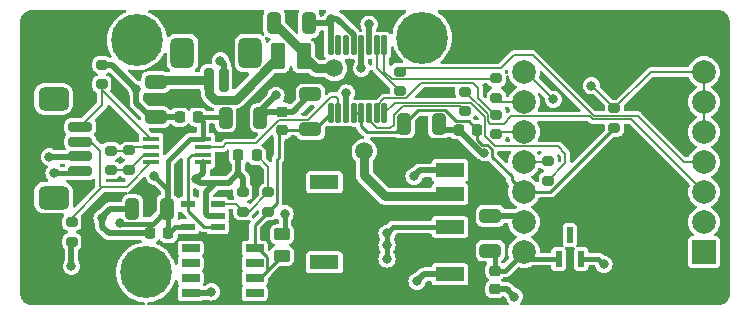
<source format=gbr>
%TF.GenerationSoftware,KiCad,Pcbnew,7.0.9*%
%TF.CreationDate,2024-04-30T03:57:03-04:00*%
%TF.ProjectId,5.2_5V,352e325f-3556-42e6-9b69-6361645f7063,rev?*%
%TF.SameCoordinates,Original*%
%TF.FileFunction,Copper,L1,Top*%
%TF.FilePolarity,Positive*%
%FSLAX46Y46*%
G04 Gerber Fmt 4.6, Leading zero omitted, Abs format (unit mm)*
G04 Created by KiCad (PCBNEW 7.0.9) date 2024-04-30 03:57:03*
%MOMM*%
%LPD*%
G01*
G04 APERTURE LIST*
G04 Aperture macros list*
%AMRoundRect*
0 Rectangle with rounded corners*
0 $1 Rounding radius*
0 $2 $3 $4 $5 $6 $7 $8 $9 X,Y pos of 4 corners*
0 Add a 4 corners polygon primitive as box body*
4,1,4,$2,$3,$4,$5,$6,$7,$8,$9,$2,$3,0*
0 Add four circle primitives for the rounded corners*
1,1,$1+$1,$2,$3*
1,1,$1+$1,$4,$5*
1,1,$1+$1,$6,$7*
1,1,$1+$1,$8,$9*
0 Add four rect primitives between the rounded corners*
20,1,$1+$1,$2,$3,$4,$5,0*
20,1,$1+$1,$4,$5,$6,$7,0*
20,1,$1+$1,$6,$7,$8,$9,0*
20,1,$1+$1,$8,$9,$2,$3,0*%
G04 Aperture macros list end*
%TA.AperFunction,ComponentPad*%
%ADD10R,2.000000X2.000000*%
%TD*%
%TA.AperFunction,ComponentPad*%
%ADD11C,2.000000*%
%TD*%
%TA.AperFunction,SMDPad,CuDef*%
%ADD12RoundRect,0.500000X-0.500000X-0.800000X0.500000X-0.800000X0.500000X0.800000X-0.500000X0.800000X0*%
%TD*%
%TA.AperFunction,SMDPad,CuDef*%
%ADD13RoundRect,0.200000X-0.200000X-0.800000X0.200000X-0.800000X0.200000X0.800000X-0.200000X0.800000X0*%
%TD*%
%TA.AperFunction,SMDPad,CuDef*%
%ADD14RoundRect,0.500000X0.800000X-0.500000X0.800000X0.500000X-0.800000X0.500000X-0.800000X-0.500000X0*%
%TD*%
%TA.AperFunction,SMDPad,CuDef*%
%ADD15RoundRect,0.200000X0.800000X-0.200000X0.800000X0.200000X-0.800000X0.200000X-0.800000X-0.200000X0*%
%TD*%
%TA.AperFunction,SMDPad,CuDef*%
%ADD16RoundRect,0.205000X0.795000X-0.205000X0.795000X0.205000X-0.795000X0.205000X-0.795000X-0.205000X0*%
%TD*%
%TA.AperFunction,SMDPad,CuDef*%
%ADD17RoundRect,0.200000X-0.275000X0.200000X-0.275000X-0.200000X0.275000X-0.200000X0.275000X0.200000X0*%
%TD*%
%TA.AperFunction,SMDPad,CuDef*%
%ADD18R,1.400000X0.450000*%
%TD*%
%TA.AperFunction,SMDPad,CuDef*%
%ADD19RoundRect,0.225000X-0.225000X-0.250000X0.225000X-0.250000X0.225000X0.250000X-0.225000X0.250000X0*%
%TD*%
%TA.AperFunction,SMDPad,CuDef*%
%ADD20R,2.440000X1.200000*%
%TD*%
%TA.AperFunction,SMDPad,CuDef*%
%ADD21RoundRect,0.200000X0.275000X-0.200000X0.275000X0.200000X-0.275000X0.200000X-0.275000X-0.200000X0*%
%TD*%
%TA.AperFunction,SMDPad,CuDef*%
%ADD22RoundRect,0.250000X-0.325000X-0.650000X0.325000X-0.650000X0.325000X0.650000X-0.325000X0.650000X0*%
%TD*%
%TA.AperFunction,SMDPad,CuDef*%
%ADD23RoundRect,0.225000X-0.250000X0.225000X-0.250000X-0.225000X0.250000X-0.225000X0.250000X0.225000X0*%
%TD*%
%TA.AperFunction,SMDPad,CuDef*%
%ADD24RoundRect,0.250000X0.650000X-0.325000X0.650000X0.325000X-0.650000X0.325000X-0.650000X-0.325000X0*%
%TD*%
%TA.AperFunction,ComponentPad*%
%ADD25C,4.400000*%
%TD*%
%TA.AperFunction,SMDPad,CuDef*%
%ADD26RoundRect,0.225000X0.225000X0.250000X-0.225000X0.250000X-0.225000X-0.250000X0.225000X-0.250000X0*%
%TD*%
%TA.AperFunction,SMDPad,CuDef*%
%ADD27R,0.558800X1.320800*%
%TD*%
%TA.AperFunction,SMDPad,CuDef*%
%ADD28RoundRect,0.250000X0.450000X-0.262500X0.450000X0.262500X-0.450000X0.262500X-0.450000X-0.262500X0*%
%TD*%
%TA.AperFunction,SMDPad,CuDef*%
%ADD29RoundRect,0.250000X-0.375000X-0.850000X0.375000X-0.850000X0.375000X0.850000X-0.375000X0.850000X0*%
%TD*%
%TA.AperFunction,SMDPad,CuDef*%
%ADD30RoundRect,0.250000X-0.650000X0.325000X-0.650000X-0.325000X0.650000X-0.325000X0.650000X0.325000X0*%
%TD*%
%TA.AperFunction,SMDPad,CuDef*%
%ADD31R,1.526000X0.650000*%
%TD*%
%TA.AperFunction,SMDPad,CuDef*%
%ADD32RoundRect,0.250000X0.325000X0.650000X-0.325000X0.650000X-0.325000X-0.650000X0.325000X-0.650000X0*%
%TD*%
%TA.AperFunction,SMDPad,CuDef*%
%ADD33R,1.200000X0.600000*%
%TD*%
%TA.AperFunction,SMDPad,CuDef*%
%ADD34RoundRect,0.020500X-0.184500X0.764500X-0.184500X-0.764500X0.184500X-0.764500X0.184500X0.764500X0*%
%TD*%
%TA.AperFunction,ViaPad*%
%ADD35C,0.800000*%
%TD*%
%TA.AperFunction,ViaPad*%
%ADD36C,1.500000*%
%TD*%
%TA.AperFunction,Conductor*%
%ADD37C,0.500000*%
%TD*%
%TA.AperFunction,Conductor*%
%ADD38C,0.200000*%
%TD*%
%TA.AperFunction,Conductor*%
%ADD39C,0.400000*%
%TD*%
%TA.AperFunction,Conductor*%
%ADD40C,0.250000*%
%TD*%
%TA.AperFunction,Conductor*%
%ADD41C,0.127000*%
%TD*%
%TA.AperFunction,Conductor*%
%ADD42C,0.750000*%
%TD*%
G04 APERTURE END LIST*
D10*
%TO.P,U3,1,PA02_A0_D0*%
%TO.N,GND*%
X183432500Y-52380000D03*
D11*
%TO.P,U3,2,PA4_A1_D1*%
X183432500Y-49840000D03*
%TO.P,U3,3,PA10_A2_D2*%
%TO.N,DRDY*%
X183432500Y-47300000D03*
%TO.P,U3,4,PA11_A3_D3*%
%TO.N,CS*%
X183432500Y-44760000D03*
%TO.P,U3,5,PA8_A4_D4_SDA*%
%TO.N,Net-(U3-PA8_A4_D4_SDA)*%
X183432500Y-42220000D03*
%TO.P,U3,6,PA9_A5_D5_SCL*%
X183432500Y-39680000D03*
%TO.P,U3,7,PB08_A6_D6_TX*%
X183432500Y-37140000D03*
%TO.P,U3,8,PB09_A7_D7_RX*%
X168192500Y-37140000D03*
%TO.P,U3,9,PA7_A8_D8_SCK*%
%TO.N,SCLK*%
X168192500Y-39680000D03*
%TO.P,U3,10,PA5_A9_D9_MISO*%
%TO.N,DOUT*%
X168192500Y-42220000D03*
%TO.P,U3,11,PA6_A10_D10_MOSI*%
%TO.N,DIN*%
X168192500Y-44760000D03*
%TO.P,U3,12,3V3*%
%TO.N,3V3*%
X168192500Y-47300000D03*
%TO.P,U3,13,GND*%
%TO.N,GND*%
X168192500Y-49840000D03*
%TO.P,U3,14,5V*%
%TO.N,Net-(D1-K)*%
X168192500Y-52380000D03*
%TD*%
D12*
%TO.P,J1,*%
%TO.N,*%
X139275500Y-35530500D03*
X145025500Y-35530500D03*
D13*
%TO.P,J1,1,Pin_1*%
%TO.N,GND*%
X142775500Y-37780500D03*
%TO.P,J1,2,Pin_2*%
%TO.N,Net-(J1-Pin_2)*%
X141525500Y-37780500D03*
%TD*%
D14*
%TO.P,J2,*%
%TO.N,*%
X128367500Y-47775500D03*
X128367500Y-39425500D03*
D15*
%TO.P,J2,1,Pin_1*%
%TO.N,S-*%
X130617500Y-41775500D03*
%TO.P,J2,2,Pin_2*%
%TO.N,S+*%
X130617500Y-43025500D03*
D16*
%TO.P,J2,3,Pin_3*%
%TO.N,GND*%
X130617500Y-44275500D03*
D15*
%TO.P,J2,4,Pin_4*%
%TO.N,5V*%
X130617500Y-45525500D03*
%TD*%
D17*
%TO.P,R11,1*%
%TO.N,GND*%
X132461000Y-36513000D03*
%TO.P,R11,2*%
%TO.N,S-*%
X132461000Y-38163000D03*
%TD*%
D18*
%TO.P,IC1,1,-IN*%
%TO.N,S-*%
X136611000Y-42840000D03*
%TO.P,IC1,2,RG_1*%
%TO.N,Net-(IC1-RG_1)*%
X136611000Y-43490000D03*
%TO.P,IC1,3,RG_2*%
%TO.N,Net-(IC1-RG_2)*%
X136611000Y-44140000D03*
%TO.P,IC1,4,+IN*%
%TO.N,S+*%
X136611000Y-44790000D03*
%TO.P,IC1,5,-VS*%
%TO.N,GND*%
X141011000Y-44790000D03*
%TO.P,IC1,6,REF*%
%TO.N,1.25V*%
X141011000Y-44140000D03*
%TO.P,IC1,7,OUT*%
%TO.N,ampSig*%
X141011000Y-43490000D03*
%TO.P,IC1,8,+VS*%
%TO.N,5V*%
X141011000Y-42840000D03*
%TD*%
D19*
%TO.P,C3,1*%
%TO.N,GND*%
X144005000Y-44196000D03*
%TO.P,C3,2*%
%TO.N,Net-(IC4-+IN)*%
X145555000Y-44196000D03*
%TD*%
D20*
%TO.P,PS2,1,-VIN_(GND)*%
%TO.N,GND*%
X161925000Y-45466000D03*
%TO.P,PS2,2,+VIN_(VCC)*%
%TO.N,Net-(PS2-+VIN_(VCC))*%
X161925000Y-47466000D03*
%TO.P,PS2,3,+VOUT*%
%TO.N,5V*%
X161925000Y-50266000D03*
%TO.P,PS2,5,-VOUT*%
%TO.N,GND*%
X161925000Y-54266000D03*
%TO.P,PS2,6,NC_1*%
%TO.N,unconnected-(PS2-NC_1-Pad6)*%
X151285000Y-46466000D03*
%TO.P,PS2,7,NC_2*%
%TO.N,unconnected-(PS2-NC_2-Pad7)*%
X151285000Y-53266000D03*
%TD*%
D17*
%TO.P,R2,1*%
%TO.N,DIN*%
X170240000Y-44675000D03*
%TO.P,R2,2*%
%TO.N,Net-(U1-DIN)*%
X170240000Y-46325000D03*
%TD*%
D21*
%TO.P,R5,1*%
%TO.N,3V3*%
X175850000Y-41875000D03*
%TO.P,R5,2*%
%TO.N,Net-(U3-PA8_A4_D4_SDA)*%
X175850000Y-40225000D03*
%TD*%
D22*
%TO.P,C7,1*%
%TO.N,GND*%
X135035000Y-48740000D03*
%TO.P,C7,2*%
%TO.N,5V*%
X137985000Y-48740000D03*
%TD*%
D23*
%TO.P,C4,1*%
%TO.N,Net-(D1-K)*%
X165735000Y-53950000D03*
%TO.P,C4,2*%
%TO.N,GND*%
X165735000Y-55500000D03*
%TD*%
D24*
%TO.P,C15,1*%
%TO.N,2.5v*%
X150114000Y-41988000D03*
%TO.P,C15,2*%
%TO.N,GND*%
X150114000Y-39038000D03*
%TD*%
D17*
%TO.P,R1,1*%
%TO.N,CS*%
X157675000Y-37100000D03*
%TO.P,R1,2*%
%TO.N,Net-(U1-~{CS})*%
X157675000Y-38750000D03*
%TD*%
D25*
%TO.P,H3,1*%
%TO.N,N/C*%
X159562800Y-34239200D03*
%TD*%
D23*
%TO.P,C14,1*%
%TO.N,GND*%
X147701000Y-40500000D03*
%TO.P,C14,2*%
%TO.N,2.5v*%
X147701000Y-42050000D03*
%TD*%
D17*
%TO.P,R10,1*%
%TO.N,S+*%
X129921000Y-49848000D03*
%TO.P,R10,2*%
%TO.N,GND*%
X129921000Y-51498000D03*
%TD*%
%TO.P,R6,1*%
%TO.N,DRDY*%
X163195000Y-38799000D03*
%TO.P,R6,2*%
%TO.N,Net-(U1-~{DRDY})*%
X163195000Y-40449000D03*
%TD*%
D26*
%TO.P,C6,1*%
%TO.N,5V*%
X138085000Y-50780000D03*
%TO.P,C6,2*%
%TO.N,GND*%
X136535000Y-50780000D03*
%TD*%
D17*
%TO.P,RG1,1*%
%TO.N,Net-(IC1-RG_1)*%
X134775000Y-43775000D03*
%TO.P,RG1,2*%
%TO.N,Net-(IC1-RG_2)*%
X134775000Y-45425000D03*
%TD*%
D27*
%TO.P,D1,1,K*%
%TO.N,Net-(D1-K)*%
X171122500Y-52966000D03*
%TO.P,D1,2,A*%
%TO.N,5V*%
X173027500Y-52966000D03*
%TO.P,D1,3*%
%TO.N,N/C*%
X172075000Y-50934000D03*
%TD*%
D21*
%TO.P,R8,1*%
%TO.N,2.5v*%
X146558000Y-48958000D03*
%TO.P,R8,2*%
%TO.N,Net-(IC4-+IN)*%
X146558000Y-47308000D03*
%TD*%
D22*
%TO.P,C11,1*%
%TO.N,5V*%
X142924000Y-41021000D03*
%TO.P,C11,2*%
%TO.N,GND*%
X145874000Y-41021000D03*
%TD*%
D28*
%TO.P,R7,1*%
%TO.N,2.5v*%
X147701000Y-52705000D03*
%TO.P,R7,2*%
%TO.N,5V*%
X147701000Y-50880000D03*
%TD*%
D29*
%TO.P,L1,1,1*%
%TO.N,Net-(J1-Pin_2)*%
X147388000Y-35814000D03*
%TO.P,L1,2,2*%
%TO.N,Net-(PS2-+VIN_(VCC))*%
X149538000Y-35814000D03*
%TD*%
D17*
%TO.P,R4,1*%
%TO.N,Net-(U1-DOUT{slash}~DRDY)*%
X165862000Y-40750000D03*
%TO.P,R4,2*%
%TO.N,DOUT*%
X165862000Y-42400000D03*
%TD*%
D30*
%TO.P,C12,1*%
%TO.N,Net-(J1-Pin_2)*%
X137025000Y-38000000D03*
%TO.P,C12,2*%
%TO.N,GND*%
X137025000Y-40950000D03*
%TD*%
D17*
%TO.P,RG2,1*%
%TO.N,Net-(IC1-RG_1)*%
X133223000Y-43789600D03*
%TO.P,RG2,2*%
%TO.N,Net-(IC1-RG_2)*%
X133223000Y-45439600D03*
%TD*%
D25*
%TO.P,H2,1*%
%TO.N,N/C*%
X136194800Y-54102000D03*
%TD*%
D19*
%TO.P,C1,1*%
%TO.N,GND*%
X162674000Y-42037000D03*
%TO.P,C1,2*%
%TO.N,3V3*%
X164224000Y-42037000D03*
%TD*%
D31*
%TO.P,IC2,1,NC_1*%
%TO.N,unconnected-(IC2-NC_1-Pad1)*%
X139963000Y-52070000D03*
%TO.P,IC2,2,NC_2*%
%TO.N,unconnected-(IC2-NC_2-Pad2)*%
X139963000Y-53340000D03*
%TO.P,IC2,3,NC_3*%
%TO.N,unconnected-(IC2-NC_3-Pad3)*%
X139963000Y-54610000D03*
%TO.P,IC2,4,(-)*%
%TO.N,GND*%
X139963000Y-55880000D03*
%TO.P,IC2,5,ADJ*%
%TO.N,unconnected-(IC2-ADJ-Pad5)*%
X145387000Y-55880000D03*
%TO.P,IC2,6,(+)_1*%
%TO.N,2.5v*%
X145387000Y-54610000D03*
%TO.P,IC2,7,NC_4*%
%TO.N,unconnected-(IC2-NC_4-Pad7)*%
X145387000Y-53340000D03*
%TO.P,IC2,8,(+)_2*%
%TO.N,2.5v*%
X145387000Y-52070000D03*
%TD*%
D32*
%TO.P,C13,1*%
%TO.N,GND*%
X149987000Y-33020000D03*
%TO.P,C13,2*%
%TO.N,Net-(PS2-+VIN_(VCC))*%
X147037000Y-33020000D03*
%TD*%
D30*
%TO.P,C5,1*%
%TO.N,GND*%
X165354000Y-49325000D03*
%TO.P,C5,2*%
%TO.N,Net-(D1-K)*%
X165354000Y-52275000D03*
%TD*%
D19*
%TO.P,C10,1*%
%TO.N,GND*%
X139025000Y-40950000D03*
%TO.P,C10,2*%
%TO.N,5V*%
X140575000Y-40950000D03*
%TD*%
D22*
%TO.P,C2,1*%
%TO.N,3V3*%
X158037000Y-41529000D03*
%TO.P,C2,2*%
%TO.N,GND*%
X160987000Y-41529000D03*
%TD*%
D21*
%TO.P,R3,1*%
%TO.N,SCLK*%
X165862000Y-39306000D03*
%TO.P,R3,2*%
%TO.N,Net-(U1-SCLK)*%
X165862000Y-37656000D03*
%TD*%
D33*
%TO.P,IC4,1,OUT*%
%TO.N,1.25V*%
X142250000Y-50250000D03*
%TO.P,IC4,2,V-*%
%TO.N,GND*%
X142250000Y-49300000D03*
%TO.P,IC4,3,+IN*%
%TO.N,Net-(IC4-+IN)*%
X142250000Y-48350000D03*
%TO.P,IC4,4,-IN*%
%TO.N,1.25V*%
X139750000Y-48350000D03*
%TO.P,IC4,5,V+*%
%TO.N,5V*%
X139750000Y-50250000D03*
%TD*%
D21*
%TO.P,R9,1*%
%TO.N,Net-(IC4-+IN)*%
X144399000Y-48958000D03*
%TO.P,R9,2*%
%TO.N,GND*%
X144399000Y-47308000D03*
%TD*%
D34*
%TO.P,U1,1,SCLK*%
%TO.N,Net-(U1-SCLK)*%
X156375000Y-34885000D03*
%TO.P,U1,2,~{CS}*%
%TO.N,Net-(U1-~{CS})*%
X155725000Y-34885000D03*
%TO.P,U1,3,CLK*%
%TO.N,GND*%
X155075000Y-34885000D03*
%TO.P,U1,4,DGND*%
X154425000Y-34885000D03*
%TO.P,U1,5,AVSS*%
X153775000Y-34885000D03*
%TO.P,U1,6,AIN3/REFN1*%
%TO.N,unconnected-(U1-AIN3{slash}REFN1-Pad6)*%
X153125000Y-34885000D03*
%TO.P,U1,7,AIN2*%
%TO.N,unconnected-(U1-AIN2-Pad7)*%
X152475000Y-34885000D03*
%TO.P,U1,8,REFN0*%
%TO.N,GND*%
X151825000Y-34885000D03*
%TO.P,U1,9,REFP0*%
%TO.N,2.5v*%
X151825000Y-40625000D03*
%TO.P,U1,10,AIN1*%
%TO.N,ampSig*%
X152475000Y-40625000D03*
%TO.P,U1,11,AIN0/REFP1*%
%TO.N,GND*%
X153125000Y-40625000D03*
%TO.P,U1,12,AVDD*%
%TO.N,3V3*%
X153775000Y-40625000D03*
%TO.P,U1,13,DVDD*%
X154425000Y-40625000D03*
%TO.P,U1,14,~{DRDY}*%
%TO.N,Net-(U1-~{DRDY})*%
X155075000Y-40625000D03*
%TO.P,U1,15,DOUT/~DRDY*%
%TO.N,Net-(U1-DOUT{slash}~DRDY)*%
X155725000Y-40625000D03*
%TO.P,U1,16,DIN*%
%TO.N,Net-(U1-DIN)*%
X156375000Y-40625000D03*
%TD*%
D25*
%TO.P,H1,1*%
%TO.N,N/C*%
X135432800Y-34442400D03*
%TD*%
D35*
%TO.N,GND*%
X142494000Y-36195000D03*
%TO.N,5V*%
X128397000Y-45720000D03*
X174950000Y-53425000D03*
X147955000Y-49149000D03*
X156591000Y-50800000D03*
X136906000Y-45974000D03*
X156591000Y-51816000D03*
X156591000Y-52959000D03*
X133975000Y-49900000D03*
%TO.N,GND*%
X128016000Y-44323000D03*
X158877000Y-45974000D03*
X153150000Y-38925000D03*
X140462000Y-46228000D03*
X141732000Y-55753000D03*
X155075000Y-33100000D03*
X129875000Y-53594000D03*
X159131000Y-54864000D03*
X135382000Y-38608000D03*
X147193000Y-39116000D03*
X132470000Y-49493844D03*
X167375000Y-56150000D03*
X151892000Y-32639000D03*
X154425000Y-36825000D03*
X164829819Y-43958181D03*
D36*
%TO.N,Net-(PS2-+VIN_(VCC))*%
X154675700Y-43850700D03*
X152146000Y-36830000D03*
D35*
%TO.N,Net-(U3-PA8_A4_D4_SDA)*%
X170675000Y-39450000D03*
X173900000Y-38300000D03*
%TD*%
D37*
%TO.N,GND*%
X133287000Y-36513000D02*
X135382000Y-38608000D01*
X132461000Y-36513000D02*
X133287000Y-36513000D01*
D38*
%TO.N,S-*%
X132461000Y-38690000D02*
X136611000Y-42840000D01*
X132461000Y-38163000D02*
X132461000Y-38690000D01*
X132461000Y-39932000D02*
X132461000Y-38163000D01*
X130617500Y-41775500D02*
X132461000Y-39932000D01*
D39*
%TO.N,5V*%
X130423000Y-45720000D02*
X130617500Y-45525500D01*
X128397000Y-45720000D02*
X130423000Y-45720000D01*
D37*
%TO.N,GND*%
X130570000Y-44323000D02*
X130617500Y-44275500D01*
X128016000Y-44323000D02*
X130570000Y-44323000D01*
X128016000Y-44323000D02*
X128063500Y-44275500D01*
D40*
%TO.N,2.5v*%
X147447000Y-42050000D02*
X150052000Y-42050000D01*
X147447000Y-44378000D02*
X147447000Y-42050000D01*
X147285000Y-44540000D02*
X147447000Y-44378000D01*
X146558000Y-48958000D02*
X147285000Y-48231000D01*
X147285000Y-48231000D02*
X147285000Y-44540000D01*
D41*
%TO.N,ampSig*%
X147459660Y-41222500D02*
X147973894Y-41222500D01*
X145502160Y-43180000D02*
X147459660Y-41222500D01*
X142692000Y-43490000D02*
X143002000Y-43180000D01*
X143002000Y-43180000D02*
X145502160Y-43180000D01*
X141011000Y-43490000D02*
X142692000Y-43490000D01*
%TO.N,Net-(U1-DIN)*%
X171069000Y-43434000D02*
X165735000Y-43434000D01*
X171704000Y-44861000D02*
X170240000Y-46325000D01*
X171704000Y-44069000D02*
X171704000Y-44861000D01*
X171069000Y-43434000D02*
X171704000Y-44069000D01*
X164864500Y-42563500D02*
X165735000Y-43434000D01*
X164864500Y-40938375D02*
X164864500Y-42563500D01*
X163677125Y-39751000D02*
X164864500Y-40938375D01*
X157249000Y-39751000D02*
X163677125Y-39751000D01*
X156375000Y-40625000D02*
X157249000Y-39751000D01*
%TO.N,CS*%
X181735000Y-44760000D02*
X183432500Y-44760000D01*
X174100000Y-40875000D02*
X177850000Y-40875000D01*
X168912000Y-35687000D02*
X174100000Y-40875000D01*
X177850000Y-40875000D02*
X181735000Y-44760000D01*
X166243000Y-36830000D02*
X167386000Y-35687000D01*
X167386000Y-35687000D02*
X168912000Y-35687000D01*
X157945000Y-36830000D02*
X166243000Y-36830000D01*
%TO.N,DRDY*%
X165118500Y-40722500D02*
X163195000Y-38799000D01*
X165354000Y-41529000D02*
X165118500Y-41293500D01*
X166497000Y-41529000D02*
X165354000Y-41529000D01*
X173759790Y-40894000D02*
X167132000Y-40894000D01*
X173994790Y-41129000D02*
X173759790Y-40894000D01*
X167132000Y-40894000D02*
X166497000Y-41529000D01*
X165118500Y-41293500D02*
X165118500Y-40722500D01*
X177261500Y-41129000D02*
X173994790Y-41129000D01*
X183432500Y-47300000D02*
X177261500Y-41129000D01*
D40*
%TO.N,3V3*%
X167142500Y-46250000D02*
X168192500Y-47300000D01*
X165099887Y-43306181D02*
X165481819Y-43688113D01*
X165481819Y-44323819D02*
X167142500Y-45984500D01*
X164224000Y-42877064D02*
X164653117Y-43306181D01*
X167142500Y-45984500D02*
X167142500Y-46250000D01*
X164224000Y-42037000D02*
X164224000Y-42877064D01*
X164653117Y-43306181D02*
X165099887Y-43306181D01*
X165481819Y-43688113D02*
X165481819Y-44323819D01*
D42*
%TO.N,Net-(J1-Pin_2)*%
X141460000Y-37846000D02*
X137502000Y-37846000D01*
X137502000Y-37846000D02*
X137186500Y-38161500D01*
X141525500Y-37780500D02*
X141460000Y-37846000D01*
X143783314Y-39497000D02*
X147388000Y-35892314D01*
X142061001Y-39497000D02*
X143783314Y-39497000D01*
X141525500Y-38961499D02*
X142061001Y-39497000D01*
X147388000Y-35892314D02*
X147388000Y-35814000D01*
X141525500Y-37780500D02*
X141525500Y-38961499D01*
D38*
%TO.N,S+*%
X131544500Y-43025500D02*
X131379500Y-43025500D01*
X132334000Y-43815000D02*
X131544500Y-43025500D01*
X132461000Y-46914000D02*
X132334000Y-46787000D01*
X132334000Y-46787000D02*
X132334000Y-43815000D01*
D39*
%TO.N,5V*%
X128397000Y-45720000D02*
X128591500Y-45525500D01*
D37*
%TO.N,GND*%
X129875000Y-53594000D02*
X129875000Y-51544000D01*
X129875000Y-51544000D02*
X129921000Y-51498000D01*
D38*
%TO.N,S+*%
X134538000Y-46863000D02*
X136611000Y-44790000D01*
X132512000Y-46863000D02*
X134538000Y-46863000D01*
X132461000Y-46914000D02*
X132512000Y-46863000D01*
X129900000Y-49475000D02*
X132461000Y-46914000D01*
D37*
%TO.N,GND*%
X142775500Y-36476500D02*
X142494000Y-36195000D01*
X142775500Y-37780500D02*
X142775500Y-36476500D01*
D41*
%TO.N,Net-(J1-Pin_2)*%
X137186500Y-38161500D02*
X137025000Y-38000000D01*
D37*
%TO.N,GND*%
X145874000Y-40435000D02*
X145874000Y-41021000D01*
X147193000Y-39116000D02*
X145874000Y-40435000D01*
X135382000Y-39757000D02*
X135382000Y-38608000D01*
X136575000Y-40950000D02*
X135382000Y-39757000D01*
D40*
%TO.N,3V3*%
X153775000Y-40625000D02*
X154425000Y-40625000D01*
X168192500Y-47300000D02*
X170425000Y-47300000D01*
X164224000Y-42037000D02*
X163497000Y-41310000D01*
X161519935Y-40377000D02*
X159189000Y-40377000D01*
X154425000Y-41725000D02*
X154925500Y-42225500D01*
X162452935Y-41310000D02*
X161519935Y-40377000D01*
X157340500Y-42225500D02*
X158037000Y-41529000D01*
X163497000Y-41310000D02*
X162452935Y-41310000D01*
X153775000Y-40625000D02*
X153775000Y-41309373D01*
X159189000Y-40377000D02*
X158037000Y-41529000D01*
X154425000Y-40625000D02*
X154425000Y-41725000D01*
X170425000Y-47300000D02*
X175850000Y-41875000D01*
X154925500Y-42225500D02*
X157340500Y-42225500D01*
D39*
%TO.N,5V*%
X138050000Y-44701000D02*
X139911000Y-42840000D01*
X138050000Y-48800000D02*
X138050000Y-44701000D01*
X139911000Y-42840000D02*
X141011000Y-42840000D01*
X147955000Y-49149000D02*
X147955000Y-50626000D01*
X140575000Y-40950000D02*
X142853000Y-40950000D01*
X174491000Y-52966000D02*
X174950000Y-53425000D01*
X137985000Y-48740000D02*
X136758000Y-49967000D01*
X136758000Y-49967000D02*
X134042000Y-49967000D01*
X147955000Y-50626000D02*
X147701000Y-50880000D01*
X134042000Y-49967000D02*
X133975000Y-49900000D01*
X137985000Y-47053000D02*
X136906000Y-45974000D01*
X139750000Y-50250000D02*
X138615000Y-50250000D01*
X156591000Y-51816000D02*
X156591000Y-52959000D01*
X156591000Y-50800000D02*
X156591000Y-51816000D01*
X138615000Y-50250000D02*
X138085000Y-50780000D01*
X137985000Y-48740000D02*
X137985000Y-47053000D01*
X141011000Y-41386000D02*
X140575000Y-40950000D01*
X173027500Y-52966000D02*
X174491000Y-52966000D01*
X157125000Y-50266000D02*
X156591000Y-50800000D01*
X141011000Y-42840000D02*
X141011000Y-41386000D01*
X161925000Y-50266000D02*
X157125000Y-50266000D01*
X138085000Y-50780000D02*
X138085000Y-48840000D01*
D41*
%TO.N,ampSig*%
X151892000Y-39243000D02*
X152303500Y-39243000D01*
X152303500Y-39243000D02*
X152475000Y-39414500D01*
X147973894Y-41222500D02*
X148007500Y-41222500D01*
X147973894Y-41222500D02*
X149912500Y-41222500D01*
X149912500Y-41222500D02*
X151892000Y-39243000D01*
X152475000Y-39414500D02*
X152475000Y-40625000D01*
D37*
%TO.N,GND*%
X142072000Y-46535000D02*
X141273000Y-47334000D01*
X139963000Y-55880000D02*
X141605000Y-55880000D01*
X145874000Y-41021000D02*
X146395000Y-40500000D01*
X161925000Y-54266000D02*
X159729000Y-54266000D01*
X153125000Y-40625000D02*
X153125000Y-38950000D01*
X140769000Y-46535000D02*
X140462000Y-46228000D01*
X148209000Y-40500000D02*
X148652000Y-40500000D01*
X144399000Y-46101000D02*
X144018000Y-45720000D01*
X144399000Y-47308000D02*
X144399000Y-46101000D01*
X161925000Y-45466000D02*
X159385000Y-45466000D01*
X141011000Y-45679000D02*
X140462000Y-46228000D01*
X148652000Y-40500000D02*
X150114000Y-39038000D01*
X141400000Y-49300000D02*
X142250000Y-49300000D01*
X144018000Y-45720000D02*
X144018000Y-44209000D01*
X160987000Y-41529000D02*
X161495000Y-42037000D01*
X164595181Y-43958181D02*
X164829819Y-43958181D01*
X141273000Y-49173000D02*
X141400000Y-49300000D01*
X146395000Y-40500000D02*
X148209000Y-40500000D01*
X159729000Y-54266000D02*
X159131000Y-54864000D01*
X153775000Y-34023850D02*
X153775000Y-34885000D01*
X155075000Y-34885000D02*
X155075000Y-33100000D01*
X141011000Y-44790000D02*
X141011000Y-45679000D01*
X167677500Y-49325000D02*
X168192500Y-49840000D01*
X151892000Y-32639000D02*
X152390150Y-32639000D01*
X133150000Y-48740000D02*
X135035000Y-48740000D01*
X141605000Y-55880000D02*
X141732000Y-55753000D01*
X149987000Y-33020000D02*
X151511000Y-33020000D01*
X136535000Y-50780000D02*
X133030000Y-50780000D01*
X141273000Y-47334000D02*
X141273000Y-49173000D01*
X151511000Y-33020000D02*
X151892000Y-32639000D01*
X132470000Y-50220000D02*
X132470000Y-49493844D01*
X166725000Y-55500000D02*
X167375000Y-56150000D01*
X142072000Y-46535000D02*
X140769000Y-46535000D01*
X139025000Y-40950000D02*
X137025000Y-40950000D01*
X159385000Y-45466000D02*
X158877000Y-45974000D01*
X151892000Y-32639000D02*
X151825000Y-32706000D01*
X152390150Y-32639000D02*
X153775000Y-34023850D01*
X151825000Y-32706000D02*
X151825000Y-34885000D01*
X166725000Y-55500000D02*
X165735000Y-55500000D01*
X162674000Y-42037000D02*
X164595181Y-43958181D01*
X165354000Y-49325000D02*
X167677500Y-49325000D01*
X161495000Y-42037000D02*
X162674000Y-42037000D01*
X132470000Y-49420000D02*
X133150000Y-48740000D01*
X153125000Y-38950000D02*
X153150000Y-38925000D01*
X142072000Y-46535000D02*
X143203000Y-46535000D01*
X132470000Y-49493844D02*
X132470000Y-49420000D01*
X133030000Y-50780000D02*
X132470000Y-50220000D01*
X143203000Y-46535000D02*
X144018000Y-45720000D01*
X154425000Y-34885000D02*
X154425000Y-36825000D01*
D41*
%TO.N,Net-(IC4-+IN)*%
X142250000Y-48350000D02*
X143791000Y-48350000D01*
X144908000Y-48958000D02*
X146558000Y-47308000D01*
X144399000Y-48958000D02*
X144908000Y-48958000D01*
X146558000Y-45199000D02*
X145555000Y-44196000D01*
X146558000Y-47308000D02*
X146558000Y-45199000D01*
X143791000Y-48350000D02*
X144399000Y-48958000D01*
D40*
%TO.N,2.5v*%
X145387000Y-52070000D02*
X145387000Y-50129000D01*
X145825000Y-54610000D02*
X146431000Y-54004000D01*
X146431000Y-54004000D02*
X146431000Y-52832000D01*
X145387000Y-50129000D02*
X146558000Y-48958000D01*
X146431000Y-53975000D02*
X147701000Y-52705000D01*
X146431000Y-54004000D02*
X146431000Y-53975000D01*
X150446000Y-41988000D02*
X150495000Y-42037000D01*
X150495000Y-41955000D02*
X151825000Y-40625000D01*
X150495000Y-42037000D02*
X150495000Y-41955000D01*
X146431000Y-52832000D02*
X145669000Y-52070000D01*
X150114000Y-41988000D02*
X150446000Y-41988000D01*
D42*
%TO.N,Net-(PS2-+VIN_(VCC))*%
X150554000Y-36830000D02*
X149538000Y-35814000D01*
X152146000Y-36830000D02*
X150554000Y-36830000D01*
X149538000Y-35521000D02*
X147037000Y-33020000D01*
X154675700Y-45900700D02*
X156450000Y-47675000D01*
X154675700Y-43850700D02*
X154675700Y-45900700D01*
X156450000Y-47675000D02*
X161716000Y-47675000D01*
D41*
%TO.N,Net-(IC1-RG_1)*%
X133223000Y-43789600D02*
X134760400Y-43789600D01*
X135060000Y-43490000D02*
X136611000Y-43490000D01*
%TO.N,Net-(IC1-RG_2)*%
X133223000Y-45439600D02*
X134760400Y-45439600D01*
X134775000Y-45425000D02*
X136060000Y-44140000D01*
D40*
%TO.N,1.25V*%
X140061000Y-44140000D02*
X141011000Y-44140000D01*
X139750000Y-44451000D02*
X140061000Y-44140000D01*
X139750000Y-48900000D02*
X139750000Y-48350000D01*
X139750000Y-48350000D02*
X139750000Y-44451000D01*
X142250000Y-50250000D02*
X141100000Y-50250000D01*
X141100000Y-50250000D02*
X139750000Y-48900000D01*
D41*
%TO.N,Net-(U1-~{CS})*%
X155725000Y-34885000D02*
X155725000Y-36809210D01*
X155725000Y-36809210D02*
X157665790Y-38750000D01*
%TO.N,DIN*%
X168192500Y-44760000D02*
X170155000Y-44760000D01*
%TO.N,Net-(U1-DOUT{slash}~DRDY)*%
X163886000Y-38029000D02*
X164338000Y-38481000D01*
X164338000Y-39370000D02*
X165718000Y-40750000D01*
X164338000Y-38481000D02*
X164338000Y-39370000D01*
X159508750Y-38029000D02*
X163886000Y-38029000D01*
X156377601Y-39375000D02*
X158162750Y-39375000D01*
X155725000Y-40027601D02*
X156377601Y-39375000D01*
X158162750Y-39375000D02*
X159508750Y-38029000D01*
%TO.N,DOUT*%
X166042000Y-42220000D02*
X168192500Y-42220000D01*
%TO.N,Net-(U1-~{DRDY})*%
X157154500Y-40813539D02*
X157963039Y-40005000D01*
X156845000Y-41910000D02*
X157154500Y-41600500D01*
X157963039Y-40005000D02*
X162751000Y-40005000D01*
X162751000Y-40005000D02*
X163195000Y-40449000D01*
X157154500Y-41600500D02*
X157154500Y-40813539D01*
X155075000Y-41222399D02*
X155762601Y-41910000D01*
X155762601Y-41910000D02*
X156845000Y-41910000D01*
%TO.N,SCLK*%
X166236000Y-39680000D02*
X168192500Y-39680000D01*
X165862000Y-39306000D02*
X166236000Y-39680000D01*
%TO.N,Net-(U1-SCLK)*%
X156375000Y-37100000D02*
X156983000Y-37708000D01*
X156375000Y-37100000D02*
X156375000Y-34885000D01*
X156983000Y-37708000D02*
X165810000Y-37708000D01*
%TO.N,Net-(U3-PA8_A4_D4_SDA)*%
X175850000Y-40225000D02*
X173925000Y-38300000D01*
X170675000Y-39450000D02*
X168365000Y-37140000D01*
X183432500Y-39680000D02*
X183432500Y-42220000D01*
X175850000Y-40225000D02*
X178935000Y-37140000D01*
X183432500Y-37140000D02*
X183432500Y-39680000D01*
X178935000Y-37140000D02*
X183432500Y-37140000D01*
X173925000Y-38300000D02*
X173900000Y-38300000D01*
D39*
%TO.N,Net-(D1-K)*%
X165735000Y-52656000D02*
X165354000Y-52275000D01*
X171122500Y-52966000D02*
X168778500Y-52966000D01*
X165735000Y-53950000D02*
X165735000Y-52656000D01*
X166622500Y-53950000D02*
X165735000Y-53950000D01*
X166622500Y-53950000D02*
X168192500Y-52380000D01*
X168778500Y-52966000D02*
X168192500Y-52380000D01*
%TD*%
%TA.AperFunction,NonConductor*%
G36*
X151388094Y-31897185D02*
G01*
X151433849Y-31949989D01*
X151443793Y-32019147D01*
X151414768Y-32082703D01*
X151408736Y-32089181D01*
X151317258Y-32180658D01*
X151229677Y-32320044D01*
X151229676Y-32320046D01*
X151216937Y-32356454D01*
X151176215Y-32413230D01*
X151111262Y-32438978D01*
X151099895Y-32439500D01*
X151015403Y-32439500D01*
X150948364Y-32419815D01*
X150902609Y-32367011D01*
X150892464Y-32331684D01*
X150877559Y-32218464D01*
X150877558Y-32218460D01*
X150871118Y-32202913D01*
X150819066Y-32077245D01*
X150818868Y-32076987D01*
X150818769Y-32076731D01*
X150815002Y-32070206D01*
X150816019Y-32069618D01*
X150793673Y-32011821D01*
X150807710Y-31943376D01*
X150856522Y-31893384D01*
X150917243Y-31877500D01*
X151321055Y-31877500D01*
X151388094Y-31897185D01*
G37*
%TD.AperFunction*%
%TA.AperFunction,NonConductor*%
G36*
X149123796Y-31897185D02*
G01*
X149169551Y-31949989D01*
X149179495Y-32019147D01*
X149158185Y-32069736D01*
X149158998Y-32070206D01*
X149155263Y-32076673D01*
X149155131Y-32076987D01*
X149155022Y-32077130D01*
X149154932Y-32077247D01*
X149096443Y-32218455D01*
X149096442Y-32218459D01*
X149081500Y-32331945D01*
X149081500Y-33708041D01*
X149088208Y-33758995D01*
X149077440Y-33828030D01*
X149031059Y-33880285D01*
X148963790Y-33899169D01*
X148896990Y-33878687D01*
X148877587Y-33862859D01*
X147978818Y-32964090D01*
X147945333Y-32902767D01*
X147942499Y-32876409D01*
X147942499Y-32331951D01*
X147927559Y-32218464D01*
X147927558Y-32218460D01*
X147921118Y-32202913D01*
X147869066Y-32077245D01*
X147868868Y-32076987D01*
X147868769Y-32076731D01*
X147865002Y-32070206D01*
X147866019Y-32069618D01*
X147843673Y-32011821D01*
X147857710Y-31943376D01*
X147906522Y-31893384D01*
X147967243Y-31877500D01*
X149056757Y-31877500D01*
X149123796Y-31897185D01*
G37*
%TD.AperFunction*%
%TA.AperFunction,NonConductor*%
G36*
X158193664Y-31897185D02*
G01*
X158239419Y-31949989D01*
X158249363Y-32019147D01*
X158220338Y-32082703D01*
X158199510Y-32101818D01*
X157946618Y-32285554D01*
X157946608Y-32285562D01*
X157714499Y-32503527D01*
X157511531Y-32748873D01*
X157340923Y-33017709D01*
X157340920Y-33017715D01*
X157205351Y-33305812D01*
X157205349Y-33305817D01*
X157139325Y-33509019D01*
X157106954Y-33608646D01*
X157074373Y-33779441D01*
X157060658Y-33851338D01*
X157028759Y-33913501D01*
X156968317Y-33948551D01*
X156898520Y-33945359D01*
X156851173Y-33915783D01*
X156766280Y-33830890D01*
X156727314Y-33811841D01*
X156661038Y-33779441D01*
X156592808Y-33769500D01*
X156157192Y-33769500D01*
X156090768Y-33779177D01*
X156088955Y-33779442D01*
X156086604Y-33780169D01*
X156083687Y-33780209D01*
X156079432Y-33780830D01*
X156079350Y-33780270D01*
X156016741Y-33781151D01*
X156013396Y-33780169D01*
X156011044Y-33779442D01*
X156011038Y-33779441D01*
X155942808Y-33769500D01*
X155942803Y-33769500D01*
X155779500Y-33769500D01*
X155712461Y-33749815D01*
X155666706Y-33697011D01*
X155655500Y-33645500D01*
X155655500Y-33584900D01*
X155674505Y-33518929D01*
X155737322Y-33418957D01*
X155791691Y-33263580D01*
X155791692Y-33263574D01*
X155810122Y-33100003D01*
X155810122Y-33099996D01*
X155791692Y-32936425D01*
X155791691Y-32936423D01*
X155791691Y-32936420D01*
X155737322Y-32781043D01*
X155649742Y-32641659D01*
X155533341Y-32525258D01*
X155393957Y-32437678D01*
X155393956Y-32437677D01*
X155393955Y-32437677D01*
X155393953Y-32437676D01*
X155238574Y-32383307D01*
X155075004Y-32364878D01*
X155074996Y-32364878D01*
X154911425Y-32383307D01*
X154756046Y-32437676D01*
X154756044Y-32437677D01*
X154616658Y-32525258D01*
X154500258Y-32641658D01*
X154412677Y-32781044D01*
X154412676Y-32781046D01*
X154358307Y-32936425D01*
X154339878Y-33099996D01*
X154339878Y-33100003D01*
X154358307Y-33263574D01*
X154412676Y-33418953D01*
X154412677Y-33418955D01*
X154412678Y-33418957D01*
X154475494Y-33518929D01*
X154494500Y-33584900D01*
X154494500Y-33642652D01*
X154474815Y-33709691D01*
X154422011Y-33755446D01*
X154352853Y-33765390D01*
X154289297Y-33736365D01*
X154272124Y-33718139D01*
X154211565Y-33639217D01*
X154211557Y-33639207D01*
X154189017Y-33609833D01*
X154189015Y-33609832D01*
X154189015Y-33609831D01*
X154176547Y-33600264D01*
X154161793Y-33588943D01*
X154155703Y-33583602D01*
X152830394Y-32258293D01*
X152825055Y-32252205D01*
X152804167Y-32224983D01*
X152804165Y-32224981D01*
X152804164Y-32224980D01*
X152775417Y-32202922D01*
X152775406Y-32202913D01*
X152682905Y-32131934D01*
X152644583Y-32116061D01*
X152590180Y-32072220D01*
X152568115Y-32005926D01*
X152585394Y-31938227D01*
X152636531Y-31890616D01*
X152692036Y-31877500D01*
X158126625Y-31877500D01*
X158193664Y-31897185D01*
G37*
%TD.AperFunction*%
%TA.AperFunction,NonConductor*%
G36*
X146421120Y-34177842D02*
G01*
X146560459Y-34235558D01*
X146646297Y-34246858D01*
X146710191Y-34275124D01*
X146748663Y-34333448D01*
X146749495Y-34403313D01*
X146712423Y-34462537D01*
X146705598Y-34468172D01*
X146598980Y-34549984D01*
X146557292Y-34604312D01*
X146500864Y-34645514D01*
X146431118Y-34649667D01*
X146370198Y-34615454D01*
X146338584Y-34558752D01*
X146309653Y-34442416D01*
X146262578Y-34347497D01*
X146250426Y-34278692D01*
X146277403Y-34214240D01*
X146334942Y-34174605D01*
X146404776Y-34172369D01*
X146421120Y-34177842D01*
G37*
%TD.AperFunction*%
%TA.AperFunction,NonConductor*%
G36*
X151187539Y-33620185D02*
G01*
X151233294Y-33672989D01*
X151244500Y-33724500D01*
X151244500Y-34923054D01*
X151259442Y-35036540D01*
X151259442Y-35036541D01*
X151280061Y-35086319D01*
X151289500Y-35133772D01*
X151289500Y-35682808D01*
X151299441Y-35751038D01*
X151350889Y-35856278D01*
X151350890Y-35856280D01*
X151382759Y-35888149D01*
X151416244Y-35949472D01*
X151411260Y-36019164D01*
X151378619Y-36067464D01*
X151351559Y-36092134D01*
X151288756Y-36122754D01*
X151268018Y-36124500D01*
X150897590Y-36124500D01*
X150830551Y-36104815D01*
X150809909Y-36088181D01*
X150529818Y-35808090D01*
X150496333Y-35746767D01*
X150493499Y-35720409D01*
X150493499Y-34925951D01*
X150478559Y-34812464D01*
X150478558Y-34812460D01*
X150464092Y-34777534D01*
X150420066Y-34671245D01*
X150420065Y-34671244D01*
X150420065Y-34671243D01*
X150327019Y-34549985D01*
X150327017Y-34549984D01*
X150327017Y-34549983D01*
X150226526Y-34472872D01*
X150185326Y-34416447D01*
X150181171Y-34346701D01*
X150215384Y-34285780D01*
X150277101Y-34253028D01*
X150302014Y-34250499D01*
X150350046Y-34250499D01*
X150350048Y-34250499D01*
X150463535Y-34235559D01*
X150463536Y-34235558D01*
X150463541Y-34235558D01*
X150604755Y-34177066D01*
X150726017Y-34084017D01*
X150819066Y-33962755D01*
X150877558Y-33821541D01*
X150892465Y-33708314D01*
X150920732Y-33644418D01*
X150979056Y-33605947D01*
X151015404Y-33600500D01*
X151120500Y-33600500D01*
X151187539Y-33620185D01*
G37*
%TD.AperFunction*%
%TA.AperFunction,NonConductor*%
G36*
X155274039Y-36020185D02*
G01*
X155319794Y-36072989D01*
X155331000Y-36124500D01*
X155331000Y-36472622D01*
X155311315Y-36539661D01*
X155258511Y-36585416D01*
X155189353Y-36595360D01*
X155125797Y-36566335D01*
X155089959Y-36513577D01*
X155087323Y-36506044D01*
X155024506Y-36406070D01*
X155005500Y-36340099D01*
X155005500Y-36124500D01*
X155025185Y-36057461D01*
X155077989Y-36011706D01*
X155129500Y-36000500D01*
X155207000Y-36000500D01*
X155274039Y-36020185D01*
G37*
%TD.AperFunction*%
%TA.AperFunction,NonConductor*%
G36*
X157115703Y-34954322D02*
G01*
X157152431Y-35009717D01*
X157205349Y-35172582D01*
X157205351Y-35172587D01*
X157340920Y-35460684D01*
X157340923Y-35460690D01*
X157511531Y-35729526D01*
X157511534Y-35729530D01*
X157511535Y-35729531D01*
X157711718Y-35971511D01*
X157714499Y-35974872D01*
X157906430Y-36155108D01*
X157941825Y-36215349D01*
X157939031Y-36285163D01*
X157898938Y-36342384D01*
X157834272Y-36368845D01*
X157821546Y-36369500D01*
X157358469Y-36369500D01*
X157273216Y-36379736D01*
X157137550Y-36433236D01*
X157021352Y-36521353D01*
X156991803Y-36560319D01*
X156935611Y-36601842D01*
X156865889Y-36606393D01*
X156804776Y-36572528D01*
X156771672Y-36510998D01*
X156769000Y-36485393D01*
X156769000Y-35987751D01*
X156788685Y-35920712D01*
X156805320Y-35900069D01*
X156849109Y-35856280D01*
X156849111Y-35856278D01*
X156900559Y-35751038D01*
X156910500Y-35682808D01*
X156910500Y-35048035D01*
X156930185Y-34980996D01*
X156982989Y-34935241D01*
X157052147Y-34925297D01*
X157115703Y-34954322D01*
G37*
%TD.AperFunction*%
%TA.AperFunction,NonConductor*%
G36*
X166782188Y-36950523D02*
G01*
X166838122Y-36992393D01*
X166862540Y-37057858D01*
X166862384Y-37077511D01*
X166856918Y-37139996D01*
X166856918Y-37140005D01*
X166860677Y-37182980D01*
X166846909Y-37251480D01*
X166798293Y-37301662D01*
X166730264Y-37317594D01*
X166664421Y-37294217D01*
X166621795Y-37239275D01*
X166603764Y-37193552D01*
X166597022Y-37184661D01*
X166572199Y-37119350D01*
X166586627Y-37050986D01*
X166608144Y-37022056D01*
X166622390Y-37007810D01*
X166651175Y-36979024D01*
X166712496Y-36945539D01*
X166782188Y-36950523D01*
G37*
%TD.AperFunction*%
%TA.AperFunction,NonConductor*%
G36*
X137889227Y-35498123D02*
G01*
X137934375Y-35551446D01*
X137945000Y-35601666D01*
X137945000Y-36402713D01*
X137947751Y-36443283D01*
X137991347Y-36618585D01*
X137991348Y-36618586D01*
X138071606Y-36780414D01*
X138071608Y-36780417D01*
X138184784Y-36921214D01*
X138189539Y-36925969D01*
X138188246Y-36927261D01*
X138223008Y-36977189D01*
X138225592Y-37047011D01*
X138190017Y-37107146D01*
X138127578Y-37138501D01*
X138105404Y-37140500D01*
X137926187Y-37140500D01*
X137878735Y-37131061D01*
X137826544Y-37109443D01*
X137826542Y-37109442D01*
X137826541Y-37109442D01*
X137713047Y-37094500D01*
X136336951Y-37094500D01*
X136223464Y-37109440D01*
X136223460Y-37109441D01*
X136082246Y-37167933D01*
X136082243Y-37167934D01*
X135960982Y-37260982D01*
X135867934Y-37382243D01*
X135867933Y-37382246D01*
X135809443Y-37523455D01*
X135809442Y-37523459D01*
X135794500Y-37636945D01*
X135794500Y-37803648D01*
X135774815Y-37870687D01*
X135722011Y-37916442D01*
X135652853Y-37926386D01*
X135629546Y-37920690D01*
X135587080Y-37905830D01*
X135545580Y-37891309D01*
X135545579Y-37891308D01*
X135545574Y-37891307D01*
X135521839Y-37888633D01*
X135457426Y-37861565D01*
X135448044Y-37853094D01*
X134699990Y-37105040D01*
X134666505Y-37043717D01*
X134671489Y-36974025D01*
X134713361Y-36918092D01*
X134778825Y-36893675D01*
X134818504Y-36897254D01*
X134957694Y-36932992D01*
X134957696Y-36932992D01*
X134957699Y-36932993D01*
X135273584Y-36972899D01*
X135273590Y-36972899D01*
X135273594Y-36972900D01*
X135273596Y-36972900D01*
X135592004Y-36972900D01*
X135592006Y-36972900D01*
X135592011Y-36972899D01*
X135592015Y-36972899D01*
X135719805Y-36956755D01*
X135907906Y-36932992D01*
X136216314Y-36853807D01*
X136216317Y-36853806D01*
X136512356Y-36736596D01*
X136512357Y-36736595D01*
X136512355Y-36736595D01*
X136512365Y-36736592D01*
X136791390Y-36583196D01*
X137048990Y-36396039D01*
X137281102Y-36178071D01*
X137484065Y-35932731D01*
X137654678Y-35663888D01*
X137708802Y-35548866D01*
X137755157Y-35496592D01*
X137822417Y-35477674D01*
X137889227Y-35498123D01*
G37*
%TD.AperFunction*%
%TA.AperFunction,NonConductor*%
G36*
X146173796Y-31897185D02*
G01*
X146219551Y-31949989D01*
X146229495Y-32019147D01*
X146208185Y-32069736D01*
X146208998Y-32070206D01*
X146205263Y-32076673D01*
X146205131Y-32076987D01*
X146205022Y-32077130D01*
X146204932Y-32077247D01*
X146146443Y-32218455D01*
X146146442Y-32218459D01*
X146131500Y-32331945D01*
X146131500Y-33708048D01*
X146146440Y-33821535D01*
X146146441Y-33821539D01*
X146146442Y-33821541D01*
X146173708Y-33887367D01*
X146181176Y-33956836D01*
X146149900Y-34019315D01*
X146089811Y-34054967D01*
X146019986Y-34052472D01*
X145981461Y-34031466D01*
X145975418Y-34026609D01*
X145975414Y-34026607D01*
X145975413Y-34026606D01*
X145813586Y-33946348D01*
X145813585Y-33946347D01*
X145638281Y-33902751D01*
X145638284Y-33902751D01*
X145597713Y-33900000D01*
X145597712Y-33900000D01*
X144453288Y-33900000D01*
X144453287Y-33900000D01*
X144412716Y-33902751D01*
X144237414Y-33946347D01*
X144237413Y-33946348D01*
X144075585Y-34026606D01*
X144075582Y-34026608D01*
X143934785Y-34139784D01*
X143934784Y-34139785D01*
X143821608Y-34280582D01*
X143821606Y-34280585D01*
X143741348Y-34442413D01*
X143741347Y-34442414D01*
X143697751Y-34617716D01*
X143695000Y-34658287D01*
X143695000Y-36402713D01*
X143697751Y-36443283D01*
X143741347Y-36618585D01*
X143741348Y-36618586D01*
X143821606Y-36780414D01*
X143821608Y-36780417D01*
X143934784Y-36921214D01*
X143934785Y-36921215D01*
X144075582Y-37034391D01*
X144075585Y-37034393D01*
X144156499Y-37074522D01*
X144237416Y-37114653D01*
X144412717Y-37158248D01*
X144412721Y-37158249D01*
X144449124Y-37160717D01*
X144453287Y-37161000D01*
X144453288Y-37161000D01*
X144822224Y-37161000D01*
X144889263Y-37180685D01*
X144935018Y-37233489D01*
X144944962Y-37302647D01*
X144915937Y-37366203D01*
X144909905Y-37372681D01*
X143717680Y-38564905D01*
X143656357Y-38598390D01*
X143586665Y-38593406D01*
X143530732Y-38551534D01*
X143506315Y-38486070D01*
X143505999Y-38477249D01*
X143505999Y-36938964D01*
X143495763Y-36853715D01*
X143442264Y-36718052D01*
X143442263Y-36718051D01*
X143442263Y-36718050D01*
X143381196Y-36637521D01*
X143356373Y-36572209D01*
X143356000Y-36562596D01*
X143356000Y-36518606D01*
X143356531Y-36510505D01*
X143357119Y-36506044D01*
X143361008Y-36476500D01*
X143360497Y-36472622D01*
X143358867Y-36460236D01*
X143356266Y-36440486D01*
X143356265Y-36440467D01*
X143353085Y-36416315D01*
X143341058Y-36324959D01*
X143313635Y-36258753D01*
X143282566Y-36183745D01*
X143239422Y-36127520D01*
X143214577Y-36065915D01*
X143210691Y-36031420D01*
X143210689Y-36031416D01*
X143210689Y-36031412D01*
X143156326Y-35876051D01*
X143156322Y-35876044D01*
X143156322Y-35876043D01*
X143068742Y-35736659D01*
X142952341Y-35620258D01*
X142812957Y-35532678D01*
X142812956Y-35532677D01*
X142812955Y-35532677D01*
X142812953Y-35532676D01*
X142657574Y-35478307D01*
X142494004Y-35459878D01*
X142493996Y-35459878D01*
X142330425Y-35478307D01*
X142175046Y-35532676D01*
X142175044Y-35532677D01*
X142035658Y-35620258D01*
X141919258Y-35736658D01*
X141831677Y-35876044D01*
X141831676Y-35876046D01*
X141777307Y-36031425D01*
X141758878Y-36194996D01*
X141758878Y-36195003D01*
X141772073Y-36312117D01*
X141760018Y-36380939D01*
X141712669Y-36432318D01*
X141648853Y-36450000D01*
X141283969Y-36450000D01*
X141198716Y-36460236D01*
X141063050Y-36513736D01*
X140946852Y-36601852D01*
X140858736Y-36718050D01*
X140805236Y-36853717D01*
X140799518Y-36901337D01*
X140795000Y-36938963D01*
X140795000Y-36938964D01*
X140795000Y-36938968D01*
X140795000Y-37016500D01*
X140775315Y-37083539D01*
X140722511Y-37129294D01*
X140671000Y-37140500D01*
X140445596Y-37140500D01*
X140378557Y-37120815D01*
X140332802Y-37068011D01*
X140322858Y-36998853D01*
X140351883Y-36935297D01*
X140361511Y-36926019D01*
X140361461Y-36925969D01*
X140366209Y-36921219D01*
X140366215Y-36921215D01*
X140479391Y-36780418D01*
X140559653Y-36618584D01*
X140603249Y-36443279D01*
X140606000Y-36402712D01*
X140606000Y-34658288D01*
X140603249Y-34617721D01*
X140599914Y-34604312D01*
X140586403Y-34549983D01*
X140559653Y-34442416D01*
X140481969Y-34285780D01*
X140479393Y-34280585D01*
X140479391Y-34280582D01*
X140366215Y-34139785D01*
X140366214Y-34139784D01*
X140225417Y-34026608D01*
X140225414Y-34026606D01*
X140063586Y-33946348D01*
X140063585Y-33946347D01*
X139888281Y-33902751D01*
X139888284Y-33902751D01*
X139847713Y-33900000D01*
X139847712Y-33900000D01*
X138703288Y-33900000D01*
X138703287Y-33900000D01*
X138662716Y-33902751D01*
X138487414Y-33946347D01*
X138487413Y-33946348D01*
X138325585Y-34026606D01*
X138325582Y-34026608D01*
X138203642Y-34124627D01*
X138184785Y-34139785D01*
X138164159Y-34165443D01*
X138106817Y-34205361D01*
X138036995Y-34207941D01*
X137976863Y-34172362D01*
X137945710Y-34110991D01*
X137888646Y-33811846D01*
X137790251Y-33509019D01*
X137774384Y-33475301D01*
X137654679Y-33220915D01*
X137654678Y-33220912D01*
X137577945Y-33100000D01*
X137484068Y-32952073D01*
X137421962Y-32877000D01*
X137281102Y-32706729D01*
X137258281Y-32685299D01*
X137048991Y-32488762D01*
X137048981Y-32488754D01*
X136791401Y-32301611D01*
X136791394Y-32301606D01*
X136791390Y-32301604D01*
X136512365Y-32148208D01*
X136512362Y-32148206D01*
X136512357Y-32148204D01*
X136512356Y-32148203D01*
X136433019Y-32116792D01*
X136377933Y-32073811D01*
X136354830Y-32007872D01*
X136371043Y-31939910D01*
X136421426Y-31891502D01*
X136478666Y-31877500D01*
X146106757Y-31877500D01*
X146173796Y-31897185D01*
G37*
%TD.AperFunction*%
%TA.AperFunction,NonConductor*%
G36*
X166872701Y-37437438D02*
G01*
X166910476Y-37496216D01*
X166911274Y-37499058D01*
X166937460Y-37596788D01*
X166937462Y-37596792D01*
X166937463Y-37596796D01*
X166959260Y-37643539D01*
X167035851Y-37807790D01*
X167035852Y-37807792D01*
X167169381Y-37998491D01*
X167169386Y-37998497D01*
X167334002Y-38163113D01*
X167334008Y-38163118D01*
X167395154Y-38205933D01*
X167524709Y-38296648D01*
X167526202Y-38297344D01*
X167526793Y-38297620D01*
X167527556Y-38298291D01*
X167529399Y-38299356D01*
X167529185Y-38299726D01*
X167579230Y-38343795D01*
X167598379Y-38410989D01*
X167578160Y-38477869D01*
X167529198Y-38520295D01*
X167529399Y-38520644D01*
X167527593Y-38521686D01*
X167526793Y-38522380D01*
X167524708Y-38523352D01*
X167524707Y-38523352D01*
X167334008Y-38656881D01*
X167334002Y-38656886D01*
X167169386Y-38821502D01*
X167169381Y-38821508D01*
X167035852Y-39012207D01*
X167035851Y-39012209D01*
X166941566Y-39214405D01*
X166895394Y-39266844D01*
X166829184Y-39286000D01*
X166791499Y-39286000D01*
X166724460Y-39266315D01*
X166678705Y-39213511D01*
X166667499Y-39162000D01*
X166667499Y-39064469D01*
X166667499Y-39064468D01*
X166667499Y-39064464D01*
X166657263Y-38979215D01*
X166603764Y-38843552D01*
X166603763Y-38843551D01*
X166603763Y-38843550D01*
X166515647Y-38727352D01*
X166399449Y-38639236D01*
X166364482Y-38625447D01*
X166290705Y-38596353D01*
X166235564Y-38553449D01*
X166212371Y-38487541D01*
X166228491Y-38419557D01*
X166278808Y-38371080D01*
X166290694Y-38365651D01*
X166399448Y-38322764D01*
X166515647Y-38234647D01*
X166603764Y-38118448D01*
X166657263Y-37982785D01*
X166667500Y-37897537D01*
X166667499Y-37531150D01*
X166687183Y-37464112D01*
X166739987Y-37418357D01*
X166809146Y-37408413D01*
X166872701Y-37437438D01*
G37*
%TD.AperFunction*%
%TA.AperFunction,NonConductor*%
G36*
X165113213Y-38121685D02*
G01*
X165144978Y-38151075D01*
X165208352Y-38234647D01*
X165324553Y-38322765D01*
X165433291Y-38365646D01*
X165488435Y-38408551D01*
X165511628Y-38474459D01*
X165495507Y-38542444D01*
X165445190Y-38590920D01*
X165433291Y-38596354D01*
X165324554Y-38639234D01*
X165324553Y-38639234D01*
X165208352Y-38727352D01*
X165120236Y-38843550D01*
X165066736Y-38979217D01*
X165061927Y-39019272D01*
X165056500Y-39064463D01*
X165056500Y-39064464D01*
X165056500Y-39064468D01*
X165056500Y-39231937D01*
X165036815Y-39298976D01*
X164984011Y-39344731D01*
X164914853Y-39354675D01*
X164851297Y-39325650D01*
X164844819Y-39319618D01*
X164768319Y-39243118D01*
X164734834Y-39181795D01*
X164732000Y-39155437D01*
X164732000Y-38418600D01*
X164732000Y-38418597D01*
X164725311Y-38398014D01*
X164720771Y-38379104D01*
X164717387Y-38357730D01*
X164707565Y-38338453D01*
X164700119Y-38320476D01*
X164693434Y-38299901D01*
X164693433Y-38299900D01*
X164693433Y-38299898D01*
X164692698Y-38298887D01*
X164692187Y-38297453D01*
X164689003Y-38291205D01*
X164689810Y-38290793D01*
X164669217Y-38233083D01*
X164685041Y-38165028D01*
X164735145Y-38116332D01*
X164793015Y-38102000D01*
X165046174Y-38102000D01*
X165113213Y-38121685D01*
G37*
%TD.AperFunction*%
%TA.AperFunction,NonConductor*%
G36*
X162332944Y-38442685D02*
G01*
X162378699Y-38495489D01*
X162389683Y-38554419D01*
X162389501Y-38557454D01*
X162389500Y-38557463D01*
X162389500Y-38557471D01*
X162389500Y-38557472D01*
X162389500Y-39040530D01*
X162392375Y-39064469D01*
X162398562Y-39116003D01*
X162399737Y-39125784D01*
X162399738Y-39125788D01*
X162424078Y-39187510D01*
X162430360Y-39257096D01*
X162398023Y-39319033D01*
X162337335Y-39353654D01*
X162308724Y-39357000D01*
X159037312Y-39357000D01*
X158970273Y-39337315D01*
X158924518Y-39284511D01*
X158914574Y-39215353D01*
X158943599Y-39151797D01*
X158949631Y-39145319D01*
X159635631Y-38459319D01*
X159696954Y-38425834D01*
X159723312Y-38423000D01*
X162265905Y-38423000D01*
X162332944Y-38442685D01*
G37*
%TD.AperFunction*%
%TA.AperFunction,NonConductor*%
G36*
X140743569Y-38571185D02*
G01*
X140789324Y-38623989D01*
X140799645Y-38660715D01*
X140805237Y-38707285D01*
X140808231Y-38714878D01*
X140811353Y-38722793D01*
X140820000Y-38768286D01*
X140820000Y-38938301D01*
X140819887Y-38942045D01*
X140816115Y-39004406D01*
X140816115Y-39004409D01*
X140827373Y-39065846D01*
X140827936Y-39069547D01*
X140835469Y-39131576D01*
X140839118Y-39141200D01*
X140845140Y-39162803D01*
X140846996Y-39172928D01*
X140846997Y-39172932D01*
X140872635Y-39229898D01*
X140874068Y-39233358D01*
X140896219Y-39291763D01*
X140896223Y-39291770D01*
X140902063Y-39300231D01*
X140913088Y-39319778D01*
X140917310Y-39329159D01*
X140917313Y-39329164D01*
X140955842Y-39378343D01*
X140958062Y-39381359D01*
X140993547Y-39432768D01*
X141040323Y-39474208D01*
X141043015Y-39476742D01*
X141545754Y-39979481D01*
X141548306Y-39982193D01*
X141588942Y-40028062D01*
X141589732Y-40028953D01*
X141641157Y-40064449D01*
X141644133Y-40066638D01*
X141673364Y-40089539D01*
X141693338Y-40105188D01*
X141702715Y-40109408D01*
X141722261Y-40120431D01*
X141730731Y-40126278D01*
X141772863Y-40142256D01*
X141789140Y-40148429D01*
X141792602Y-40149863D01*
X141849571Y-40175503D01*
X141849576Y-40175503D01*
X141854744Y-40177115D01*
X141912891Y-40215854D01*
X141940864Y-40279879D01*
X141929782Y-40348864D01*
X141883162Y-40400907D01*
X141817852Y-40419500D01*
X141346039Y-40419500D01*
X141279000Y-40399815D01*
X141247235Y-40370425D01*
X141196491Y-40303508D01*
X141074818Y-40211241D01*
X141074816Y-40211240D01*
X140984188Y-40175501D01*
X140932757Y-40155219D01*
X140881755Y-40149095D01*
X140843492Y-40144500D01*
X140306508Y-40144500D01*
X140268253Y-40149094D01*
X140217242Y-40155219D01*
X140075181Y-40211241D01*
X139953510Y-40303507D01*
X139898804Y-40375648D01*
X139842611Y-40417171D01*
X139772890Y-40421722D01*
X139711776Y-40387857D01*
X139701196Y-40375648D01*
X139665308Y-40328323D01*
X139646491Y-40303509D01*
X139646489Y-40303508D01*
X139646489Y-40303507D01*
X139524818Y-40211241D01*
X139524816Y-40211240D01*
X139434188Y-40175501D01*
X139382757Y-40155219D01*
X139331755Y-40149095D01*
X139293492Y-40144500D01*
X138756508Y-40144500D01*
X138718253Y-40149094D01*
X138667242Y-40155219D01*
X138525181Y-40211241D01*
X138403507Y-40303509D01*
X138390678Y-40320427D01*
X138334485Y-40361949D01*
X138291876Y-40369500D01*
X138271803Y-40369500D01*
X138204764Y-40349815D01*
X138173428Y-40320987D01*
X138089017Y-40210982D01*
X137967756Y-40117934D01*
X137967753Y-40117933D01*
X137826544Y-40059443D01*
X137826542Y-40059442D01*
X137826541Y-40059442D01*
X137812354Y-40057574D01*
X137713054Y-40044500D01*
X137713047Y-40044500D01*
X136541813Y-40044500D01*
X136474774Y-40024815D01*
X136454132Y-40008181D01*
X135998819Y-39552868D01*
X135965334Y-39491545D01*
X135962500Y-39465187D01*
X135962500Y-39092900D01*
X135981505Y-39026929D01*
X136043757Y-38927856D01*
X136096090Y-38881566D01*
X136165144Y-38870917D01*
X136196202Y-38879268D01*
X136223459Y-38890558D01*
X136336953Y-38905500D01*
X137713046Y-38905499D01*
X137713048Y-38905499D01*
X137826535Y-38890559D01*
X137826536Y-38890558D01*
X137826541Y-38890558D01*
X137967755Y-38832066D01*
X138089017Y-38739017D01*
X138182066Y-38617755D01*
X138182067Y-38617753D01*
X138184525Y-38613497D01*
X138235093Y-38565283D01*
X138291910Y-38551500D01*
X140676530Y-38551500D01*
X140743569Y-38571185D01*
G37*
%TD.AperFunction*%
%TA.AperFunction,NonConductor*%
G36*
X169738618Y-37070818D02*
G01*
X172956119Y-40288319D01*
X172989604Y-40349642D01*
X172984620Y-40419334D01*
X172942748Y-40475267D01*
X172877284Y-40499684D01*
X172868438Y-40500000D01*
X169472813Y-40500000D01*
X169405774Y-40480315D01*
X169360019Y-40427511D01*
X169350075Y-40358353D01*
X169360431Y-40323595D01*
X169394126Y-40251335D01*
X169447537Y-40136796D01*
X169507792Y-39911921D01*
X169525451Y-39710061D01*
X169528082Y-39680002D01*
X169528082Y-39679997D01*
X169522271Y-39613580D01*
X169507792Y-39448079D01*
X169459089Y-39266315D01*
X169447539Y-39223211D01*
X169447538Y-39223210D01*
X169447537Y-39223204D01*
X169357262Y-39029611D01*
X169346771Y-38960534D01*
X169375291Y-38896750D01*
X169433767Y-38858511D01*
X169503635Y-38857956D01*
X169557326Y-38889526D01*
X169915669Y-39247869D01*
X169949154Y-39309192D01*
X169951208Y-39349433D01*
X169939878Y-39449996D01*
X169939878Y-39450003D01*
X169958307Y-39613574D01*
X170012676Y-39768953D01*
X170012677Y-39768955D01*
X170012678Y-39768957D01*
X170100258Y-39908341D01*
X170216659Y-40024742D01*
X170356043Y-40112322D01*
X170511420Y-40166691D01*
X170511423Y-40166691D01*
X170511425Y-40166692D01*
X170674996Y-40185122D01*
X170675000Y-40185122D01*
X170675004Y-40185122D01*
X170838574Y-40166692D01*
X170838575Y-40166691D01*
X170838580Y-40166691D01*
X170993957Y-40112322D01*
X171133341Y-40024742D01*
X171249742Y-39908341D01*
X171337322Y-39768957D01*
X171391691Y-39613580D01*
X171391692Y-39613574D01*
X171410122Y-39450003D01*
X171410122Y-39449996D01*
X171391692Y-39286425D01*
X171391691Y-39286423D01*
X171391691Y-39286420D01*
X171337322Y-39131043D01*
X171249742Y-38991659D01*
X171133341Y-38875258D01*
X170993957Y-38787678D01*
X170993956Y-38787677D01*
X170993955Y-38787677D01*
X170993953Y-38787676D01*
X170838574Y-38733307D01*
X170675004Y-38714878D01*
X170674997Y-38714878D01*
X170574433Y-38726208D01*
X170505611Y-38714153D01*
X170472869Y-38690669D01*
X169483675Y-37701475D01*
X169450190Y-37640152D01*
X169451580Y-37581703D01*
X169507792Y-37371921D01*
X169527409Y-37147691D01*
X169552861Y-37082623D01*
X169609452Y-37041644D01*
X169679214Y-37037766D01*
X169738618Y-37070818D01*
G37*
%TD.AperFunction*%
%TA.AperFunction,NonConductor*%
G36*
X166896223Y-40093685D02*
G01*
X166941566Y-40145595D01*
X167035851Y-40347790D01*
X167038558Y-40352478D01*
X167036270Y-40353799D01*
X167055134Y-40409497D01*
X167038211Y-40477286D01*
X166987324Y-40525165D01*
X166969562Y-40532503D01*
X166950897Y-40538568D01*
X166950895Y-40538569D01*
X166933391Y-40551286D01*
X166916809Y-40561447D01*
X166897529Y-40571271D01*
X166879017Y-40589782D01*
X166817692Y-40623264D01*
X166748001Y-40618277D01*
X166692069Y-40576404D01*
X166668096Y-40512123D01*
X166667940Y-40512142D01*
X166667862Y-40511493D01*
X166667655Y-40510938D01*
X166667560Y-40509492D01*
X166667499Y-40508483D01*
X166667499Y-40508464D01*
X166657263Y-40423215D01*
X166603764Y-40287552D01*
X166603763Y-40287551D01*
X166603763Y-40287550D01*
X166592673Y-40272926D01*
X166567849Y-40207615D01*
X166582277Y-40139251D01*
X166631374Y-40089539D01*
X166691476Y-40074000D01*
X166829184Y-40074000D01*
X166896223Y-40093685D01*
G37*
%TD.AperFunction*%
%TA.AperFunction,NonConductor*%
G36*
X150401977Y-39963184D02*
G01*
X150447732Y-40015988D01*
X150457676Y-40085146D01*
X150428651Y-40148702D01*
X150422619Y-40155180D01*
X149785619Y-40792181D01*
X149724296Y-40825666D01*
X149697938Y-40828500D01*
X149443813Y-40828500D01*
X149376774Y-40808815D01*
X149331019Y-40756011D01*
X149321075Y-40686853D01*
X149350100Y-40623297D01*
X149356132Y-40616819D01*
X149993132Y-39979818D01*
X150054455Y-39946333D01*
X150080813Y-39943499D01*
X150334938Y-39943499D01*
X150401977Y-39963184D01*
G37*
%TD.AperFunction*%
%TA.AperFunction,NonConductor*%
G36*
X164141386Y-40778673D02*
G01*
X164167624Y-40798699D01*
X164388744Y-41019819D01*
X164422229Y-41081142D01*
X164417245Y-41150834D01*
X164375373Y-41206767D01*
X164309909Y-41231184D01*
X164301063Y-41231500D01*
X164114036Y-41231500D01*
X164046997Y-41211815D01*
X164026355Y-41195181D01*
X163929488Y-41098314D01*
X163896003Y-41036991D01*
X163900987Y-40967299D01*
X163918363Y-40935712D01*
X163936764Y-40911448D01*
X163964589Y-40840888D01*
X164007494Y-40785746D01*
X164073402Y-40762553D01*
X164141386Y-40778673D01*
G37*
%TD.AperFunction*%
%TA.AperFunction,NonConductor*%
G36*
X133136322Y-37185384D02*
G01*
X133150944Y-37197895D01*
X134627094Y-38674044D01*
X134660579Y-38735367D01*
X134662633Y-38747839D01*
X134665307Y-38771574D01*
X134719676Y-38926953D01*
X134719677Y-38926955D01*
X134719678Y-38926957D01*
X134782494Y-39026929D01*
X134801500Y-39092900D01*
X134801500Y-39714892D01*
X134800969Y-39722993D01*
X134796492Y-39756998D01*
X134796492Y-39757003D01*
X134801132Y-39792250D01*
X134801134Y-39792267D01*
X134811930Y-39874270D01*
X134816442Y-39908539D01*
X134816443Y-39908544D01*
X134874933Y-40049753D01*
X134945913Y-40142256D01*
X134945922Y-40142267D01*
X134967981Y-40171016D01*
X134995198Y-40191900D01*
X135001294Y-40197245D01*
X135380453Y-40576404D01*
X135758181Y-40954132D01*
X135791666Y-41015455D01*
X135794500Y-41041813D01*
X135794500Y-41115319D01*
X135774815Y-41182358D01*
X135722011Y-41228113D01*
X135652853Y-41238057D01*
X135589297Y-41209032D01*
X135582819Y-41203000D01*
X133194041Y-38814222D01*
X133160556Y-38752899D01*
X133165540Y-38683207D01*
X133182916Y-38651620D01*
X133202764Y-38625448D01*
X133256263Y-38489785D01*
X133266500Y-38404537D01*
X133266499Y-37921464D01*
X133256263Y-37836215D01*
X133202764Y-37700552D01*
X133202763Y-37700551D01*
X133202763Y-37700550D01*
X133114647Y-37584352D01*
X132998449Y-37496236D01*
X132960908Y-37481432D01*
X132889705Y-37453353D01*
X132834564Y-37410449D01*
X132811371Y-37344541D01*
X132827491Y-37276557D01*
X132877808Y-37228080D01*
X132889694Y-37222651D01*
X132998448Y-37179764D01*
X132998457Y-37179756D01*
X133002475Y-37177498D01*
X133070556Y-37161791D01*
X133136322Y-37185384D01*
G37*
%TD.AperFunction*%
%TA.AperFunction,NonConductor*%
G36*
X166896223Y-42633685D02*
G01*
X166941566Y-42685595D01*
X167024569Y-42863595D01*
X167035061Y-42932673D01*
X167006541Y-42996457D01*
X166948065Y-43034696D01*
X166912187Y-43040000D01*
X166715911Y-43040000D01*
X166648872Y-43020315D01*
X166603117Y-42967511D01*
X166593173Y-42898353D01*
X166602440Y-42871044D01*
X166600652Y-42870339D01*
X166603764Y-42862448D01*
X166657263Y-42726785D01*
X166657691Y-42723221D01*
X166658844Y-42720530D01*
X166659213Y-42719073D01*
X166659444Y-42719131D01*
X166685225Y-42659006D01*
X166743106Y-42619870D01*
X166780807Y-42614000D01*
X166829184Y-42614000D01*
X166896223Y-42633685D01*
G37*
%TD.AperFunction*%
%TA.AperFunction,NonConductor*%
G36*
X153486616Y-35989833D02*
G01*
X153488956Y-35990556D01*
X153488962Y-35990559D01*
X153557192Y-36000500D01*
X153720500Y-36000500D01*
X153787539Y-36020185D01*
X153833294Y-36072989D01*
X153844500Y-36124500D01*
X153844500Y-36340099D01*
X153825494Y-36406070D01*
X153762678Y-36506041D01*
X153708307Y-36661425D01*
X153689878Y-36824996D01*
X153689878Y-36825003D01*
X153708307Y-36988574D01*
X153762676Y-37143953D01*
X153762677Y-37143955D01*
X153762678Y-37143957D01*
X153850258Y-37283341D01*
X153966659Y-37399742D01*
X154106043Y-37487322D01*
X154261420Y-37541691D01*
X154261423Y-37541691D01*
X154261425Y-37541692D01*
X154424996Y-37560122D01*
X154425000Y-37560122D01*
X154425004Y-37560122D01*
X154588574Y-37541692D01*
X154588575Y-37541691D01*
X154588580Y-37541691D01*
X154743957Y-37487322D01*
X154883341Y-37399742D01*
X154999742Y-37283341D01*
X155087322Y-37143957D01*
X155138293Y-36998289D01*
X155179012Y-36941517D01*
X155243965Y-36915769D01*
X155312527Y-36929225D01*
X155362930Y-36977612D01*
X155365816Y-36982949D01*
X155369565Y-36990307D01*
X155369567Y-36990310D01*
X155369568Y-36990312D01*
X155382287Y-37007818D01*
X155392448Y-37024400D01*
X155402273Y-37043682D01*
X155402275Y-37043685D01*
X156833181Y-38474591D01*
X156866666Y-38535914D01*
X156869500Y-38562272D01*
X156869500Y-38744721D01*
X156869501Y-38857000D01*
X156849817Y-38924039D01*
X156797013Y-38969794D01*
X156745501Y-38981000D01*
X156440004Y-38981000D01*
X156315197Y-38981000D01*
X156315195Y-38981000D01*
X156315192Y-38981001D01*
X156294614Y-38987687D01*
X156275698Y-38992228D01*
X156254334Y-38995611D01*
X156254328Y-38995613D01*
X156235046Y-39005438D01*
X156217074Y-39012882D01*
X156196500Y-39019567D01*
X156178996Y-39032284D01*
X156162411Y-39042447D01*
X156143128Y-39052272D01*
X156120927Y-39074474D01*
X155722220Y-39473181D01*
X155660897Y-39506666D01*
X155634539Y-39509500D01*
X155507192Y-39509500D01*
X155440768Y-39519177D01*
X155438955Y-39519442D01*
X155436604Y-39520169D01*
X155433687Y-39520209D01*
X155429432Y-39520830D01*
X155429350Y-39520270D01*
X155366741Y-39521151D01*
X155363396Y-39520169D01*
X155361044Y-39519442D01*
X155361038Y-39519441D01*
X155292808Y-39509500D01*
X154857192Y-39509500D01*
X154790768Y-39519177D01*
X154788955Y-39519442D01*
X154786604Y-39520169D01*
X154783687Y-39520209D01*
X154779432Y-39520830D01*
X154779350Y-39520270D01*
X154716741Y-39521151D01*
X154713396Y-39520169D01*
X154711044Y-39519442D01*
X154711038Y-39519441D01*
X154642808Y-39509500D01*
X154207192Y-39509500D01*
X154140768Y-39519177D01*
X154138955Y-39519442D01*
X154136604Y-39520169D01*
X154133687Y-39520209D01*
X154129432Y-39520830D01*
X154129350Y-39520270D01*
X154066741Y-39521151D01*
X154063396Y-39520169D01*
X154061044Y-39519442D01*
X154061038Y-39519441D01*
X153992808Y-39509500D01*
X153992803Y-39509500D01*
X153869832Y-39509500D01*
X153802793Y-39489815D01*
X153757038Y-39437011D01*
X153747094Y-39367853D01*
X153764838Y-39319529D01*
X153812320Y-39243960D01*
X153812319Y-39243960D01*
X153812322Y-39243957D01*
X153866691Y-39088580D01*
X153866692Y-39088574D01*
X153885122Y-38925003D01*
X153885122Y-38924996D01*
X153866692Y-38761425D01*
X153866691Y-38761423D01*
X153866691Y-38761420D01*
X153812322Y-38606043D01*
X153724742Y-38466659D01*
X153608341Y-38350258D01*
X153468957Y-38262678D01*
X153468956Y-38262677D01*
X153468955Y-38262677D01*
X153468953Y-38262676D01*
X153313574Y-38208307D01*
X153150004Y-38189878D01*
X153149996Y-38189878D01*
X152986425Y-38208307D01*
X152831046Y-38262676D01*
X152831044Y-38262677D01*
X152691658Y-38350258D01*
X152575258Y-38466658D01*
X152487677Y-38606044D01*
X152487676Y-38606046D01*
X152468546Y-38660718D01*
X152434387Y-38758341D01*
X152431723Y-38765954D01*
X152391001Y-38822730D01*
X152326049Y-38848478D01*
X152314681Y-38849000D01*
X151829594Y-38849000D01*
X151809014Y-38855687D01*
X151790105Y-38860226D01*
X151768732Y-38863612D01*
X151768727Y-38863613D01*
X151749447Y-38873437D01*
X151731479Y-38880880D01*
X151710897Y-38887568D01*
X151710895Y-38887569D01*
X151693391Y-38900286D01*
X151676809Y-38910447D01*
X151657529Y-38920271D01*
X151657526Y-38920274D01*
X151635328Y-38942471D01*
X151635325Y-38942474D01*
X151590112Y-38987687D01*
X151556180Y-39021619D01*
X151494856Y-39055103D01*
X151425165Y-39050118D01*
X151369231Y-39008247D01*
X151344815Y-38942782D01*
X151344499Y-38933937D01*
X151344499Y-38674951D01*
X151329559Y-38561464D01*
X151329558Y-38561460D01*
X151327907Y-38557472D01*
X151271066Y-38420245D01*
X151271065Y-38420244D01*
X151271065Y-38420243D01*
X151178017Y-38298982D01*
X151056756Y-38205934D01*
X151056753Y-38205933D01*
X150915544Y-38147443D01*
X150915542Y-38147442D01*
X150915541Y-38147442D01*
X150802047Y-38132500D01*
X149425951Y-38132500D01*
X149312464Y-38147440D01*
X149312460Y-38147441D01*
X149171246Y-38205933D01*
X149171243Y-38205934D01*
X149049982Y-38298982D01*
X148956934Y-38420243D01*
X148956933Y-38420246D01*
X148898443Y-38561455D01*
X148898442Y-38561459D01*
X148883500Y-38674945D01*
X148883500Y-39396185D01*
X148863815Y-39463224D01*
X148847181Y-39483866D01*
X148483689Y-39847359D01*
X148422366Y-39880844D01*
X148352675Y-39875860D01*
X148321083Y-39858482D01*
X148225818Y-39786241D01*
X148225816Y-39786240D01*
X148143252Y-39753681D01*
X148083757Y-39730219D01*
X148037936Y-39724717D01*
X147994492Y-39719500D01*
X147994486Y-39719500D01*
X147900893Y-39719500D01*
X147833854Y-39699815D01*
X147788099Y-39647011D01*
X147778155Y-39577853D01*
X147795898Y-39529530D01*
X147855322Y-39434957D01*
X147909691Y-39279580D01*
X147911734Y-39261448D01*
X147928122Y-39116003D01*
X147928122Y-39115996D01*
X147909692Y-38952425D01*
X147909691Y-38952423D01*
X147909691Y-38952420D01*
X147855322Y-38797043D01*
X147767742Y-38657659D01*
X147651341Y-38541258D01*
X147511957Y-38453678D01*
X147511956Y-38453677D01*
X147511955Y-38453677D01*
X147511953Y-38453676D01*
X147371518Y-38404536D01*
X147356580Y-38399309D01*
X147356579Y-38399308D01*
X147356574Y-38399307D01*
X147193004Y-38380878D01*
X147192996Y-38380878D01*
X147029425Y-38399307D01*
X146874046Y-38453676D01*
X146874044Y-38453677D01*
X146734658Y-38541258D01*
X146618258Y-38657658D01*
X146530677Y-38797044D01*
X146530676Y-38797046D01*
X146476309Y-38952420D01*
X146473634Y-38976159D01*
X146446565Y-39040572D01*
X146438095Y-39049952D01*
X145733866Y-39754181D01*
X145672543Y-39787666D01*
X145646186Y-39790500D01*
X145510952Y-39790500D01*
X145397464Y-39805440D01*
X145397460Y-39805441D01*
X145256246Y-39863933D01*
X145256243Y-39863934D01*
X145134982Y-39956982D01*
X145041934Y-40078243D01*
X145041933Y-40078246D01*
X144983443Y-40219455D01*
X144983442Y-40219459D01*
X144968500Y-40332945D01*
X144968500Y-41709048D01*
X144983440Y-41822535D01*
X144983441Y-41822539D01*
X145041933Y-41963753D01*
X145041934Y-41963756D01*
X145134982Y-42085017D01*
X145256243Y-42178065D01*
X145256244Y-42178065D01*
X145256245Y-42178066D01*
X145397459Y-42236558D01*
X145510953Y-42251500D01*
X145574097Y-42251499D01*
X145641135Y-42271183D01*
X145686891Y-42323986D01*
X145696835Y-42393144D01*
X145667811Y-42456700D01*
X145661779Y-42463180D01*
X145584275Y-42540683D01*
X145375277Y-42749682D01*
X145313957Y-42783166D01*
X145287598Y-42786000D01*
X143064403Y-42786000D01*
X142939596Y-42786000D01*
X142939594Y-42786000D01*
X142939591Y-42786001D01*
X142919013Y-42792687D01*
X142900097Y-42797228D01*
X142878733Y-42800611D01*
X142878727Y-42800613D01*
X142859445Y-42810438D01*
X142841473Y-42817882D01*
X142820899Y-42824567D01*
X142803395Y-42837284D01*
X142786810Y-42847447D01*
X142767527Y-42857272D01*
X142745326Y-42879474D01*
X142565119Y-43059681D01*
X142503796Y-43093166D01*
X142477438Y-43096000D01*
X142165500Y-43096000D01*
X142098461Y-43076315D01*
X142052706Y-43023511D01*
X142041500Y-42972000D01*
X142041500Y-42576275D01*
X142035163Y-42528140D01*
X142035162Y-42528139D01*
X142016409Y-42487923D01*
X141985906Y-42422509D01*
X141903491Y-42340094D01*
X141883005Y-42330541D01*
X141797860Y-42290837D01*
X141797859Y-42290836D01*
X141749725Y-42284500D01*
X141749724Y-42284500D01*
X141665500Y-42284500D01*
X141598461Y-42264815D01*
X141552706Y-42212011D01*
X141541500Y-42160500D01*
X141541500Y-41604500D01*
X141561185Y-41537461D01*
X141613989Y-41491706D01*
X141665500Y-41480500D01*
X141894501Y-41480500D01*
X141961540Y-41500185D01*
X142007295Y-41552989D01*
X142018501Y-41604500D01*
X142018501Y-41709048D01*
X142033440Y-41822535D01*
X142033441Y-41822539D01*
X142091933Y-41963753D01*
X142091934Y-41963756D01*
X142184982Y-42085017D01*
X142306243Y-42178065D01*
X142306244Y-42178065D01*
X142306245Y-42178066D01*
X142447459Y-42236558D01*
X142560953Y-42251500D01*
X143287046Y-42251499D01*
X143287048Y-42251499D01*
X143400535Y-42236559D01*
X143400536Y-42236558D01*
X143400541Y-42236558D01*
X143541755Y-42178066D01*
X143663017Y-42085017D01*
X143756066Y-41963755D01*
X143814558Y-41822541D01*
X143829500Y-41709047D01*
X143829499Y-40332954D01*
X143828889Y-40328321D01*
X143839651Y-40259287D01*
X143886028Y-40207029D01*
X143936883Y-40189035D01*
X143953391Y-40187031D01*
X143963008Y-40183383D01*
X143984626Y-40177357D01*
X143994745Y-40175503D01*
X144051761Y-40149841D01*
X144055147Y-40148439D01*
X144113584Y-40126278D01*
X144122046Y-40120435D01*
X144141601Y-40109407D01*
X144150977Y-40105188D01*
X144200162Y-40066652D01*
X144203170Y-40064440D01*
X144224448Y-40049753D01*
X144254583Y-40028953D01*
X144296039Y-39982157D01*
X144298558Y-39979482D01*
X146997223Y-37280818D01*
X147058546Y-37247333D01*
X147084904Y-37244499D01*
X147801048Y-37244499D01*
X147914535Y-37229559D01*
X147914536Y-37229558D01*
X147914541Y-37229558D01*
X148055755Y-37171066D01*
X148177017Y-37078017D01*
X148270066Y-36956755D01*
X148328558Y-36815541D01*
X148340061Y-36728164D01*
X148368327Y-36664269D01*
X148426652Y-36625798D01*
X148496517Y-36624967D01*
X148555740Y-36662039D01*
X148585519Y-36725245D01*
X148585939Y-36728167D01*
X148597440Y-36815535D01*
X148597441Y-36815539D01*
X148655933Y-36956753D01*
X148655934Y-36956756D01*
X148748982Y-37078017D01*
X148870243Y-37171065D01*
X148870244Y-37171065D01*
X148870245Y-37171066D01*
X149011459Y-37229558D01*
X149124953Y-37244500D01*
X149919409Y-37244499D01*
X149986448Y-37264183D01*
X150007090Y-37280818D01*
X150038753Y-37312481D01*
X150041305Y-37315193D01*
X150055715Y-37331459D01*
X150082731Y-37361953D01*
X150134156Y-37397449D01*
X150137147Y-37399650D01*
X150137265Y-37399742D01*
X150186330Y-37438183D01*
X150186332Y-37438184D01*
X150186337Y-37438188D01*
X150195549Y-37442334D01*
X150195714Y-37442408D01*
X150215268Y-37453437D01*
X150223729Y-37459278D01*
X150236476Y-37464112D01*
X150282163Y-37481438D01*
X150285575Y-37482851D01*
X150342569Y-37508503D01*
X150352688Y-37510357D01*
X150374309Y-37516385D01*
X150383923Y-37520031D01*
X150427458Y-37525316D01*
X150445938Y-37527561D01*
X150449635Y-37528123D01*
X150511090Y-37539385D01*
X150511091Y-37539384D01*
X150511092Y-37539385D01*
X150573453Y-37535613D01*
X150577197Y-37535500D01*
X151268018Y-37535500D01*
X151335057Y-37555185D01*
X151351556Y-37567863D01*
X151464901Y-37671190D01*
X151492064Y-37695952D01*
X151662316Y-37801368D01*
X151849040Y-37873705D01*
X152045877Y-37910500D01*
X152045879Y-37910500D01*
X152246121Y-37910500D01*
X152246123Y-37910500D01*
X152442960Y-37873705D01*
X152629684Y-37801368D01*
X152799936Y-37695952D01*
X152947920Y-37561047D01*
X153068595Y-37401247D01*
X153157853Y-37221994D01*
X153212653Y-37029392D01*
X153231129Y-36830000D01*
X153229789Y-36815544D01*
X153212653Y-36630608D01*
X153212652Y-36630606D01*
X153209231Y-36618584D01*
X153157853Y-36438006D01*
X153157848Y-36437995D01*
X153068598Y-36258758D01*
X153068593Y-36258750D01*
X153023643Y-36199227D01*
X152998951Y-36133866D01*
X153013516Y-36065531D01*
X153062713Y-36015918D01*
X153122597Y-36000500D01*
X153342803Y-36000500D01*
X153342808Y-36000500D01*
X153411038Y-35990559D01*
X153411044Y-35990555D01*
X153413384Y-35989833D01*
X153416301Y-35989791D01*
X153420569Y-35989170D01*
X153420650Y-35989730D01*
X153483247Y-35988844D01*
X153486616Y-35989833D01*
G37*
%TD.AperFunction*%
%TA.AperFunction,NonConductor*%
G36*
X133065644Y-39913600D02*
G01*
X133100092Y-39937911D01*
X135558351Y-42396170D01*
X135591836Y-42457493D01*
X135587476Y-42518446D01*
X135589492Y-42519034D01*
X135586838Y-42528138D01*
X135586838Y-42528140D01*
X135586836Y-42528146D01*
X135580500Y-42576275D01*
X135580500Y-42972000D01*
X135560815Y-43039039D01*
X135508011Y-43084794D01*
X135456500Y-43096000D01*
X135304986Y-43096000D01*
X135259496Y-43087354D01*
X135176786Y-43054737D01*
X135164606Y-43053274D01*
X135091537Y-43044500D01*
X135091531Y-43044500D01*
X134458469Y-43044500D01*
X134373216Y-43054736D01*
X134237550Y-43108236D01*
X134121351Y-43196353D01*
X134092267Y-43234707D01*
X134036075Y-43276230D01*
X133966353Y-43280781D01*
X133905239Y-43246916D01*
X133894660Y-43234706D01*
X133876647Y-43210952D01*
X133760449Y-43122836D01*
X133642480Y-43076315D01*
X133624785Y-43069337D01*
X133624784Y-43069336D01*
X133624782Y-43069336D01*
X133583972Y-43064436D01*
X133539537Y-43059100D01*
X133539531Y-43059100D01*
X132906469Y-43059100D01*
X132821216Y-43069336D01*
X132685550Y-43122836D01*
X132569352Y-43210952D01*
X132555834Y-43228779D01*
X132499641Y-43270301D01*
X132429919Y-43274851D01*
X132369351Y-43241532D01*
X131983263Y-42855444D01*
X131949778Y-42794121D01*
X131947830Y-42782557D01*
X131937763Y-42698715D01*
X131884264Y-42563052D01*
X131817813Y-42475424D01*
X131792991Y-42410114D01*
X131807419Y-42341750D01*
X131817810Y-42325580D01*
X131884264Y-42237948D01*
X131937763Y-42102285D01*
X131948000Y-42017037D01*
X131947999Y-41533964D01*
X131937763Y-41448715D01*
X131884264Y-41313052D01*
X131865280Y-41288018D01*
X131840458Y-41222708D01*
X131854886Y-41154344D01*
X131876401Y-41125416D01*
X132745852Y-40255965D01*
X132751020Y-40251345D01*
X132780144Y-40228122D01*
X132812163Y-40181158D01*
X132845911Y-40135432D01*
X132845912Y-40135426D01*
X132849729Y-40128204D01*
X132853247Y-40120900D01*
X132853247Y-40120899D01*
X132853249Y-40120897D01*
X132866405Y-40078243D01*
X132869997Y-40066597D01*
X132879906Y-40038279D01*
X132888774Y-40012939D01*
X132888774Y-40012932D01*
X132890502Y-40003805D01*
X132891387Y-40003972D01*
X132893956Y-39988925D01*
X132893983Y-39988838D01*
X132932654Y-39930646D01*
X132996646Y-39902598D01*
X133065644Y-39913600D01*
G37*
%TD.AperFunction*%
%TA.AperFunction,NonConductor*%
G36*
X169638532Y-43847685D02*
G01*
X169684287Y-43900489D01*
X169694231Y-43969647D01*
X169665206Y-44033203D01*
X169646418Y-44050804D01*
X169586353Y-44096352D01*
X169564934Y-44124597D01*
X169508740Y-44166119D01*
X169439019Y-44170670D01*
X169377906Y-44136804D01*
X169353750Y-44102076D01*
X169349151Y-44092214D01*
X169349147Y-44092207D01*
X169300774Y-44023123D01*
X169278447Y-43956917D01*
X169295457Y-43889150D01*
X169346405Y-43841337D01*
X169402349Y-43828000D01*
X169571493Y-43828000D01*
X169638532Y-43847685D01*
G37*
%TD.AperFunction*%
%TA.AperFunction,NonConductor*%
G36*
X139888224Y-41512142D02*
G01*
X139898804Y-41524352D01*
X139953508Y-41596491D01*
X140075181Y-41688758D01*
X140075184Y-41688760D01*
X140217241Y-41744780D01*
X140306508Y-41755500D01*
X140356500Y-41755500D01*
X140423539Y-41775185D01*
X140469294Y-41827989D01*
X140480500Y-41879500D01*
X140480500Y-42160500D01*
X140460815Y-42227539D01*
X140408011Y-42273294D01*
X140356500Y-42284500D01*
X140272275Y-42284500D01*
X140224141Y-42290836D01*
X140209033Y-42297882D01*
X140156627Y-42309500D01*
X139920052Y-42309500D01*
X139856239Y-42307320D01*
X139856238Y-42307320D01*
X139814917Y-42317388D01*
X139808681Y-42318573D01*
X139766530Y-42324367D01*
X139766523Y-42324369D01*
X139751010Y-42331107D01*
X139730978Y-42337843D01*
X139714557Y-42341845D01*
X139714551Y-42341847D01*
X139677471Y-42362696D01*
X139671784Y-42365521D01*
X139632771Y-42382467D01*
X139619645Y-42393145D01*
X139602180Y-42405031D01*
X139587439Y-42413321D01*
X139587438Y-42413321D01*
X139587436Y-42413323D01*
X139557358Y-42443400D01*
X139552645Y-42447653D01*
X139519646Y-42474499D01*
X139519643Y-42474502D01*
X139509888Y-42488322D01*
X139496269Y-42504489D01*
X137853181Y-44147577D01*
X137791858Y-44181062D01*
X137722166Y-44176078D01*
X137666233Y-44134206D01*
X137641816Y-44068742D01*
X137641500Y-44059896D01*
X137641500Y-43876275D01*
X137635564Y-43831185D01*
X137635564Y-43798815D01*
X137641500Y-43753724D01*
X137641500Y-43226275D01*
X137635564Y-43181185D01*
X137635564Y-43148815D01*
X137641500Y-43103724D01*
X137641500Y-42576275D01*
X137635163Y-42528140D01*
X137635162Y-42528139D01*
X137616409Y-42487923D01*
X137585906Y-42422509D01*
X137503491Y-42340094D01*
X137483005Y-42330541D01*
X137397860Y-42290837D01*
X137397859Y-42290836D01*
X137349725Y-42284500D01*
X137349724Y-42284500D01*
X136715681Y-42284500D01*
X136648642Y-42264815D01*
X136628000Y-42248181D01*
X136446999Y-42067180D01*
X136413514Y-42005857D01*
X136418498Y-41936165D01*
X136460370Y-41880232D01*
X136525834Y-41855815D01*
X136534656Y-41855499D01*
X137713046Y-41855499D01*
X137713048Y-41855499D01*
X137826535Y-41840559D01*
X137826536Y-41840558D01*
X137826541Y-41840558D01*
X137967755Y-41782066D01*
X138089017Y-41689017D01*
X138103778Y-41669781D01*
X138173428Y-41579013D01*
X138229856Y-41537811D01*
X138271803Y-41530500D01*
X138291876Y-41530500D01*
X138358915Y-41550185D01*
X138390678Y-41579573D01*
X138403507Y-41596490D01*
X138525181Y-41688758D01*
X138525184Y-41688760D01*
X138667241Y-41744780D01*
X138756508Y-41755500D01*
X138756514Y-41755500D01*
X139293486Y-41755500D01*
X139293492Y-41755500D01*
X139382759Y-41744780D01*
X139524816Y-41688760D01*
X139646491Y-41596491D01*
X139668282Y-41567755D01*
X139701196Y-41524352D01*
X139757388Y-41482829D01*
X139827110Y-41478277D01*
X139888224Y-41512142D01*
G37*
%TD.AperFunction*%
%TA.AperFunction,NonConductor*%
G36*
X182136223Y-37553685D02*
G01*
X182181566Y-37605595D01*
X182275851Y-37807790D01*
X182275852Y-37807792D01*
X182409381Y-37998491D01*
X182409386Y-37998497D01*
X182574002Y-38163113D01*
X182574008Y-38163118D01*
X182635154Y-38205933D01*
X182764709Y-38296648D01*
X182766202Y-38297344D01*
X182766793Y-38297620D01*
X182767556Y-38298291D01*
X182769399Y-38299356D01*
X182769185Y-38299726D01*
X182819230Y-38343795D01*
X182838379Y-38410989D01*
X182818160Y-38477869D01*
X182769198Y-38520295D01*
X182769399Y-38520644D01*
X182767593Y-38521686D01*
X182766793Y-38522380D01*
X182764708Y-38523352D01*
X182764707Y-38523352D01*
X182574008Y-38656881D01*
X182574002Y-38656886D01*
X182409386Y-38821502D01*
X182409381Y-38821508D01*
X182275852Y-39012207D01*
X182275851Y-39012209D01*
X182177464Y-39223202D01*
X182177460Y-39223211D01*
X182117208Y-39448076D01*
X182117208Y-39448080D01*
X182096918Y-39679997D01*
X182096918Y-39680002D01*
X182103364Y-39753681D01*
X182116392Y-39902598D01*
X182117208Y-39911919D01*
X182117208Y-39911923D01*
X182177460Y-40136788D01*
X182177462Y-40136792D01*
X182177463Y-40136796D01*
X182213271Y-40213586D01*
X182275851Y-40347790D01*
X182275852Y-40347792D01*
X182409381Y-40538491D01*
X182409385Y-40538496D01*
X182574004Y-40703115D01*
X182764709Y-40836648D01*
X182766202Y-40837344D01*
X182766793Y-40837620D01*
X182767556Y-40838291D01*
X182769399Y-40839356D01*
X182769185Y-40839726D01*
X182819230Y-40883795D01*
X182838379Y-40950989D01*
X182818160Y-41017869D01*
X182769198Y-41060295D01*
X182769399Y-41060644D01*
X182767593Y-41061686D01*
X182766793Y-41062380D01*
X182764708Y-41063352D01*
X182764707Y-41063352D01*
X182574008Y-41196881D01*
X182574002Y-41196886D01*
X182409386Y-41361502D01*
X182409381Y-41361508D01*
X182275852Y-41552207D01*
X182275851Y-41552209D01*
X182177464Y-41763202D01*
X182177460Y-41763211D01*
X182117208Y-41988076D01*
X182117208Y-41988079D01*
X182116293Y-41998540D01*
X182096918Y-42219997D01*
X182096918Y-42220002D01*
X182102561Y-42284500D01*
X182113550Y-42410114D01*
X182117208Y-42451919D01*
X182117208Y-42451923D01*
X182177460Y-42676788D01*
X182177462Y-42676792D01*
X182177463Y-42676796D01*
X182200882Y-42727017D01*
X182275851Y-42887790D01*
X182275852Y-42887792D01*
X182409381Y-43078491D01*
X182409385Y-43078496D01*
X182574004Y-43243115D01*
X182764709Y-43376648D01*
X182766202Y-43377344D01*
X182766793Y-43377620D01*
X182767556Y-43378291D01*
X182769399Y-43379356D01*
X182769185Y-43379726D01*
X182819230Y-43423795D01*
X182838379Y-43490989D01*
X182818160Y-43557869D01*
X182769198Y-43600295D01*
X182769399Y-43600644D01*
X182767593Y-43601686D01*
X182766793Y-43602380D01*
X182764708Y-43603352D01*
X182764707Y-43603352D01*
X182574008Y-43736881D01*
X182574002Y-43736886D01*
X182409386Y-43901502D01*
X182409381Y-43901508D01*
X182275852Y-44092207D01*
X182275851Y-44092209D01*
X182181566Y-44294405D01*
X182135394Y-44346844D01*
X182069184Y-44366000D01*
X181949563Y-44366000D01*
X181882524Y-44346315D01*
X181861882Y-44329681D01*
X178106674Y-40574474D01*
X178084475Y-40552275D01*
X178084474Y-40552274D01*
X178082535Y-40551286D01*
X178065190Y-40542448D01*
X178048608Y-40532287D01*
X178031102Y-40519568D01*
X178031100Y-40519567D01*
X178031098Y-40519566D01*
X178010521Y-40512880D01*
X177992549Y-40505436D01*
X177981880Y-40500000D01*
X177973270Y-40495613D01*
X177973268Y-40495612D01*
X177973267Y-40495612D01*
X177951903Y-40492228D01*
X177932985Y-40487687D01*
X177912404Y-40481000D01*
X177881007Y-40481000D01*
X176779500Y-40481000D01*
X176712461Y-40461315D01*
X176666706Y-40408511D01*
X176655500Y-40357000D01*
X176655499Y-40028061D01*
X176675183Y-39961022D01*
X176691813Y-39940385D01*
X179061881Y-37570319D01*
X179123204Y-37536834D01*
X179149562Y-37534000D01*
X182069184Y-37534000D01*
X182136223Y-37553685D01*
G37*
%TD.AperFunction*%
%TA.AperFunction,NonConductor*%
G36*
X146882450Y-42459422D02*
G01*
X146938383Y-42501294D01*
X146954470Y-42530114D01*
X146962238Y-42549812D01*
X146962242Y-42549819D01*
X146966302Y-42555173D01*
X146991127Y-42620484D01*
X146991500Y-42630100D01*
X146991500Y-44131736D01*
X146971815Y-44198775D01*
X146953169Y-44219429D01*
X146953644Y-44219869D01*
X146947323Y-44226681D01*
X146913442Y-44276375D01*
X146877735Y-44324757D01*
X146873713Y-44332365D01*
X146869972Y-44340135D01*
X146852247Y-44397596D01*
X146832383Y-44454363D01*
X146830790Y-44462783D01*
X146829500Y-44471347D01*
X146829500Y-44531483D01*
X146827251Y-44591573D01*
X146828142Y-44599478D01*
X146816086Y-44668299D01*
X146768736Y-44719678D01*
X146701125Y-44737301D01*
X146634720Y-44715573D01*
X146617240Y-44701040D01*
X146371819Y-44455619D01*
X146338334Y-44394296D01*
X146335500Y-44367938D01*
X146335500Y-43902514D01*
X146335500Y-43902508D01*
X146324780Y-43813241D01*
X146268760Y-43671184D01*
X146260793Y-43660678D01*
X146176491Y-43549508D01*
X146054818Y-43457241D01*
X146054812Y-43457238D01*
X146035114Y-43449470D01*
X145979970Y-43406564D01*
X145956777Y-43340656D01*
X145972898Y-43272672D01*
X145992919Y-43246439D01*
X146751437Y-42487921D01*
X146812758Y-42454438D01*
X146882450Y-42459422D01*
G37*
%TD.AperFunction*%
%TA.AperFunction,NonConductor*%
G36*
X171156263Y-44095694D02*
G01*
X171202782Y-44124982D01*
X171273681Y-44195881D01*
X171307166Y-44257204D01*
X171310000Y-44283562D01*
X171310000Y-44646436D01*
X171290315Y-44713475D01*
X171273681Y-44734117D01*
X171257180Y-44750618D01*
X171195857Y-44784103D01*
X171126165Y-44779119D01*
X171070232Y-44737247D01*
X171045815Y-44671783D01*
X171045499Y-44662937D01*
X171045499Y-44433469D01*
X171045499Y-44433464D01*
X171035263Y-44348215D01*
X171035262Y-44348212D01*
X171035262Y-44348211D01*
X170999747Y-44258153D01*
X170993465Y-44188567D01*
X171025801Y-44126630D01*
X171086490Y-44092009D01*
X171156263Y-44095694D01*
G37*
%TD.AperFunction*%
%TA.AperFunction,NonConductor*%
G36*
X173612267Y-41307685D02*
G01*
X173632909Y-41324319D01*
X173672064Y-41363474D01*
X173760316Y-41451726D01*
X173779594Y-41461548D01*
X173796178Y-41471710D01*
X173813688Y-41484432D01*
X173813690Y-41484432D01*
X173813691Y-41484433D01*
X173834263Y-41491117D01*
X173852241Y-41498563D01*
X173871520Y-41508387D01*
X173892888Y-41511770D01*
X173911809Y-41516313D01*
X173932386Y-41523000D01*
X173963783Y-41523000D01*
X174920500Y-41523000D01*
X174987539Y-41542685D01*
X175033294Y-41595489D01*
X175044500Y-41647000D01*
X175044500Y-41984962D01*
X175024815Y-42052001D01*
X175008181Y-42072643D01*
X172309681Y-44771143D01*
X172248358Y-44804628D01*
X172178666Y-44799644D01*
X172122733Y-44757772D01*
X172098316Y-44692308D01*
X172098000Y-44683462D01*
X172098000Y-44006598D01*
X172097999Y-44006594D01*
X172091313Y-43986018D01*
X172086771Y-43967101D01*
X172083387Y-43945730D01*
X172079360Y-43937826D01*
X172073562Y-43926446D01*
X172066117Y-43908473D01*
X172061806Y-43895206D01*
X172059432Y-43887898D01*
X172046715Y-43870395D01*
X172036545Y-43853798D01*
X172026726Y-43834526D01*
X172006440Y-43814240D01*
X172006423Y-43814221D01*
X171459230Y-43267030D01*
X171325675Y-43133475D01*
X171303474Y-43111274D01*
X171297512Y-43108236D01*
X171284190Y-43101448D01*
X171267608Y-43091287D01*
X171250102Y-43078568D01*
X171250100Y-43078567D01*
X171250098Y-43078566D01*
X171229521Y-43071880D01*
X171211549Y-43064436D01*
X171201076Y-43059100D01*
X171192270Y-43054613D01*
X171192268Y-43054612D01*
X171192267Y-43054612D01*
X171170903Y-43051228D01*
X171151985Y-43046687D01*
X171131404Y-43040000D01*
X171100007Y-43040000D01*
X169472813Y-43040000D01*
X169405774Y-43020315D01*
X169360019Y-42967511D01*
X169350075Y-42898353D01*
X169360431Y-42863595D01*
X169375863Y-42830500D01*
X169447537Y-42676796D01*
X169507792Y-42451921D01*
X169526633Y-42236558D01*
X169528082Y-42220002D01*
X169528082Y-42219997D01*
X169524136Y-42174907D01*
X169507792Y-41988079D01*
X169464363Y-41826000D01*
X169447539Y-41763211D01*
X169447538Y-41763210D01*
X169447537Y-41763204D01*
X169349148Y-41552209D01*
X169347731Y-41550185D01*
X169300774Y-41483123D01*
X169278447Y-41416917D01*
X169295457Y-41349150D01*
X169346405Y-41301337D01*
X169402349Y-41288000D01*
X173545228Y-41288000D01*
X173612267Y-41307685D01*
G37*
%TD.AperFunction*%
%TA.AperFunction,NonConductor*%
G36*
X167049690Y-43847685D02*
G01*
X167095445Y-43900489D01*
X167105389Y-43969647D01*
X167084226Y-44023123D01*
X167035852Y-44092207D01*
X167035851Y-44092209D01*
X166937464Y-44303202D01*
X166937460Y-44303211D01*
X166877208Y-44528076D01*
X166877208Y-44528079D01*
X166876004Y-44541837D01*
X166856446Y-44765393D01*
X166854039Y-44765182D01*
X166837233Y-44822420D01*
X166784429Y-44868175D01*
X166715271Y-44878119D01*
X166651715Y-44849094D01*
X166645237Y-44843062D01*
X165973638Y-44171463D01*
X165940153Y-44110140D01*
X165937319Y-44083782D01*
X165937319Y-43952000D01*
X165957004Y-43884961D01*
X166009808Y-43839206D01*
X166061319Y-43828000D01*
X166982651Y-43828000D01*
X167049690Y-43847685D01*
G37*
%TD.AperFunction*%
%TA.AperFunction,NonConductor*%
G36*
X134092757Y-44317681D02*
G01*
X134103338Y-44329892D01*
X134121352Y-44353646D01*
X134121353Y-44353647D01*
X134174956Y-44394296D01*
X134237553Y-44441765D01*
X134346291Y-44484646D01*
X134401435Y-44527551D01*
X134424628Y-44593459D01*
X134408507Y-44661444D01*
X134358190Y-44709920D01*
X134346291Y-44715354D01*
X134237554Y-44758234D01*
X134237553Y-44758234D01*
X134121351Y-44846353D01*
X134092267Y-44884707D01*
X134036075Y-44926230D01*
X133966353Y-44930781D01*
X133905239Y-44896916D01*
X133894660Y-44884706D01*
X133876647Y-44860952D01*
X133760449Y-44772836D01*
X133704107Y-44750618D01*
X133651705Y-44729953D01*
X133596564Y-44687049D01*
X133573371Y-44621141D01*
X133589491Y-44553157D01*
X133639808Y-44504680D01*
X133651694Y-44499251D01*
X133760448Y-44456364D01*
X133840636Y-44395555D01*
X133876646Y-44368248D01*
X133878351Y-44366000D01*
X133905732Y-44329892D01*
X133961922Y-44288370D01*
X134031643Y-44283817D01*
X134092757Y-44317681D01*
G37*
%TD.AperFunction*%
%TA.AperFunction,NonConductor*%
G36*
X129298501Y-44923185D02*
G01*
X129344256Y-44975989D01*
X129354200Y-45045147D01*
X129346817Y-45072989D01*
X129331832Y-45110989D01*
X129288926Y-45166134D01*
X129223019Y-45189327D01*
X129216477Y-45189500D01*
X129058770Y-45189500D01*
X128991731Y-45169815D01*
X128965310Y-45146994D01*
X128943425Y-45121895D01*
X128943424Y-45121894D01*
X128943422Y-45121892D01*
X128942354Y-45120961D01*
X128941654Y-45119864D01*
X128937851Y-45115503D01*
X128938505Y-45114932D01*
X128904761Y-45062067D01*
X128904978Y-44992197D01*
X128942934Y-44933536D01*
X129006579Y-44904708D01*
X129023846Y-44903500D01*
X129231462Y-44903500D01*
X129298501Y-44923185D01*
G37*
%TD.AperFunction*%
%TA.AperFunction,NonConductor*%
G36*
X143154885Y-43686819D02*
G01*
X143210821Y-43728687D01*
X143235242Y-43794150D01*
X143234673Y-43817787D01*
X143224500Y-43902508D01*
X143224500Y-44489492D01*
X143229716Y-44532923D01*
X143235219Y-44578757D01*
X143251682Y-44620503D01*
X143290197Y-44718172D01*
X143291241Y-44720818D01*
X143371970Y-44827275D01*
X143383509Y-44842491D01*
X143388424Y-44846218D01*
X143429947Y-44902406D01*
X143437500Y-44945022D01*
X143437500Y-45428187D01*
X143417815Y-45495226D01*
X143401181Y-45515868D01*
X142998868Y-45918181D01*
X142937545Y-45951666D01*
X142911187Y-45954500D01*
X142114114Y-45954500D01*
X142106015Y-45953969D01*
X142072000Y-45949491D01*
X142037984Y-45953969D01*
X142029886Y-45954500D01*
X141701633Y-45954500D01*
X141634594Y-45934815D01*
X141588839Y-45882011D01*
X141578694Y-45814315D01*
X141581599Y-45792252D01*
X141591500Y-45717047D01*
X141591500Y-45717041D01*
X141596508Y-45679000D01*
X141592030Y-45644989D01*
X141591500Y-45636891D01*
X141591500Y-45469500D01*
X141611185Y-45402461D01*
X141663989Y-45356706D01*
X141715500Y-45345500D01*
X141749725Y-45345500D01*
X141797859Y-45339163D01*
X141903491Y-45289906D01*
X141985906Y-45207491D01*
X142035163Y-45101859D01*
X142041500Y-45053724D01*
X142041500Y-44526276D01*
X142037943Y-44499254D01*
X142035564Y-44481185D01*
X142035564Y-44448815D01*
X142041500Y-44403724D01*
X142041500Y-44008000D01*
X142061185Y-43940961D01*
X142113989Y-43895206D01*
X142165500Y-43884000D01*
X142754403Y-43884000D01*
X142754404Y-43884000D01*
X142774986Y-43877311D01*
X142793902Y-43872770D01*
X142815270Y-43869387D01*
X142834553Y-43859560D01*
X142852517Y-43852119D01*
X142873102Y-43845432D01*
X142890609Y-43832711D01*
X142907191Y-43822550D01*
X142926474Y-43812726D01*
X143014726Y-43724474D01*
X143023874Y-43715325D01*
X143085193Y-43681838D01*
X143154885Y-43686819D01*
G37*
%TD.AperFunction*%
%TA.AperFunction,NonConductor*%
G36*
X134092757Y-45967681D02*
G01*
X134103338Y-45979892D01*
X134121352Y-46003646D01*
X134121353Y-46003647D01*
X134156104Y-46030000D01*
X134237550Y-46091763D01*
X134237551Y-46091763D01*
X134237552Y-46091764D01*
X134373215Y-46145263D01*
X134373217Y-46145263D01*
X134373222Y-46145265D01*
X134380009Y-46146981D01*
X134440180Y-46182495D01*
X134471598Y-46244903D01*
X134464289Y-46314389D01*
X134437301Y-46354879D01*
X134396001Y-46396180D01*
X134334679Y-46429666D01*
X134308319Y-46432500D01*
X132888500Y-46432500D01*
X132821461Y-46412815D01*
X132775706Y-46360011D01*
X132764500Y-46308500D01*
X132764500Y-46292833D01*
X132784185Y-46225794D01*
X132836989Y-46180039D01*
X132903287Y-46169718D01*
X132906463Y-46170100D01*
X133539536Y-46170099D01*
X133624785Y-46159863D01*
X133760448Y-46106364D01*
X133849342Y-46038953D01*
X133876646Y-46018248D01*
X133879081Y-46015037D01*
X133905732Y-45979892D01*
X133961922Y-45938370D01*
X134031643Y-45933817D01*
X134092757Y-45967681D01*
G37*
%TD.AperFunction*%
%TA.AperFunction,NonConductor*%
G36*
X169586437Y-45254089D02*
G01*
X169593497Y-45259065D01*
X169702553Y-45341765D01*
X169811291Y-45384646D01*
X169866435Y-45427551D01*
X169889628Y-45493459D01*
X169873507Y-45561444D01*
X169823190Y-45609920D01*
X169811291Y-45615354D01*
X169702554Y-45658234D01*
X169702553Y-45658234D01*
X169586352Y-45746352D01*
X169498236Y-45862550D01*
X169444736Y-45998217D01*
X169442331Y-46018247D01*
X169434500Y-46083463D01*
X169434500Y-46083467D01*
X169434500Y-46083468D01*
X169434500Y-46361674D01*
X169414815Y-46428713D01*
X169362011Y-46474468D01*
X169292853Y-46484412D01*
X169229297Y-46455387D01*
X169216704Y-46442593D01*
X169050997Y-46276886D01*
X169050991Y-46276881D01*
X168860292Y-46143352D01*
X168858213Y-46142383D01*
X168857451Y-46141712D01*
X168855601Y-46140644D01*
X168855815Y-46140272D01*
X168805773Y-46096211D01*
X168786620Y-46029018D01*
X168806835Y-45962136D01*
X168855802Y-45919705D01*
X168855601Y-45919356D01*
X168857414Y-45918309D01*
X168858213Y-45917617D01*
X168858230Y-45917608D01*
X168860291Y-45916648D01*
X169050996Y-45783115D01*
X169215615Y-45618496D01*
X169349148Y-45427791D01*
X169406190Y-45305463D01*
X169452362Y-45253025D01*
X169519556Y-45233873D01*
X169586437Y-45254089D01*
G37*
%TD.AperFunction*%
%TA.AperFunction,NonConductor*%
G36*
X140404987Y-46987387D02*
G01*
X140455214Y-47025928D01*
X140471352Y-47038310D01*
X140476246Y-47042066D01*
X140476248Y-47042066D01*
X140476250Y-47042068D01*
X140624967Y-47103668D01*
X140623608Y-47106946D01*
X140669384Y-47134828D01*
X140699934Y-47197665D01*
X140700596Y-47234451D01*
X140691957Y-47300078D01*
X140691955Y-47300092D01*
X140691402Y-47304297D01*
X140687492Y-47334000D01*
X140691703Y-47365989D01*
X140691969Y-47368005D01*
X140692500Y-47376107D01*
X140692500Y-47650403D01*
X140672815Y-47717442D01*
X140620011Y-47763197D01*
X140550853Y-47773141D01*
X140516095Y-47762785D01*
X140436860Y-47725837D01*
X140436859Y-47725836D01*
X140388725Y-47719500D01*
X140388724Y-47719500D01*
X140329500Y-47719500D01*
X140262461Y-47699815D01*
X140216706Y-47647011D01*
X140205500Y-47595500D01*
X140205500Y-47085762D01*
X140225185Y-47018723D01*
X140277989Y-46972968D01*
X140347147Y-46963024D01*
X140404987Y-46987387D01*
G37*
%TD.AperFunction*%
%TA.AperFunction,NonConductor*%
G36*
X139211464Y-44392288D02*
G01*
X139267398Y-44434159D01*
X139291351Y-44494586D01*
X139293292Y-44511812D01*
X139292472Y-44511904D01*
X139294500Y-44527292D01*
X139294500Y-47595500D01*
X139274815Y-47662539D01*
X139222011Y-47708294D01*
X139170500Y-47719500D01*
X139111275Y-47719500D01*
X139063140Y-47725836D01*
X139063139Y-47725837D01*
X138957506Y-47775095D01*
X138952328Y-47778721D01*
X138886121Y-47801047D01*
X138818354Y-47784034D01*
X138782833Y-47752631D01*
X138724018Y-47675984D01*
X138724015Y-47675982D01*
X138670328Y-47634785D01*
X138629012Y-47603081D01*
X138587810Y-47546652D01*
X138580500Y-47504706D01*
X138580500Y-44972102D01*
X138600185Y-44905063D01*
X138616819Y-44884421D01*
X138843883Y-44657357D01*
X139080452Y-44420787D01*
X139141773Y-44387304D01*
X139211464Y-44392288D01*
G37*
%TD.AperFunction*%
%TA.AperFunction,NonConductor*%
G36*
X143553996Y-47096402D02*
G01*
X143589648Y-47156491D01*
X143593500Y-47187157D01*
X143593500Y-47549530D01*
X143603736Y-47634783D01*
X143657238Y-47770453D01*
X143657675Y-47771230D01*
X143657858Y-47772026D01*
X143660348Y-47778339D01*
X143659400Y-47778712D01*
X143673371Y-47839313D01*
X143649767Y-47905075D01*
X143594356Y-47947636D01*
X143549587Y-47956000D01*
X143249830Y-47956000D01*
X143182791Y-47936315D01*
X143137448Y-47884406D01*
X143124906Y-47857509D01*
X143042491Y-47775094D01*
X143016978Y-47763197D01*
X142936860Y-47725837D01*
X142936859Y-47725836D01*
X142888725Y-47719500D01*
X142888724Y-47719500D01*
X142007813Y-47719500D01*
X141940774Y-47699815D01*
X141895019Y-47647011D01*
X141885075Y-47577853D01*
X141914100Y-47514297D01*
X141920132Y-47507819D01*
X142276132Y-47151819D01*
X142337455Y-47118334D01*
X142363813Y-47115500D01*
X143160892Y-47115500D01*
X143168993Y-47116031D01*
X143202999Y-47120508D01*
X143203000Y-47120508D01*
X143203001Y-47120508D01*
X143239112Y-47115754D01*
X143239136Y-47115751D01*
X143241042Y-47115500D01*
X143241047Y-47115500D01*
X143354541Y-47100558D01*
X143422048Y-47072596D01*
X143491517Y-47065127D01*
X143553996Y-47096402D01*
G37*
%TD.AperFunction*%
%TA.AperFunction,NonConductor*%
G36*
X144868224Y-44758142D02*
G01*
X144878804Y-44770352D01*
X144933508Y-44842491D01*
X145049937Y-44930781D01*
X145055184Y-44934760D01*
X145197241Y-44990780D01*
X145286508Y-45001500D01*
X145751938Y-45001500D01*
X145818977Y-45021185D01*
X145839619Y-45037819D01*
X146127681Y-45325881D01*
X146161166Y-45387204D01*
X146164000Y-45413562D01*
X146164000Y-46500272D01*
X146144315Y-46567311D01*
X146091511Y-46613066D01*
X146085491Y-46615626D01*
X146020552Y-46641235D01*
X145904352Y-46729352D01*
X145816236Y-46845550D01*
X145762736Y-46981217D01*
X145761992Y-46987416D01*
X145752500Y-47066463D01*
X145752500Y-47066464D01*
X145752500Y-47066468D01*
X145752500Y-47504936D01*
X145732815Y-47571975D01*
X145716181Y-47592617D01*
X145052132Y-48256666D01*
X144990809Y-48290151D01*
X144921117Y-48285167D01*
X144918962Y-48284340D01*
X144879131Y-48268632D01*
X144827707Y-48248354D01*
X144772564Y-48205449D01*
X144749371Y-48139542D01*
X144765491Y-48071557D01*
X144815808Y-48023080D01*
X144827694Y-48017651D01*
X144936448Y-47974764D01*
X145052647Y-47886647D01*
X145140764Y-47770448D01*
X145194263Y-47634785D01*
X145204500Y-47549537D01*
X145204499Y-47066464D01*
X145194263Y-46981215D01*
X145140764Y-46845552D01*
X145140763Y-46845551D01*
X145140763Y-46845550D01*
X145052650Y-46729357D01*
X145052647Y-46729353D01*
X145028572Y-46711096D01*
X144987050Y-46654903D01*
X144979500Y-46612294D01*
X144979500Y-46143106D01*
X144980031Y-46135005D01*
X144980558Y-46131007D01*
X144984508Y-46101000D01*
X144979766Y-46064986D01*
X144979765Y-46064967D01*
X144966527Y-45964417D01*
X144966133Y-45961426D01*
X144964558Y-45949458D01*
X144944421Y-45900844D01*
X144915301Y-45830542D01*
X144906067Y-45808248D01*
X144906066Y-45808247D01*
X144906066Y-45808246D01*
X144856781Y-45744017D01*
X144836379Y-45717428D01*
X144836376Y-45717425D01*
X144813017Y-45686983D01*
X144813015Y-45686982D01*
X144813015Y-45686981D01*
X144800547Y-45677414D01*
X144785793Y-45666093D01*
X144779703Y-45660752D01*
X144634819Y-45515868D01*
X144601334Y-45454545D01*
X144598500Y-45428187D01*
X144598500Y-44921102D01*
X144618185Y-44854063D01*
X144623696Y-44846177D01*
X144681196Y-44770352D01*
X144737389Y-44728828D01*
X144807110Y-44724277D01*
X144868224Y-44758142D01*
G37*
%TD.AperFunction*%
%TA.AperFunction,NonConductor*%
G36*
X131838248Y-46163192D02*
G01*
X131887960Y-46212288D01*
X131903500Y-46272392D01*
X131903500Y-46759336D01*
X131903110Y-46766284D01*
X131898940Y-46803283D01*
X131899224Y-46810873D01*
X131882058Y-46878601D01*
X131862992Y-46903187D01*
X130184388Y-48581791D01*
X130123065Y-48615276D01*
X130053373Y-48610292D01*
X129997440Y-48568420D01*
X129973023Y-48502956D01*
X129976371Y-48464187D01*
X129995249Y-48388279D01*
X129998000Y-48347712D01*
X129998000Y-47203288D01*
X129995249Y-47162721D01*
X129992796Y-47152859D01*
X129965244Y-47042068D01*
X129951653Y-46987416D01*
X129887004Y-46857063D01*
X129871393Y-46825585D01*
X129871391Y-46825582D01*
X129758215Y-46684785D01*
X129758214Y-46684784D01*
X129617417Y-46571608D01*
X129617414Y-46571606D01*
X129455584Y-46491347D01*
X129454348Y-46490893D01*
X129453699Y-46490412D01*
X129449561Y-46488360D01*
X129449928Y-46487618D01*
X129398209Y-46449297D01*
X129373471Y-46383953D01*
X129387987Y-46315608D01*
X129437149Y-46265961D01*
X129497110Y-46250500D01*
X129726454Y-46250500D01*
X129733849Y-46250942D01*
X129775963Y-46256000D01*
X131459036Y-46255999D01*
X131544285Y-46245763D01*
X131679948Y-46192264D01*
X131704573Y-46173589D01*
X131769884Y-46148765D01*
X131838248Y-46163192D01*
G37*
%TD.AperFunction*%
%TA.AperFunction,NonConductor*%
G36*
X136106144Y-46006187D02*
G01*
X136162077Y-46048059D01*
X136186030Y-46108485D01*
X136189307Y-46137574D01*
X136243676Y-46292953D01*
X136243677Y-46292955D01*
X136243678Y-46292957D01*
X136331258Y-46432341D01*
X136447659Y-46548742D01*
X136587043Y-46636322D01*
X136742420Y-46690691D01*
X136742424Y-46690691D01*
X136742427Y-46690692D01*
X136845844Y-46702344D01*
X136910258Y-46729410D01*
X136919642Y-46737883D01*
X137169175Y-46987416D01*
X137418181Y-47236421D01*
X137451666Y-47297744D01*
X137454500Y-47324102D01*
X137454500Y-47463937D01*
X137434815Y-47530976D01*
X137382011Y-47576731D01*
X137377954Y-47578497D01*
X137367251Y-47582930D01*
X137367243Y-47582934D01*
X137245982Y-47675982D01*
X137152934Y-47797243D01*
X137152933Y-47797246D01*
X137094443Y-47938455D01*
X137094442Y-47938459D01*
X137079500Y-48051945D01*
X137079500Y-48843896D01*
X137059815Y-48910935D01*
X137043181Y-48931577D01*
X136574578Y-49400181D01*
X136513255Y-49433666D01*
X136486897Y-49436500D01*
X136064500Y-49436500D01*
X135997461Y-49416815D01*
X135951706Y-49364011D01*
X135940500Y-49312500D01*
X135940499Y-48051951D01*
X135925559Y-47938464D01*
X135925558Y-47938460D01*
X135907583Y-47895062D01*
X135867066Y-47797245D01*
X135867065Y-47797244D01*
X135867065Y-47797243D01*
X135774017Y-47675982D01*
X135652756Y-47582934D01*
X135652753Y-47582933D01*
X135511544Y-47524443D01*
X135511542Y-47524442D01*
X135511541Y-47524442D01*
X135497354Y-47522574D01*
X135398054Y-47509500D01*
X134736065Y-47509500D01*
X134669026Y-47489815D01*
X134623271Y-47437011D01*
X134613327Y-47367853D01*
X134642352Y-47304297D01*
X134678124Y-47275870D01*
X134681790Y-47273932D01*
X134681792Y-47273932D01*
X134732042Y-47247373D01*
X134783249Y-47222714D01*
X134789951Y-47218144D01*
X134796528Y-47213291D01*
X134836714Y-47173105D01*
X134858533Y-47152859D01*
X134878380Y-47134444D01*
X134878385Y-47134434D01*
X134884175Y-47127176D01*
X134884871Y-47127731D01*
X134894027Y-47115790D01*
X135975131Y-46034686D01*
X136036452Y-46001203D01*
X136106144Y-46006187D01*
G37*
%TD.AperFunction*%
%TA.AperFunction,NonConductor*%
G36*
X145671833Y-48853879D02*
G01*
X145727767Y-48895750D01*
X145752184Y-48961215D01*
X145752500Y-48970061D01*
X145752500Y-49067963D01*
X145732815Y-49135002D01*
X145716181Y-49155644D01*
X145360464Y-49511360D01*
X145299141Y-49544845D01*
X145229449Y-49539861D01*
X145173516Y-49497989D01*
X145149099Y-49432525D01*
X145157429Y-49378188D01*
X145163020Y-49364011D01*
X145194263Y-49284785D01*
X145196771Y-49263892D01*
X145224306Y-49199679D01*
X145232206Y-49190994D01*
X145379596Y-49043604D01*
X145540819Y-48882379D01*
X145602142Y-48848895D01*
X145671833Y-48853879D01*
G37*
%TD.AperFunction*%
%TA.AperFunction,NonConductor*%
G36*
X139053875Y-48972036D02*
G01*
X139054030Y-48971508D01*
X139063140Y-48974163D01*
X139111275Y-48980500D01*
X139111276Y-48980500D01*
X139202624Y-48980500D01*
X139269663Y-49000185D01*
X139312255Y-49046560D01*
X139343302Y-49105305D01*
X139369396Y-49159490D01*
X139374240Y-49166594D01*
X139379367Y-49173541D01*
X139421884Y-49216059D01*
X139462789Y-49260143D01*
X139462793Y-49260147D01*
X139462796Y-49260149D01*
X139470055Y-49265937D01*
X139469540Y-49266582D01*
X139481861Y-49276035D01*
X139613645Y-49407819D01*
X139647130Y-49469142D01*
X139642146Y-49538834D01*
X139600274Y-49594767D01*
X139534810Y-49619184D01*
X139525964Y-49619500D01*
X139111275Y-49619500D01*
X139063141Y-49625836D01*
X139056310Y-49629022D01*
X138987232Y-49639513D01*
X138923448Y-49610992D01*
X138885209Y-49552515D01*
X138880967Y-49500453D01*
X138881292Y-49497989D01*
X138890500Y-49428047D01*
X138890499Y-49088298D01*
X138910183Y-49021261D01*
X138962987Y-48975506D01*
X139032146Y-48965562D01*
X139053875Y-48972036D01*
G37*
%TD.AperFunction*%
%TA.AperFunction,NonConductor*%
G36*
X147321550Y-49544278D02*
G01*
X147367793Y-49587503D01*
X147380258Y-49607341D01*
X147380260Y-49607343D01*
X147388181Y-49615264D01*
X147421666Y-49676587D01*
X147424500Y-49702945D01*
X147424500Y-49913000D01*
X147404815Y-49980039D01*
X147352011Y-50025794D01*
X147300501Y-50037000D01*
X147212952Y-50037000D01*
X147099464Y-50051940D01*
X147099460Y-50051941D01*
X146958246Y-50110433D01*
X146958243Y-50110434D01*
X146836982Y-50203482D01*
X146743934Y-50324743D01*
X146743933Y-50324746D01*
X146685443Y-50465955D01*
X146685442Y-50465959D01*
X146670500Y-50579445D01*
X146670500Y-51180548D01*
X146685440Y-51294035D01*
X146685441Y-51294039D01*
X146743933Y-51435253D01*
X146743934Y-51435256D01*
X146836982Y-51556517D01*
X146958243Y-51649565D01*
X146958244Y-51649565D01*
X146958245Y-51649566D01*
X147008450Y-51670361D01*
X147026744Y-51677939D01*
X147081148Y-51721779D01*
X147103213Y-51788073D01*
X147085934Y-51855773D01*
X147034797Y-51903384D01*
X147026744Y-51907061D01*
X146958246Y-51935433D01*
X146958243Y-51935434D01*
X146836982Y-52028482D01*
X146743934Y-52149743D01*
X146743934Y-52149744D01*
X146719061Y-52209794D01*
X146675220Y-52264197D01*
X146608926Y-52286262D01*
X146541227Y-52268983D01*
X146493616Y-52217846D01*
X146480500Y-52162341D01*
X146480500Y-51706275D01*
X146474163Y-51658140D01*
X146474162Y-51658139D01*
X146473744Y-51657243D01*
X146424906Y-51552509D01*
X146342491Y-51470094D01*
X146236860Y-51420837D01*
X146236859Y-51420836D01*
X146188725Y-51414500D01*
X146188724Y-51414500D01*
X145966500Y-51414500D01*
X145899461Y-51394815D01*
X145853706Y-51342011D01*
X145842500Y-51290500D01*
X145842500Y-50369035D01*
X145862185Y-50301996D01*
X145878815Y-50281358D01*
X146435355Y-49724817D01*
X146496678Y-49691333D01*
X146523036Y-49688499D01*
X146874531Y-49688499D01*
X146874536Y-49688499D01*
X146959785Y-49678263D01*
X147095448Y-49624764D01*
X147187875Y-49554674D01*
X147253187Y-49529850D01*
X147321550Y-49544278D01*
G37*
%TD.AperFunction*%
%TA.AperFunction,NonConductor*%
G36*
X184613195Y-31877735D02*
G01*
X184656019Y-31881482D01*
X184782271Y-31893918D01*
X184802185Y-31897541D01*
X184868849Y-31915403D01*
X184962070Y-31943682D01*
X184978471Y-31949958D01*
X184979348Y-31950367D01*
X185045911Y-31981406D01*
X185048875Y-31982888D01*
X185086469Y-32002982D01*
X185132827Y-32027762D01*
X185139167Y-32031657D01*
X185205328Y-32077983D01*
X185209100Y-32080844D01*
X185281308Y-32140103D01*
X185285809Y-32144182D01*
X185343315Y-32201688D01*
X185347395Y-32206190D01*
X185406654Y-32278398D01*
X185409515Y-32282170D01*
X185455841Y-32348331D01*
X185459736Y-32354671D01*
X185504601Y-32438605D01*
X185506114Y-32441631D01*
X185537540Y-32509027D01*
X185543819Y-32525435D01*
X185572101Y-32618669D01*
X185589954Y-32685299D01*
X185593582Y-32705238D01*
X185606023Y-32831554D01*
X185609764Y-32874302D01*
X185610000Y-32879710D01*
X185610000Y-32927916D01*
X185610089Y-32928738D01*
X185649495Y-55867355D01*
X185649259Y-55872869D01*
X185645489Y-55915952D01*
X185633109Y-56041756D01*
X185629480Y-56061706D01*
X185611460Y-56128961D01*
X185583374Y-56221542D01*
X185577098Y-56237946D01*
X185545482Y-56305752D01*
X185543969Y-56308778D01*
X185499340Y-56392277D01*
X185495445Y-56398617D01*
X185448905Y-56465089D01*
X185446044Y-56468861D01*
X185387060Y-56540741D01*
X185382971Y-56545254D01*
X185325226Y-56603002D01*
X185320716Y-56607089D01*
X185248845Y-56666079D01*
X185245075Y-56668940D01*
X185178606Y-56715491D01*
X185172264Y-56719387D01*
X185088765Y-56764025D01*
X185085742Y-56765537D01*
X185017937Y-56797162D01*
X185001529Y-56803442D01*
X184908956Y-56831534D01*
X184900731Y-56833738D01*
X184841692Y-56849563D01*
X184821757Y-56853193D01*
X184697205Y-56865474D01*
X184652608Y-56869381D01*
X184647201Y-56869618D01*
X174083361Y-56870868D01*
X167985867Y-56871590D01*
X167918826Y-56851914D01*
X167873065Y-56799116D01*
X167863113Y-56729958D01*
X167892130Y-56666399D01*
X167898159Y-56659923D01*
X167949742Y-56608341D01*
X168037322Y-56468957D01*
X168091691Y-56313580D01*
X168092573Y-56305752D01*
X168110122Y-56150003D01*
X168110122Y-56149996D01*
X168091692Y-55986425D01*
X168091691Y-55986423D01*
X168091691Y-55986420D01*
X168037322Y-55831043D01*
X167949742Y-55691659D01*
X167833341Y-55575258D01*
X167693957Y-55487678D01*
X167693956Y-55487677D01*
X167693955Y-55487677D01*
X167693953Y-55487676D01*
X167560665Y-55441037D01*
X167538580Y-55433309D01*
X167538579Y-55433308D01*
X167538574Y-55433307D01*
X167514840Y-55430633D01*
X167450426Y-55403565D01*
X167441045Y-55395094D01*
X167310868Y-55264917D01*
X167165244Y-55119293D01*
X167159905Y-55113205D01*
X167139017Y-55085983D01*
X167139015Y-55085981D01*
X167139014Y-55085980D01*
X167110267Y-55063922D01*
X167110256Y-55063913D01*
X167017753Y-54992933D01*
X167017754Y-54992933D01*
X166876543Y-54934442D01*
X166876540Y-54934441D01*
X166876533Y-54934441D01*
X166759425Y-54919023D01*
X166759410Y-54919021D01*
X166729044Y-54915024D01*
X166725000Y-54914492D01*
X166724999Y-54914492D01*
X166714654Y-54915853D01*
X166690988Y-54918969D01*
X166682892Y-54919500D01*
X166473844Y-54919500D01*
X166406805Y-54899815D01*
X166386159Y-54883177D01*
X166381490Y-54878508D01*
X166309352Y-54823804D01*
X166267829Y-54767612D01*
X166263277Y-54697890D01*
X166297142Y-54636776D01*
X166309352Y-54626196D01*
X166381492Y-54571490D01*
X166413279Y-54529574D01*
X166469471Y-54488051D01*
X166512082Y-54480500D01*
X166613418Y-54480500D01*
X166677261Y-54482681D01*
X166718590Y-54472608D01*
X166724820Y-54471424D01*
X166766973Y-54465631D01*
X166782480Y-54458894D01*
X166802519Y-54452155D01*
X166818946Y-54448153D01*
X166856036Y-54427296D01*
X166861706Y-54424480D01*
X166900731Y-54407531D01*
X166913844Y-54396862D01*
X166931326Y-54384965D01*
X166946059Y-54376681D01*
X166946058Y-54376681D01*
X166946061Y-54376680D01*
X166976141Y-54346598D01*
X166980853Y-54342345D01*
X167013854Y-54315499D01*
X167023605Y-54301684D01*
X167037222Y-54285517D01*
X167647225Y-53675514D01*
X167708546Y-53642031D01*
X167766997Y-53643422D01*
X167960579Y-53695292D01*
X168155182Y-53712317D01*
X168192498Y-53715582D01*
X168192500Y-53715582D01*
X168192502Y-53715582D01*
X168222561Y-53712951D01*
X168424421Y-53695292D01*
X168649296Y-53635037D01*
X168860291Y-53536648D01*
X168867577Y-53531545D01*
X168885603Y-53518925D01*
X168951810Y-53496597D01*
X168956726Y-53496500D01*
X170388600Y-53496500D01*
X170455639Y-53516185D01*
X170501394Y-53568989D01*
X170512600Y-53620500D01*
X170512600Y-53665124D01*
X170518936Y-53713259D01*
X170518937Y-53713260D01*
X170552030Y-53784227D01*
X170568194Y-53818891D01*
X170650609Y-53901306D01*
X170756239Y-53950562D01*
X170756240Y-53950563D01*
X170804375Y-53956900D01*
X170804376Y-53956900D01*
X171440625Y-53956900D01*
X171488759Y-53950563D01*
X171594391Y-53901306D01*
X171676806Y-53818891D01*
X171726063Y-53713259D01*
X171732400Y-53665124D01*
X171732400Y-52266876D01*
X171726063Y-52218741D01*
X171676806Y-52113109D01*
X171676805Y-52113108D01*
X171672221Y-52103277D01*
X171675487Y-52101753D01*
X171659320Y-52053825D01*
X171676326Y-51986057D01*
X171727271Y-51938241D01*
X171783222Y-51924900D01*
X172366778Y-51924900D01*
X172433817Y-51944585D01*
X172479572Y-51997389D01*
X172489516Y-52066547D01*
X172475414Y-52102174D01*
X172477779Y-52103277D01*
X172423937Y-52218739D01*
X172423936Y-52218740D01*
X172417600Y-52266875D01*
X172417600Y-53665124D01*
X172423936Y-53713259D01*
X172423937Y-53713260D01*
X172457030Y-53784227D01*
X172473194Y-53818891D01*
X172555609Y-53901306D01*
X172661239Y-53950562D01*
X172661240Y-53950563D01*
X172709375Y-53956900D01*
X172709376Y-53956900D01*
X173345625Y-53956900D01*
X173393759Y-53950563D01*
X173499391Y-53901306D01*
X173581806Y-53818891D01*
X173631063Y-53713259D01*
X173637400Y-53665124D01*
X173637400Y-53620500D01*
X173657085Y-53553461D01*
X173709889Y-53507706D01*
X173761400Y-53496500D01*
X174113406Y-53496500D01*
X174180445Y-53516185D01*
X174226200Y-53568989D01*
X174230649Y-53582133D01*
X174231010Y-53582008D01*
X174233308Y-53588574D01*
X174233309Y-53588580D01*
X174252499Y-53643422D01*
X174287676Y-53743953D01*
X174287677Y-53743955D01*
X174287678Y-53743957D01*
X174375258Y-53883341D01*
X174491659Y-53999742D01*
X174631043Y-54087322D01*
X174786420Y-54141691D01*
X174786423Y-54141691D01*
X174786425Y-54141692D01*
X174949996Y-54160122D01*
X174950000Y-54160122D01*
X174950004Y-54160122D01*
X175113574Y-54141692D01*
X175113575Y-54141691D01*
X175113580Y-54141691D01*
X175268957Y-54087322D01*
X175408341Y-53999742D01*
X175524742Y-53883341D01*
X175612322Y-53743957D01*
X175666691Y-53588580D01*
X175666782Y-53587774D01*
X175685122Y-53425003D01*
X175685122Y-53424996D01*
X175666692Y-53261425D01*
X175666691Y-53261423D01*
X175666691Y-53261420D01*
X175612322Y-53106043D01*
X175524742Y-52966659D01*
X175408341Y-52850258D01*
X175268957Y-52762678D01*
X175268956Y-52762677D01*
X175268955Y-52762677D01*
X175268953Y-52762676D01*
X175113574Y-52708307D01*
X175010154Y-52696655D01*
X174945740Y-52669588D01*
X174936357Y-52661116D01*
X174872524Y-52597283D01*
X174863379Y-52587491D01*
X174828940Y-52550616D01*
X174792590Y-52528510D01*
X174787356Y-52524949D01*
X174753448Y-52499236D01*
X174744229Y-52495600D01*
X174737715Y-52493031D01*
X174718786Y-52483629D01*
X174704338Y-52474843D01*
X174663375Y-52463366D01*
X174657355Y-52461342D01*
X174617785Y-52445738D01*
X174612972Y-52445243D01*
X174600961Y-52444008D01*
X174580196Y-52440061D01*
X174563918Y-52435500D01*
X174563916Y-52435500D01*
X174521383Y-52435500D01*
X174515041Y-52435175D01*
X174488071Y-52432402D01*
X174472719Y-52430824D01*
X174472715Y-52430824D01*
X174456055Y-52433697D01*
X174434986Y-52435500D01*
X173761400Y-52435500D01*
X173694361Y-52415815D01*
X173648606Y-52363011D01*
X173637400Y-52311500D01*
X173637400Y-52266875D01*
X173631063Y-52218740D01*
X173631062Y-52218739D01*
X173598890Y-52149746D01*
X173581806Y-52113109D01*
X173499391Y-52030694D01*
X173393760Y-51981437D01*
X173393759Y-51981436D01*
X173345625Y-51975100D01*
X173345624Y-51975100D01*
X172735722Y-51975100D01*
X172668683Y-51955415D01*
X172622928Y-51902611D01*
X172612984Y-51833453D01*
X172627085Y-51797825D01*
X172624721Y-51796723D01*
X172629306Y-51786891D01*
X172678563Y-51681259D01*
X172684900Y-51633124D01*
X172684900Y-50234876D01*
X172678980Y-50189904D01*
X172678563Y-50186740D01*
X172678562Y-50186739D01*
X172657917Y-50142466D01*
X172629306Y-50081109D01*
X172546891Y-49998694D01*
X172520947Y-49986596D01*
X172441260Y-49949437D01*
X172441259Y-49949436D01*
X172393125Y-49943100D01*
X172393124Y-49943100D01*
X171756876Y-49943100D01*
X171756875Y-49943100D01*
X171708740Y-49949436D01*
X171708739Y-49949437D01*
X171603108Y-49998694D01*
X171520694Y-50081108D01*
X171471437Y-50186739D01*
X171471436Y-50186740D01*
X171465100Y-50234875D01*
X171465100Y-51633124D01*
X171471436Y-51681259D01*
X171471437Y-51681260D01*
X171525279Y-51796723D01*
X171522012Y-51798246D01*
X171538180Y-51846175D01*
X171521174Y-51913943D01*
X171470229Y-51961759D01*
X171414278Y-51975100D01*
X170804375Y-51975100D01*
X170756240Y-51981436D01*
X170756239Y-51981437D01*
X170650608Y-52030694D01*
X170568194Y-52113108D01*
X170518937Y-52218739D01*
X170518936Y-52218740D01*
X170512600Y-52266875D01*
X170512600Y-52311500D01*
X170492915Y-52378539D01*
X170440111Y-52424294D01*
X170388600Y-52435500D01*
X169646563Y-52435500D01*
X169579524Y-52415815D01*
X169533769Y-52363011D01*
X169523035Y-52322307D01*
X169514835Y-52228588D01*
X169507792Y-52148079D01*
X169464378Y-51986057D01*
X169447539Y-51923211D01*
X169447538Y-51923210D01*
X169447537Y-51923204D01*
X169349148Y-51712209D01*
X169346241Y-51708058D01*
X169215618Y-51521508D01*
X169215613Y-51521502D01*
X169050997Y-51356886D01*
X169050991Y-51356881D01*
X168860292Y-51223352D01*
X168858213Y-51222383D01*
X168857451Y-51221712D01*
X168855601Y-51220644D01*
X168855815Y-51220272D01*
X168805773Y-51176211D01*
X168786620Y-51109018D01*
X168806835Y-51042136D01*
X168855802Y-50999705D01*
X168855601Y-50999356D01*
X168857414Y-50998309D01*
X168858213Y-50997617D01*
X168858230Y-50997608D01*
X168860291Y-50996648D01*
X169050996Y-50863115D01*
X169215615Y-50698496D01*
X169349148Y-50507791D01*
X169447537Y-50296796D01*
X169507792Y-50071921D01*
X169525862Y-49865374D01*
X169528082Y-49840002D01*
X169528082Y-49839997D01*
X169522395Y-49775000D01*
X169507792Y-49608079D01*
X169457517Y-49420449D01*
X169447539Y-49383211D01*
X169447538Y-49383210D01*
X169447537Y-49383204D01*
X169349148Y-49172209D01*
X169345216Y-49166594D01*
X169215618Y-48981508D01*
X169215613Y-48981502D01*
X169050997Y-48816886D01*
X169050991Y-48816881D01*
X168860292Y-48683352D01*
X168858213Y-48682383D01*
X168857451Y-48681712D01*
X168855601Y-48680644D01*
X168855815Y-48680272D01*
X168805773Y-48636211D01*
X168786620Y-48569018D01*
X168806835Y-48502136D01*
X168855802Y-48459705D01*
X168855601Y-48459356D01*
X168857414Y-48458309D01*
X168858213Y-48457617D01*
X168858230Y-48457608D01*
X168860291Y-48456648D01*
X169050996Y-48323115D01*
X169215615Y-48158496D01*
X169349148Y-47967791D01*
X169414756Y-47827095D01*
X169460928Y-47774656D01*
X169527138Y-47755500D01*
X170395939Y-47755500D01*
X170402877Y-47755889D01*
X170435488Y-47759564D01*
X170442223Y-47760323D01*
X170442223Y-47760322D01*
X170442224Y-47760323D01*
X170501312Y-47749142D01*
X170560777Y-47740180D01*
X170560780Y-47740178D01*
X170569006Y-47737641D01*
X170577137Y-47734795D01*
X170577142Y-47734795D01*
X170630305Y-47706697D01*
X170684491Y-47680603D01*
X170684495Y-47680599D01*
X170691602Y-47675753D01*
X170698541Y-47670633D01*
X170741058Y-47628115D01*
X170785147Y-47587207D01*
X170785151Y-47587198D01*
X170790942Y-47579939D01*
X170791589Y-47580455D01*
X170801033Y-47568139D01*
X175727356Y-42641818D01*
X175788679Y-42608333D01*
X175815037Y-42605499D01*
X176166531Y-42605499D01*
X176166536Y-42605499D01*
X176251785Y-42595263D01*
X176387448Y-42541764D01*
X176503647Y-42453647D01*
X176591764Y-42337448D01*
X176645263Y-42201785D01*
X176655500Y-42116537D01*
X176655499Y-41646999D01*
X176675183Y-41579961D01*
X176727987Y-41534206D01*
X176779499Y-41523000D01*
X177046938Y-41523000D01*
X177113977Y-41542685D01*
X177134619Y-41559319D01*
X182192722Y-46617422D01*
X182226207Y-46678745D01*
X182221223Y-46748437D01*
X182217424Y-46757507D01*
X182177462Y-46843206D01*
X182177460Y-46843211D01*
X182117208Y-47068076D01*
X182117208Y-47068080D01*
X182096918Y-47299997D01*
X182096918Y-47300002D01*
X182103221Y-47372042D01*
X182115246Y-47509500D01*
X182117208Y-47531919D01*
X182117208Y-47531923D01*
X182177460Y-47756788D01*
X182177462Y-47756792D01*
X182177463Y-47756796D01*
X182224426Y-47857507D01*
X182275851Y-47967790D01*
X182275852Y-47967792D01*
X182409381Y-48158491D01*
X182409386Y-48158497D01*
X182574002Y-48323113D01*
X182574008Y-48323118D01*
X182621577Y-48356426D01*
X182764709Y-48456648D01*
X182766202Y-48457344D01*
X182766793Y-48457620D01*
X182767556Y-48458291D01*
X182769399Y-48459356D01*
X182769185Y-48459726D01*
X182819230Y-48503795D01*
X182838379Y-48570989D01*
X182818160Y-48637869D01*
X182769198Y-48680295D01*
X182769399Y-48680644D01*
X182767593Y-48681686D01*
X182766793Y-48682380D01*
X182764708Y-48683352D01*
X182764707Y-48683352D01*
X182574008Y-48816881D01*
X182574002Y-48816886D01*
X182409386Y-48981502D01*
X182409381Y-48981508D01*
X182275852Y-49172207D01*
X182275851Y-49172209D01*
X182177464Y-49383202D01*
X182177460Y-49383211D01*
X182117208Y-49608076D01*
X182117208Y-49608079D01*
X182112891Y-49657424D01*
X182096918Y-49839997D01*
X182096918Y-49840002D01*
X182105908Y-49942755D01*
X182116559Y-50064508D01*
X182117208Y-50071919D01*
X182117208Y-50071923D01*
X182177460Y-50296788D01*
X182177462Y-50296792D01*
X182177463Y-50296796D01*
X182198383Y-50341658D01*
X182275851Y-50507790D01*
X182275852Y-50507792D01*
X182409381Y-50698491D01*
X182409386Y-50698497D01*
X182548708Y-50837819D01*
X182582193Y-50899142D01*
X182577209Y-50968834D01*
X182535337Y-51024767D01*
X182469873Y-51049184D01*
X182461027Y-51049500D01*
X182393775Y-51049500D01*
X182345640Y-51055836D01*
X182345639Y-51055837D01*
X182240008Y-51105094D01*
X182157594Y-51187508D01*
X182108337Y-51293139D01*
X182108336Y-51293140D01*
X182102000Y-51341275D01*
X182102000Y-53418724D01*
X182108336Y-53466859D01*
X182108337Y-53466860D01*
X182139525Y-53533742D01*
X182157594Y-53572491D01*
X182240009Y-53654906D01*
X182344700Y-53703724D01*
X182345639Y-53704162D01*
X182345640Y-53704163D01*
X182393775Y-53710500D01*
X182393776Y-53710500D01*
X184471225Y-53710500D01*
X184519359Y-53704163D01*
X184624991Y-53654906D01*
X184707406Y-53572491D01*
X184756663Y-53466859D01*
X184763000Y-53418724D01*
X184763000Y-51341276D01*
X184756782Y-51294041D01*
X184756663Y-51293140D01*
X184756662Y-51293139D01*
X184740435Y-51258341D01*
X184707406Y-51187509D01*
X184624991Y-51105094D01*
X184603424Y-51095037D01*
X184519360Y-51055837D01*
X184519359Y-51055836D01*
X184471225Y-51049500D01*
X184471224Y-51049500D01*
X184403973Y-51049500D01*
X184336934Y-51029815D01*
X184291179Y-50977011D01*
X184281235Y-50907853D01*
X184310260Y-50844297D01*
X184316292Y-50837819D01*
X184376374Y-50777737D01*
X184455615Y-50698496D01*
X184589148Y-50507791D01*
X184687537Y-50296796D01*
X184747792Y-50071921D01*
X184765862Y-49865374D01*
X184768082Y-49840002D01*
X184768082Y-49839997D01*
X184762395Y-49775000D01*
X184747792Y-49608079D01*
X184697517Y-49420449D01*
X184687539Y-49383211D01*
X184687538Y-49383210D01*
X184687537Y-49383204D01*
X184589148Y-49172209D01*
X184585216Y-49166594D01*
X184455618Y-48981508D01*
X184455613Y-48981502D01*
X184290997Y-48816886D01*
X184290991Y-48816881D01*
X184100292Y-48683352D01*
X184098213Y-48682383D01*
X184097451Y-48681712D01*
X184095601Y-48680644D01*
X184095815Y-48680272D01*
X184045773Y-48636211D01*
X184026620Y-48569018D01*
X184046835Y-48502136D01*
X184095802Y-48459705D01*
X184095601Y-48459356D01*
X184097414Y-48458309D01*
X184098213Y-48457617D01*
X184098230Y-48457608D01*
X184100291Y-48456648D01*
X184290996Y-48323115D01*
X184455615Y-48158496D01*
X184589148Y-47967791D01*
X184687537Y-47756796D01*
X184747792Y-47531921D01*
X184765973Y-47324102D01*
X184768082Y-47300002D01*
X184768082Y-47299997D01*
X184762347Y-47234451D01*
X184747792Y-47068079D01*
X184687537Y-46843204D01*
X184589148Y-46632209D01*
X184577754Y-46615937D01*
X184455618Y-46441508D01*
X184455613Y-46441502D01*
X184290997Y-46276886D01*
X184290991Y-46276881D01*
X184100292Y-46143352D01*
X184098213Y-46142383D01*
X184097451Y-46141712D01*
X184095601Y-46140644D01*
X184095815Y-46140272D01*
X184045773Y-46096211D01*
X184026620Y-46029018D01*
X184046835Y-45962136D01*
X184095802Y-45919705D01*
X184095601Y-45919356D01*
X184097414Y-45918309D01*
X184098213Y-45917617D01*
X184098230Y-45917608D01*
X184100291Y-45916648D01*
X184290996Y-45783115D01*
X184455615Y-45618496D01*
X184589148Y-45427791D01*
X184687537Y-45216796D01*
X184747792Y-44991921D01*
X184768082Y-44760000D01*
X184767927Y-44758234D01*
X184761993Y-44690401D01*
X184747792Y-44528079D01*
X184710916Y-44390458D01*
X184687539Y-44303211D01*
X184687538Y-44303210D01*
X184687537Y-44303204D01*
X184589148Y-44092209D01*
X184583247Y-44083782D01*
X184455618Y-43901508D01*
X184455613Y-43901502D01*
X184290997Y-43736886D01*
X184290991Y-43736881D01*
X184100292Y-43603352D01*
X184098213Y-43602383D01*
X184097451Y-43601712D01*
X184095601Y-43600644D01*
X184095815Y-43600272D01*
X184045773Y-43556211D01*
X184026620Y-43489018D01*
X184046835Y-43422136D01*
X184095802Y-43379705D01*
X184095601Y-43379356D01*
X184097414Y-43378309D01*
X184098213Y-43377617D01*
X184098230Y-43377608D01*
X184100291Y-43376648D01*
X184290996Y-43243115D01*
X184455615Y-43078496D01*
X184589148Y-42887791D01*
X184687537Y-42676796D01*
X184747792Y-42451921D01*
X184766633Y-42236558D01*
X184768082Y-42220002D01*
X184768082Y-42219997D01*
X184764136Y-42174907D01*
X184747792Y-41988079D01*
X184704363Y-41826000D01*
X184687539Y-41763211D01*
X184687538Y-41763210D01*
X184687537Y-41763204D01*
X184589148Y-41552209D01*
X184586351Y-41548215D01*
X184455618Y-41361508D01*
X184455613Y-41361502D01*
X184290997Y-41196886D01*
X184290991Y-41196881D01*
X184100292Y-41063352D01*
X184098213Y-41062383D01*
X184097451Y-41061712D01*
X184095601Y-41060644D01*
X184095815Y-41060272D01*
X184045773Y-41016211D01*
X184026620Y-40949018D01*
X184046835Y-40882136D01*
X184095802Y-40839705D01*
X184095601Y-40839356D01*
X184097414Y-40838309D01*
X184098213Y-40837617D01*
X184098230Y-40837608D01*
X184100291Y-40836648D01*
X184290996Y-40703115D01*
X184455615Y-40538496D01*
X184589148Y-40347791D01*
X184687537Y-40136796D01*
X184747792Y-39911921D01*
X184765451Y-39710061D01*
X184768082Y-39680002D01*
X184768082Y-39679997D01*
X184762271Y-39613580D01*
X184747792Y-39448079D01*
X184699089Y-39266315D01*
X184687539Y-39223211D01*
X184687538Y-39223210D01*
X184687537Y-39223204D01*
X184589148Y-39012209D01*
X184587507Y-39009866D01*
X184455618Y-38821508D01*
X184455613Y-38821502D01*
X184290997Y-38656886D01*
X184290991Y-38656881D01*
X184100292Y-38523352D01*
X184098213Y-38522383D01*
X184097451Y-38521712D01*
X184095601Y-38520644D01*
X184095815Y-38520272D01*
X184045773Y-38476211D01*
X184026620Y-38409018D01*
X184046835Y-38342136D01*
X184095802Y-38299705D01*
X184095601Y-38299356D01*
X184097414Y-38298309D01*
X184098213Y-38297617D01*
X184098230Y-38297608D01*
X184100291Y-38296648D01*
X184290996Y-38163115D01*
X184455615Y-37998496D01*
X184589148Y-37807791D01*
X184687537Y-37596796D01*
X184747792Y-37371921D01*
X184766245Y-37161000D01*
X184768082Y-37140002D01*
X184768082Y-37139997D01*
X184761474Y-37064474D01*
X184747792Y-36908079D01*
X184707371Y-36757226D01*
X184687539Y-36683211D01*
X184687538Y-36683210D01*
X184687537Y-36683204D01*
X184589148Y-36472209D01*
X184580765Y-36460237D01*
X184455618Y-36281508D01*
X184455613Y-36281502D01*
X184290997Y-36116886D01*
X184290991Y-36116881D01*
X184100292Y-35983352D01*
X184100290Y-35983351D01*
X183967836Y-35921587D01*
X183889296Y-35884963D01*
X183889292Y-35884962D01*
X183889288Y-35884960D01*
X183664421Y-35824708D01*
X183432502Y-35804418D01*
X183432498Y-35804418D01*
X183277886Y-35817944D01*
X183200579Y-35824708D01*
X183200576Y-35824708D01*
X182975711Y-35884960D01*
X182975702Y-35884964D01*
X182764709Y-35983351D01*
X182764707Y-35983352D01*
X182574008Y-36116881D01*
X182574002Y-36116886D01*
X182409386Y-36281502D01*
X182409381Y-36281508D01*
X182275852Y-36472207D01*
X182275851Y-36472209D01*
X182181566Y-36674405D01*
X182135394Y-36726844D01*
X182069184Y-36746000D01*
X178872594Y-36746000D01*
X178852014Y-36752687D01*
X178833105Y-36757226D01*
X178811732Y-36760612D01*
X178811727Y-36760613D01*
X178792447Y-36770437D01*
X178774479Y-36777880D01*
X178753897Y-36784568D01*
X178736395Y-36797284D01*
X178719810Y-36807447D01*
X178700527Y-36817272D01*
X178678326Y-36839474D01*
X176059618Y-39458181D01*
X175998295Y-39491666D01*
X175971937Y-39494500D01*
X175728062Y-39494500D01*
X175661023Y-39474815D01*
X175640381Y-39458181D01*
X174661861Y-38479661D01*
X174628376Y-38418338D01*
X174626322Y-38378095D01*
X174626529Y-38376263D01*
X174635122Y-38300000D01*
X174635110Y-38299897D01*
X174616692Y-38136425D01*
X174616691Y-38136423D01*
X174616691Y-38136420D01*
X174562322Y-37981043D01*
X174474742Y-37841659D01*
X174358341Y-37725258D01*
X174218957Y-37637678D01*
X174218956Y-37637677D01*
X174218955Y-37637677D01*
X174218953Y-37637676D01*
X174085665Y-37591037D01*
X174063580Y-37583309D01*
X174063579Y-37583308D01*
X174063574Y-37583307D01*
X173900004Y-37564878D01*
X173899996Y-37564878D01*
X173736425Y-37583307D01*
X173581046Y-37637676D01*
X173581044Y-37637677D01*
X173441658Y-37725258D01*
X173325258Y-37841658D01*
X173237677Y-37981044D01*
X173237676Y-37981046D01*
X173183307Y-38136425D01*
X173164878Y-38299996D01*
X173164878Y-38300003D01*
X173183307Y-38463574D01*
X173237676Y-38618953D01*
X173237677Y-38618955D01*
X173237678Y-38618957D01*
X173325258Y-38758341D01*
X173441659Y-38874742D01*
X173581043Y-38962322D01*
X173736420Y-39016691D01*
X173736423Y-39016691D01*
X173736425Y-39016692D01*
X173899996Y-39035122D01*
X173900000Y-39035122D01*
X173900002Y-39035122D01*
X173936231Y-39031039D01*
X174023034Y-39021259D01*
X174091855Y-39033313D01*
X174124598Y-39056798D01*
X175008181Y-39940381D01*
X175041666Y-40001704D01*
X175044500Y-40028061D01*
X175044500Y-40219459D01*
X175044501Y-40357000D01*
X175024817Y-40424039D01*
X174972013Y-40469794D01*
X174920501Y-40481000D01*
X174314562Y-40481000D01*
X174247523Y-40461315D01*
X174226881Y-40444681D01*
X169146475Y-35364275D01*
X169146474Y-35364274D01*
X169145297Y-35363674D01*
X169127190Y-35354448D01*
X169110608Y-35344287D01*
X169093102Y-35331568D01*
X169093100Y-35331567D01*
X169093098Y-35331566D01*
X169072521Y-35324880D01*
X169054549Y-35317436D01*
X169049817Y-35315025D01*
X169035270Y-35307613D01*
X169035268Y-35307612D01*
X169035267Y-35307612D01*
X169013903Y-35304228D01*
X168994985Y-35299687D01*
X168974404Y-35293000D01*
X168943007Y-35293000D01*
X167448404Y-35293000D01*
X167323596Y-35293000D01*
X167323594Y-35293000D01*
X167323591Y-35293001D01*
X167303013Y-35299687D01*
X167284097Y-35304228D01*
X167262733Y-35307611D01*
X167262727Y-35307613D01*
X167243445Y-35317438D01*
X167225473Y-35324882D01*
X167204899Y-35331567D01*
X167187395Y-35344284D01*
X167170810Y-35354447D01*
X167151527Y-35364272D01*
X167129326Y-35386474D01*
X166116119Y-36399681D01*
X166054796Y-36433166D01*
X166028438Y-36436000D01*
X161225941Y-36436000D01*
X161158902Y-36416315D01*
X161113147Y-36363511D01*
X161103203Y-36294353D01*
X161132228Y-36230797D01*
X161153055Y-36211682D01*
X161159674Y-36206872D01*
X161178990Y-36192839D01*
X161411102Y-35974871D01*
X161614065Y-35729531D01*
X161784678Y-35460688D01*
X161920251Y-35172581D01*
X162018646Y-34869754D01*
X162078310Y-34556983D01*
X162078311Y-34556972D01*
X162098303Y-34239205D01*
X162098303Y-34239194D01*
X162078311Y-33921427D01*
X162078310Y-33921420D01*
X162078310Y-33921417D01*
X162018646Y-33608646D01*
X161920251Y-33305819D01*
X161784678Y-33017712D01*
X161695697Y-32877500D01*
X161614068Y-32748873D01*
X161614065Y-32748869D01*
X161411102Y-32503529D01*
X161314943Y-32413230D01*
X161178991Y-32285562D01*
X161178981Y-32285554D01*
X160926090Y-32101818D01*
X160883424Y-32046488D01*
X160877445Y-31976875D01*
X160910051Y-31915080D01*
X160970889Y-31880723D01*
X160998975Y-31877500D01*
X184607793Y-31877500D01*
X184613195Y-31877735D01*
G37*
%TD.AperFunction*%
%TA.AperFunction,NonConductor*%
G36*
X160024539Y-40852185D02*
G01*
X160070294Y-40904989D01*
X160081500Y-40956500D01*
X160081500Y-42217048D01*
X160096440Y-42330535D01*
X160096441Y-42330539D01*
X160154933Y-42471753D01*
X160154934Y-42471756D01*
X160247982Y-42593017D01*
X160369243Y-42686065D01*
X160369244Y-42686065D01*
X160369245Y-42686066D01*
X160510459Y-42744558D01*
X160623953Y-42759500D01*
X161350046Y-42759499D01*
X161350048Y-42759499D01*
X161463535Y-42744559D01*
X161463536Y-42744558D01*
X161463541Y-42744558D01*
X161604755Y-42686066D01*
X161660716Y-42643124D01*
X161725885Y-42617930D01*
X161736203Y-42617500D01*
X161940876Y-42617500D01*
X162007915Y-42637185D01*
X162039678Y-42666573D01*
X162052507Y-42683490D01*
X162166852Y-42770200D01*
X162174184Y-42775760D01*
X162316241Y-42831780D01*
X162405508Y-42842500D01*
X162607187Y-42842500D01*
X162674226Y-42862185D01*
X162694868Y-42878819D01*
X164154934Y-44338885D01*
X164160275Y-44344975D01*
X164181164Y-44372198D01*
X164211606Y-44395557D01*
X164211609Y-44395560D01*
X164238928Y-44416522D01*
X164302427Y-44465247D01*
X164302430Y-44465248D01*
X164305108Y-44467303D01*
X164311203Y-44472648D01*
X164371478Y-44532923D01*
X164510862Y-44620503D01*
X164666239Y-44674872D01*
X164666242Y-44674872D01*
X164666244Y-44674873D01*
X164829815Y-44693303D01*
X164829819Y-44693303D01*
X164829823Y-44693303D01*
X164993393Y-44674873D01*
X164993394Y-44674872D01*
X164993399Y-44674872D01*
X165062294Y-44650763D01*
X165132069Y-44647201D01*
X165186961Y-44678643D01*
X165187341Y-44678168D01*
X165190427Y-44680628D01*
X165192697Y-44681929D01*
X165194144Y-44683462D01*
X165194612Y-44683966D01*
X165194614Y-44683967D01*
X165201874Y-44689756D01*
X165201359Y-44690401D01*
X165213680Y-44699854D01*
X166649964Y-46136138D01*
X166683449Y-46197461D01*
X166685503Y-46237704D01*
X166682176Y-46267223D01*
X166693357Y-46326311D01*
X166702320Y-46385778D01*
X166704858Y-46394008D01*
X166707705Y-46402144D01*
X166723665Y-46432341D01*
X166735802Y-46455305D01*
X166761897Y-46509491D01*
X166761899Y-46509493D01*
X166766740Y-46516594D01*
X166771867Y-46523541D01*
X166814384Y-46566059D01*
X166834499Y-46587737D01*
X166855293Y-46610147D01*
X166855296Y-46610149D01*
X166862555Y-46615937D01*
X166862040Y-46616582D01*
X166874361Y-46626035D01*
X166925063Y-46676737D01*
X166958548Y-46738060D01*
X166953564Y-46807752D01*
X166949766Y-46816819D01*
X166937461Y-46843208D01*
X166877208Y-47068076D01*
X166877208Y-47068080D01*
X166856918Y-47299997D01*
X166856918Y-47300002D01*
X166863221Y-47372042D01*
X166875246Y-47509500D01*
X166877208Y-47531919D01*
X166877208Y-47531923D01*
X166937460Y-47756788D01*
X166937462Y-47756792D01*
X166937463Y-47756796D01*
X166984426Y-47857507D01*
X167035851Y-47967790D01*
X167035852Y-47967792D01*
X167169381Y-48158491D01*
X167169386Y-48158497D01*
X167334002Y-48323113D01*
X167334008Y-48323118D01*
X167381577Y-48356426D01*
X167524709Y-48456648D01*
X167526202Y-48457344D01*
X167526793Y-48457620D01*
X167527556Y-48458291D01*
X167529399Y-48459356D01*
X167529185Y-48459726D01*
X167579230Y-48503795D01*
X167598379Y-48570989D01*
X167578160Y-48637869D01*
X167529198Y-48680295D01*
X167529399Y-48680644D01*
X167527593Y-48681686D01*
X167526793Y-48682380D01*
X167524708Y-48683352D01*
X167524707Y-48683352D01*
X167469406Y-48722075D01*
X167403200Y-48744402D01*
X167398283Y-48744500D01*
X166600803Y-48744500D01*
X166533764Y-48724815D01*
X166502428Y-48695987D01*
X166418017Y-48585982D01*
X166296756Y-48492934D01*
X166296753Y-48492933D01*
X166155544Y-48434443D01*
X166155542Y-48434442D01*
X166155541Y-48434442D01*
X166042047Y-48419500D01*
X164665951Y-48419500D01*
X164552464Y-48434440D01*
X164552460Y-48434441D01*
X164411246Y-48492933D01*
X164411243Y-48492934D01*
X164289982Y-48585982D01*
X164196934Y-48707243D01*
X164196933Y-48707246D01*
X164138443Y-48848455D01*
X164138442Y-48848459D01*
X164123500Y-48961945D01*
X164123500Y-49688048D01*
X164138440Y-49801535D01*
X164138441Y-49801539D01*
X164196933Y-49942753D01*
X164196934Y-49942756D01*
X164289982Y-50064017D01*
X164411243Y-50157065D01*
X164411244Y-50157065D01*
X164411245Y-50157066D01*
X164552459Y-50215558D01*
X164665953Y-50230500D01*
X166042046Y-50230499D01*
X166042048Y-50230499D01*
X166155535Y-50215559D01*
X166155536Y-50215558D01*
X166155541Y-50215558D01*
X166296755Y-50157066D01*
X166418017Y-50064017D01*
X166433867Y-50043361D01*
X166502428Y-49954013D01*
X166558856Y-49912811D01*
X166600803Y-49905500D01*
X166749023Y-49905500D01*
X166816062Y-49925185D01*
X166861817Y-49977989D01*
X166872551Y-50018692D01*
X166877207Y-50071916D01*
X166877209Y-50071926D01*
X166937460Y-50296788D01*
X166937462Y-50296792D01*
X166937463Y-50296796D01*
X166958383Y-50341658D01*
X167035851Y-50507790D01*
X167035852Y-50507792D01*
X167169381Y-50698491D01*
X167169386Y-50698497D01*
X167334002Y-50863113D01*
X167334008Y-50863118D01*
X167400396Y-50909603D01*
X167524709Y-50996648D01*
X167526202Y-50997344D01*
X167526793Y-50997620D01*
X167527556Y-50998291D01*
X167529399Y-50999356D01*
X167529185Y-50999726D01*
X167579230Y-51043795D01*
X167598379Y-51110989D01*
X167578160Y-51177869D01*
X167529198Y-51220295D01*
X167529399Y-51220644D01*
X167527593Y-51221686D01*
X167526793Y-51222380D01*
X167524708Y-51223352D01*
X167524707Y-51223352D01*
X167334008Y-51356881D01*
X167334002Y-51356886D01*
X167169386Y-51521502D01*
X167169381Y-51521508D01*
X167035852Y-51712207D01*
X167035851Y-51712209D01*
X166962596Y-51869306D01*
X166941782Y-51913943D01*
X166937464Y-51923202D01*
X166937460Y-51923211D01*
X166877208Y-52148076D01*
X166877208Y-52148079D01*
X166877062Y-52149744D01*
X166856918Y-52379997D01*
X166856918Y-52380002D01*
X166862423Y-52442924D01*
X166875927Y-52597283D01*
X166877208Y-52611919D01*
X166877208Y-52611923D01*
X166929077Y-52805500D01*
X166927414Y-52875350D01*
X166896983Y-52925274D01*
X166521789Y-53300468D01*
X166460466Y-53333953D01*
X166390774Y-53328969D01*
X166359185Y-53311592D01*
X166323253Y-53284345D01*
X166281728Y-53228154D01*
X166277175Y-53158432D01*
X166311039Y-53097318D01*
X166322679Y-53087173D01*
X166418017Y-53014017D01*
X166424517Y-53005547D01*
X166511065Y-52892756D01*
X166511064Y-52892756D01*
X166511066Y-52892755D01*
X166569558Y-52751541D01*
X166584500Y-52638047D01*
X166584499Y-51911954D01*
X166578083Y-51863219D01*
X166569559Y-51798464D01*
X166569558Y-51798460D01*
X166569470Y-51798246D01*
X166511066Y-51657245D01*
X166511065Y-51657244D01*
X166511065Y-51657243D01*
X166418017Y-51535982D01*
X166296756Y-51442934D01*
X166296753Y-51442933D01*
X166155544Y-51384443D01*
X166155542Y-51384442D01*
X166155541Y-51384442D01*
X166042047Y-51369500D01*
X164665951Y-51369500D01*
X164552464Y-51384440D01*
X164552460Y-51384441D01*
X164411246Y-51442933D01*
X164411243Y-51442934D01*
X164289982Y-51535982D01*
X164196934Y-51657243D01*
X164196933Y-51657246D01*
X164138443Y-51798455D01*
X164138442Y-51798459D01*
X164123500Y-51911945D01*
X164123500Y-52638048D01*
X164138440Y-52751535D01*
X164138441Y-52751539D01*
X164196933Y-52892753D01*
X164196934Y-52892756D01*
X164289982Y-53014017D01*
X164411243Y-53107065D01*
X164411244Y-53107065D01*
X164411245Y-53107066D01*
X164552459Y-53165558D01*
X164665953Y-53180500D01*
X164951095Y-53180499D01*
X165018133Y-53200183D01*
X165063888Y-53252987D01*
X165073832Y-53322146D01*
X165049898Y-53379424D01*
X164996241Y-53450181D01*
X164940219Y-53592242D01*
X164935081Y-53635035D01*
X164929500Y-53681508D01*
X164929500Y-54218492D01*
X164932837Y-54246276D01*
X164940219Y-54307757D01*
X164955554Y-54346643D01*
X164987362Y-54427304D01*
X164996241Y-54449818D01*
X165068455Y-54545046D01*
X165088509Y-54571491D01*
X165103681Y-54582996D01*
X165160648Y-54626196D01*
X165202171Y-54682389D01*
X165206722Y-54752110D01*
X165172857Y-54813224D01*
X165160648Y-54823804D01*
X165088507Y-54878510D01*
X164996241Y-55000181D01*
X164940219Y-55142242D01*
X164935331Y-55182953D01*
X164929500Y-55231508D01*
X164929500Y-55768492D01*
X164935130Y-55815374D01*
X164940219Y-55857757D01*
X164996241Y-55999818D01*
X165088508Y-56121491D01*
X165206994Y-56211341D01*
X165210184Y-56213760D01*
X165352241Y-56269780D01*
X165441508Y-56280500D01*
X165441514Y-56280500D01*
X166028486Y-56280500D01*
X166028492Y-56280500D01*
X166117759Y-56269780D01*
X166259816Y-56213760D01*
X166377264Y-56124696D01*
X166442574Y-56099874D01*
X166510938Y-56114302D01*
X166539869Y-56135820D01*
X166620094Y-56216045D01*
X166653579Y-56277368D01*
X166655633Y-56289840D01*
X166658307Y-56313574D01*
X166712676Y-56468953D01*
X166712677Y-56468955D01*
X166712678Y-56468957D01*
X166760618Y-56545254D01*
X166800258Y-56608341D01*
X166851971Y-56660054D01*
X166885456Y-56721377D01*
X166880472Y-56791069D01*
X166838600Y-56847002D01*
X166773136Y-56871419D01*
X166764305Y-56871735D01*
X136402741Y-56875331D01*
X136335699Y-56855654D01*
X136289938Y-56802856D01*
X136279986Y-56733698D01*
X136309003Y-56670139D01*
X136367777Y-56632358D01*
X136387184Y-56628309D01*
X136534752Y-56609666D01*
X136669906Y-56592592D01*
X136978314Y-56513407D01*
X137062928Y-56479906D01*
X137274356Y-56396196D01*
X137274357Y-56396195D01*
X137274355Y-56396195D01*
X137274365Y-56396192D01*
X137553390Y-56242796D01*
X137810990Y-56055639D01*
X138043102Y-55837671D01*
X138246065Y-55592331D01*
X138416678Y-55323488D01*
X138552251Y-55035381D01*
X138627569Y-54803576D01*
X138667007Y-54745901D01*
X138731365Y-54718703D01*
X138800211Y-54730618D01*
X138851687Y-54777862D01*
X138869500Y-54841895D01*
X138869500Y-54973724D01*
X138875836Y-55021859D01*
X138875837Y-55021860D01*
X138925094Y-55127491D01*
X138954922Y-55157319D01*
X138988407Y-55218642D01*
X138983423Y-55288334D01*
X138954922Y-55332681D01*
X138925094Y-55362508D01*
X138875837Y-55468139D01*
X138875836Y-55468140D01*
X138869500Y-55516275D01*
X138869500Y-56243724D01*
X138875836Y-56291859D01*
X138875837Y-56291860D01*
X138915422Y-56376750D01*
X138925094Y-56397491D01*
X139007509Y-56479906D01*
X139092346Y-56519466D01*
X139113139Y-56529162D01*
X139113140Y-56529163D01*
X139161275Y-56535500D01*
X139161276Y-56535500D01*
X140764725Y-56535500D01*
X140812859Y-56529163D01*
X140918491Y-56479906D01*
X140918491Y-56479905D01*
X140928323Y-56475321D01*
X140929465Y-56477770D01*
X140980380Y-56460598D01*
X140985302Y-56460500D01*
X141521086Y-56460500D01*
X141562037Y-56467457D01*
X141568420Y-56469691D01*
X141568423Y-56469691D01*
X141568425Y-56469692D01*
X141731996Y-56488122D01*
X141732000Y-56488122D01*
X141732004Y-56488122D01*
X141895574Y-56469692D01*
X141895575Y-56469691D01*
X141895580Y-56469691D01*
X142050957Y-56415322D01*
X142190341Y-56327742D01*
X142306742Y-56211341D01*
X142394322Y-56071957D01*
X142448691Y-55916580D01*
X142448762Y-55915952D01*
X142467122Y-55753003D01*
X142467122Y-55752996D01*
X142448692Y-55589425D01*
X142448691Y-55589423D01*
X142448691Y-55589420D01*
X142394322Y-55434043D01*
X142306742Y-55294659D01*
X142190341Y-55178258D01*
X142050957Y-55090678D01*
X142050956Y-55090677D01*
X142050955Y-55090677D01*
X142050953Y-55090676D01*
X141895574Y-55036307D01*
X141732004Y-55017878D01*
X141731996Y-55017878D01*
X141568425Y-55036307D01*
X141413046Y-55090676D01*
X141413044Y-55090677D01*
X141273660Y-55178257D01*
X141215497Y-55236419D01*
X141154173Y-55269903D01*
X141084482Y-55264917D01*
X141028549Y-55223045D01*
X141004133Y-55157580D01*
X141015435Y-55096332D01*
X141047495Y-55027581D01*
X141050163Y-55021860D01*
X141050163Y-55021859D01*
X141056500Y-54973724D01*
X141056500Y-54246275D01*
X141050163Y-54198140D01*
X141050162Y-54198139D01*
X141036454Y-54168742D01*
X141000906Y-54092509D01*
X140971078Y-54062681D01*
X140937593Y-54001358D01*
X140942577Y-53931666D01*
X140971078Y-53887319D01*
X140979194Y-53879203D01*
X141000906Y-53857491D01*
X141050163Y-53751859D01*
X141056500Y-53703724D01*
X141056500Y-52976276D01*
X141050163Y-52928141D01*
X141000906Y-52822509D01*
X140971078Y-52792681D01*
X140937593Y-52731358D01*
X140942577Y-52661666D01*
X140971078Y-52617319D01*
X140976728Y-52611669D01*
X141000906Y-52587491D01*
X141050163Y-52481859D01*
X141056500Y-52433724D01*
X141056500Y-51706276D01*
X141053207Y-51681259D01*
X141050163Y-51658140D01*
X141050162Y-51658139D01*
X141049744Y-51657243D01*
X141000906Y-51552509D01*
X140918491Y-51470094D01*
X140812860Y-51420837D01*
X140812859Y-51420836D01*
X140764725Y-51414500D01*
X140764724Y-51414500D01*
X139161276Y-51414500D01*
X139161275Y-51414500D01*
X139113140Y-51420836D01*
X139113139Y-51420837D01*
X139007508Y-51470094D01*
X138925094Y-51552508D01*
X138875837Y-51658139D01*
X138875836Y-51658140D01*
X138869500Y-51706275D01*
X138869500Y-52433724D01*
X138875836Y-52481859D01*
X138875837Y-52481860D01*
X138925094Y-52587491D01*
X138954922Y-52617319D01*
X138988407Y-52678642D01*
X138983423Y-52748334D01*
X138954922Y-52792681D01*
X138925094Y-52822508D01*
X138875837Y-52928139D01*
X138875836Y-52928140D01*
X138869500Y-52976275D01*
X138869500Y-53362104D01*
X138849815Y-53429143D01*
X138797011Y-53474898D01*
X138727853Y-53484842D01*
X138664297Y-53455817D01*
X138627569Y-53400422D01*
X138582026Y-53260256D01*
X138552251Y-53168619D01*
X138547457Y-53158432D01*
X138453613Y-52959003D01*
X138416678Y-52880512D01*
X138341897Y-52762676D01*
X138246068Y-52611673D01*
X138219155Y-52579141D01*
X138043102Y-52366329D01*
X138010272Y-52335500D01*
X137810991Y-52148362D01*
X137810981Y-52148354D01*
X137553401Y-51961211D01*
X137553394Y-51961206D01*
X137553390Y-51961204D01*
X137274365Y-51807808D01*
X137274362Y-51807806D01*
X137274357Y-51807804D01*
X137274356Y-51807803D01*
X137071285Y-51727402D01*
X137016199Y-51684421D01*
X136993096Y-51618482D01*
X137009310Y-51550519D01*
X137042004Y-51513308D01*
X137156491Y-51426491D01*
X137188378Y-51384442D01*
X137211196Y-51354352D01*
X137267388Y-51312829D01*
X137337110Y-51308277D01*
X137398224Y-51342142D01*
X137408804Y-51354352D01*
X137463508Y-51426491D01*
X137585181Y-51518758D01*
X137585184Y-51518760D01*
X137727241Y-51574780D01*
X137816508Y-51585500D01*
X137816514Y-51585500D01*
X138353486Y-51585500D01*
X138353492Y-51585500D01*
X138442759Y-51574780D01*
X138584816Y-51518760D01*
X138706491Y-51426491D01*
X138798760Y-51304816D01*
X138854780Y-51162759D01*
X138865500Y-51073492D01*
X138865500Y-50976642D01*
X138885185Y-50909603D01*
X138937989Y-50863848D01*
X139007147Y-50853904D01*
X139041908Y-50864262D01*
X139063137Y-50874162D01*
X139063140Y-50874163D01*
X139111275Y-50880500D01*
X139111276Y-50880500D01*
X140388725Y-50880500D01*
X140436859Y-50874163D01*
X140542491Y-50824906D01*
X140624906Y-50742491D01*
X140656945Y-50673782D01*
X140703117Y-50621344D01*
X140770311Y-50602192D01*
X140837192Y-50622408D01*
X140842950Y-50626410D01*
X140884754Y-50657263D01*
X140884759Y-50657264D01*
X140892391Y-50661298D01*
X140900131Y-50665026D01*
X140900133Y-50665026D01*
X140900134Y-50665027D01*
X140957593Y-50682750D01*
X141014361Y-50702615D01*
X141014363Y-50702615D01*
X141022803Y-50704211D01*
X141031342Y-50705499D01*
X141031344Y-50705500D01*
X141091483Y-50705500D01*
X141151574Y-50707748D01*
X141151574Y-50707747D01*
X141151576Y-50707748D01*
X141151577Y-50707747D01*
X141160808Y-50706708D01*
X141160900Y-50707526D01*
X141176290Y-50705500D01*
X141286741Y-50705500D01*
X141353780Y-50725185D01*
X141374422Y-50741819D01*
X141375094Y-50742491D01*
X141457509Y-50824906D01*
X141563139Y-50874162D01*
X141563140Y-50874163D01*
X141611275Y-50880500D01*
X141611276Y-50880500D01*
X142888725Y-50880500D01*
X142936859Y-50874163D01*
X143042491Y-50824906D01*
X143124906Y-50742491D01*
X143174163Y-50636859D01*
X143180500Y-50588724D01*
X143180500Y-49911276D01*
X143179081Y-49900501D01*
X143174163Y-49863141D01*
X143163372Y-49840000D01*
X143157498Y-49827404D01*
X143147006Y-49758329D01*
X143157499Y-49722594D01*
X143158942Y-49719500D01*
X143174163Y-49686859D01*
X143180500Y-49638724D01*
X143180500Y-48961276D01*
X143174163Y-48913141D01*
X143171509Y-48904036D01*
X143174912Y-48903043D01*
X143167059Y-48851323D01*
X143195580Y-48787540D01*
X143254058Y-48749303D01*
X143289932Y-48744000D01*
X143469500Y-48744000D01*
X143536539Y-48763685D01*
X143582294Y-48816489D01*
X143593500Y-48868000D01*
X143593500Y-49199530D01*
X143603736Y-49284783D01*
X143657236Y-49420449D01*
X143745352Y-49536647D01*
X143861550Y-49624763D01*
X143861551Y-49624763D01*
X143861552Y-49624764D01*
X143997215Y-49678263D01*
X144082463Y-49688500D01*
X144715536Y-49688499D01*
X144800785Y-49678263D01*
X144874262Y-49649286D01*
X144893809Y-49641579D01*
X144963395Y-49635297D01*
X145025332Y-49667634D01*
X145059953Y-49728322D01*
X145056268Y-49798095D01*
X145041752Y-49826785D01*
X145015442Y-49865374D01*
X144979735Y-49913756D01*
X144975713Y-49921365D01*
X144971972Y-49929135D01*
X144954247Y-49986596D01*
X144934383Y-50043363D01*
X144932790Y-50051783D01*
X144931500Y-50060347D01*
X144931500Y-50120483D01*
X144929251Y-50180577D01*
X144930292Y-50189812D01*
X144929472Y-50189904D01*
X144931500Y-50205292D01*
X144931500Y-51290500D01*
X144911815Y-51357539D01*
X144859011Y-51403294D01*
X144807500Y-51414500D01*
X144585275Y-51414500D01*
X144537140Y-51420836D01*
X144537139Y-51420837D01*
X144431508Y-51470094D01*
X144349094Y-51552508D01*
X144299837Y-51658139D01*
X144299836Y-51658140D01*
X144293500Y-51706275D01*
X144293500Y-52433724D01*
X144299836Y-52481859D01*
X144299837Y-52481860D01*
X144349094Y-52587491D01*
X144378922Y-52617319D01*
X144412407Y-52678642D01*
X144407423Y-52748334D01*
X144378922Y-52792681D01*
X144349094Y-52822508D01*
X144299837Y-52928139D01*
X144299836Y-52928140D01*
X144293500Y-52976275D01*
X144293500Y-53703724D01*
X144299836Y-53751859D01*
X144299837Y-53751860D01*
X144349094Y-53857491D01*
X144378922Y-53887319D01*
X144412407Y-53948642D01*
X144407423Y-54018334D01*
X144378922Y-54062681D01*
X144349094Y-54092508D01*
X144299837Y-54198139D01*
X144299836Y-54198140D01*
X144293500Y-54246275D01*
X144293500Y-54973724D01*
X144299836Y-55021859D01*
X144299837Y-55021860D01*
X144349094Y-55127491D01*
X144378922Y-55157319D01*
X144412407Y-55218642D01*
X144407423Y-55288334D01*
X144378922Y-55332681D01*
X144349094Y-55362508D01*
X144299837Y-55468139D01*
X144299836Y-55468140D01*
X144293500Y-55516275D01*
X144293500Y-56243724D01*
X144299836Y-56291859D01*
X144299837Y-56291860D01*
X144339422Y-56376750D01*
X144349094Y-56397491D01*
X144431509Y-56479906D01*
X144516346Y-56519466D01*
X144537139Y-56529162D01*
X144537140Y-56529163D01*
X144585275Y-56535500D01*
X144585276Y-56535500D01*
X146188725Y-56535500D01*
X146236859Y-56529163D01*
X146342491Y-56479906D01*
X146424906Y-56397491D01*
X146474163Y-56291859D01*
X146480500Y-56243724D01*
X146480500Y-55516276D01*
X146474163Y-55468141D01*
X146424906Y-55362509D01*
X146395078Y-55332681D01*
X146361593Y-55271358D01*
X146366577Y-55201666D01*
X146395078Y-55157319D01*
X146424906Y-55127491D01*
X146474163Y-55021859D01*
X146480500Y-54973724D01*
X146480500Y-54864003D01*
X158395878Y-54864003D01*
X158414307Y-55027574D01*
X158414308Y-55027579D01*
X158414309Y-55027580D01*
X158417039Y-55035381D01*
X158468676Y-55182953D01*
X158468677Y-55182955D01*
X158468678Y-55182957D01*
X158556258Y-55322341D01*
X158672659Y-55438742D01*
X158812043Y-55526322D01*
X158967420Y-55580691D01*
X158967423Y-55580691D01*
X158967425Y-55580692D01*
X159130996Y-55599122D01*
X159131000Y-55599122D01*
X159131004Y-55599122D01*
X159294574Y-55580692D01*
X159294575Y-55580691D01*
X159294580Y-55580691D01*
X159449957Y-55526322D01*
X159589341Y-55438742D01*
X159705742Y-55322341D01*
X159793322Y-55182957D01*
X159793323Y-55182951D01*
X159793326Y-55182948D01*
X159847689Y-55027587D01*
X159847689Y-55027584D01*
X159847691Y-55027580D01*
X159850365Y-55003845D01*
X159877429Y-54939433D01*
X159885906Y-54930044D01*
X159933135Y-54882817D01*
X159994458Y-54849333D01*
X160020814Y-54846500D01*
X160258089Y-54846500D01*
X160325128Y-54866185D01*
X160370883Y-54918989D01*
X160378010Y-54943804D01*
X160378183Y-54943754D01*
X160380837Y-54952860D01*
X160411156Y-55017878D01*
X160430094Y-55058491D01*
X160512509Y-55140906D01*
X160602688Y-55182957D01*
X160618139Y-55190162D01*
X160618140Y-55190163D01*
X160666275Y-55196500D01*
X160666276Y-55196500D01*
X163183725Y-55196500D01*
X163231859Y-55190163D01*
X163337491Y-55140906D01*
X163419906Y-55058491D01*
X163469163Y-54952859D01*
X163475500Y-54904724D01*
X163475500Y-53627276D01*
X163469541Y-53582008D01*
X163469163Y-53579140D01*
X163469162Y-53579139D01*
X163449348Y-53536648D01*
X163419906Y-53473509D01*
X163337491Y-53391094D01*
X163275322Y-53362104D01*
X163231860Y-53341837D01*
X163231859Y-53341836D01*
X163183725Y-53335500D01*
X163183724Y-53335500D01*
X160666276Y-53335500D01*
X160666275Y-53335500D01*
X160618140Y-53341836D01*
X160618139Y-53341837D01*
X160512508Y-53391094D01*
X160430094Y-53473508D01*
X160380837Y-53579139D01*
X160378183Y-53588246D01*
X160376565Y-53587774D01*
X160352758Y-53641586D01*
X160294432Y-53680055D01*
X160258089Y-53685500D01*
X159771114Y-53685500D01*
X159763015Y-53684969D01*
X159729000Y-53680491D01*
X159690953Y-53685500D01*
X159616577Y-53695292D01*
X159577459Y-53700442D01*
X159577455Y-53700443D01*
X159436246Y-53758933D01*
X159347390Y-53827115D01*
X159347384Y-53827119D01*
X159345428Y-53828621D01*
X159345425Y-53828623D01*
X159327297Y-53842533D01*
X159314980Y-53851985D01*
X159294094Y-53879203D01*
X159288743Y-53885305D01*
X159064952Y-54109095D01*
X159003629Y-54142580D01*
X158991159Y-54144634D01*
X158967420Y-54147309D01*
X158812046Y-54201676D01*
X158812044Y-54201677D01*
X158672658Y-54289258D01*
X158556258Y-54405658D01*
X158468677Y-54545044D01*
X158468676Y-54545046D01*
X158414307Y-54700425D01*
X158395878Y-54863996D01*
X158395878Y-54864003D01*
X146480500Y-54864003D01*
X146480500Y-54650035D01*
X146500185Y-54582996D01*
X146516815Y-54562358D01*
X146732546Y-54346626D01*
X146737718Y-54342006D01*
X146738859Y-54341095D01*
X146768677Y-54317318D01*
X146802553Y-54267630D01*
X146810899Y-54256322D01*
X146843784Y-54211766D01*
X146843915Y-54211863D01*
X146859700Y-54190472D01*
X147145448Y-53904724D01*
X149734500Y-53904724D01*
X149740836Y-53952859D01*
X149740837Y-53952860D01*
X149762698Y-53999741D01*
X149790094Y-54058491D01*
X149872509Y-54140906D01*
X149932204Y-54168742D01*
X149978139Y-54190162D01*
X149978140Y-54190163D01*
X150026275Y-54196500D01*
X150026276Y-54196500D01*
X152543725Y-54196500D01*
X152591859Y-54190163D01*
X152697491Y-54140906D01*
X152779906Y-54058491D01*
X152829163Y-53952859D01*
X152835500Y-53904724D01*
X152835500Y-52959003D01*
X155855878Y-52959003D01*
X155874307Y-53122574D01*
X155928676Y-53277953D01*
X155928677Y-53277955D01*
X155928678Y-53277957D01*
X156016258Y-53417341D01*
X156132659Y-53533742D01*
X156272043Y-53621322D01*
X156427420Y-53675691D01*
X156427423Y-53675691D01*
X156427425Y-53675692D01*
X156590996Y-53694122D01*
X156591000Y-53694122D01*
X156591004Y-53694122D01*
X156754574Y-53675692D01*
X156754575Y-53675691D01*
X156754580Y-53675691D01*
X156909957Y-53621322D01*
X157049341Y-53533742D01*
X157165742Y-53417341D01*
X157253322Y-53277957D01*
X157307691Y-53122580D01*
X157307692Y-53122574D01*
X157326122Y-52959003D01*
X157326122Y-52958996D01*
X157307692Y-52795425D01*
X157307691Y-52795423D01*
X157307691Y-52795420D01*
X157253322Y-52640043D01*
X157165742Y-52500659D01*
X157157819Y-52492736D01*
X157124334Y-52431413D01*
X157121500Y-52405055D01*
X157121500Y-52369945D01*
X157141185Y-52302906D01*
X157157819Y-52282264D01*
X157165742Y-52274341D01*
X157253322Y-52134957D01*
X157307691Y-51979580D01*
X157309761Y-51961211D01*
X157326122Y-51816003D01*
X157326122Y-51815996D01*
X157307692Y-51652425D01*
X157307691Y-51652423D01*
X157307691Y-51652420D01*
X157253322Y-51497043D01*
X157175990Y-51373968D01*
X157156991Y-51306735D01*
X157175991Y-51242029D01*
X157253322Y-51118957D01*
X157307691Y-50963580D01*
X157314109Y-50906614D01*
X157341174Y-50842204D01*
X157398769Y-50802648D01*
X157437329Y-50796500D01*
X160251507Y-50796500D01*
X160318546Y-50816185D01*
X160364301Y-50868989D01*
X160374446Y-50904315D01*
X160380836Y-50952859D01*
X160380837Y-50952860D01*
X160423241Y-51043795D01*
X160430094Y-51058491D01*
X160512509Y-51140906D01*
X160618139Y-51190162D01*
X160618140Y-51190163D01*
X160666275Y-51196500D01*
X160666276Y-51196500D01*
X163183725Y-51196500D01*
X163231859Y-51190163D01*
X163337491Y-51140906D01*
X163419906Y-51058491D01*
X163469163Y-50952859D01*
X163475500Y-50904724D01*
X163475500Y-49627276D01*
X163475311Y-49625836D01*
X163469163Y-49579140D01*
X163469162Y-49579139D01*
X163456747Y-49552515D01*
X163419906Y-49473509D01*
X163337491Y-49391094D01*
X163309814Y-49378188D01*
X163231860Y-49341837D01*
X163231859Y-49341836D01*
X163183725Y-49335500D01*
X163183724Y-49335500D01*
X160666276Y-49335500D01*
X160666275Y-49335500D01*
X160618140Y-49341836D01*
X160618139Y-49341837D01*
X160512508Y-49391094D01*
X160430094Y-49473508D01*
X160380837Y-49579139D01*
X160380836Y-49579140D01*
X160374446Y-49627685D01*
X160346180Y-49691581D01*
X160287856Y-49730053D01*
X160251507Y-49735500D01*
X157134066Y-49735500D01*
X157070239Y-49733320D01*
X157070238Y-49733320D01*
X157070237Y-49733320D01*
X157039876Y-49740718D01*
X157028913Y-49743389D01*
X157022679Y-49744574D01*
X156980528Y-49750368D01*
X156980526Y-49750369D01*
X156965018Y-49757105D01*
X156944983Y-49763842D01*
X156928556Y-49767845D01*
X156928553Y-49767846D01*
X156891477Y-49788694D01*
X156885789Y-49791519D01*
X156846769Y-49808468D01*
X156846764Y-49808472D01*
X156833647Y-49819142D01*
X156816181Y-49831029D01*
X156801440Y-49839318D01*
X156801439Y-49839318D01*
X156771352Y-49869405D01*
X156766638Y-49873659D01*
X156733645Y-49900501D01*
X156723895Y-49914314D01*
X156710274Y-49930483D01*
X156604641Y-50036116D01*
X156543318Y-50069601D01*
X156530844Y-50071655D01*
X156427425Y-50083307D01*
X156272046Y-50137676D01*
X156272044Y-50137677D01*
X156132658Y-50225258D01*
X156016258Y-50341658D01*
X155928677Y-50481044D01*
X155928676Y-50481046D01*
X155874307Y-50636425D01*
X155855878Y-50799996D01*
X155855878Y-50800003D01*
X155874307Y-50963574D01*
X155874308Y-50963579D01*
X155874309Y-50963580D01*
X155878880Y-50976642D01*
X155928676Y-51118953D01*
X155928679Y-51118960D01*
X156006008Y-51242029D01*
X156025008Y-51309265D01*
X156006008Y-51373971D01*
X155928679Y-51497039D01*
X155928676Y-51497046D01*
X155874307Y-51652425D01*
X155855878Y-51815996D01*
X155855878Y-51816003D01*
X155874307Y-51979574D01*
X155874308Y-51979579D01*
X155874309Y-51979580D01*
X155874959Y-51981437D01*
X155928676Y-52134953D01*
X155928677Y-52134955D01*
X155928678Y-52134957D01*
X155947407Y-52164764D01*
X156016258Y-52274341D01*
X156024181Y-52282264D01*
X156057666Y-52343587D01*
X156060500Y-52369945D01*
X156060500Y-52405055D01*
X156040815Y-52472094D01*
X156024181Y-52492736D01*
X156016258Y-52500658D01*
X155928677Y-52640044D01*
X155928676Y-52640046D01*
X155874307Y-52795425D01*
X155855878Y-52958996D01*
X155855878Y-52959003D01*
X152835500Y-52959003D01*
X152835500Y-52627276D01*
X152831552Y-52597283D01*
X152829163Y-52579140D01*
X152829162Y-52579139D01*
X152815863Y-52550620D01*
X152779906Y-52473509D01*
X152697491Y-52391094D01*
X152673700Y-52380000D01*
X152591860Y-52341837D01*
X152591859Y-52341836D01*
X152543725Y-52335500D01*
X152543724Y-52335500D01*
X150026276Y-52335500D01*
X150026275Y-52335500D01*
X149978140Y-52341836D01*
X149978139Y-52341837D01*
X149872508Y-52391094D01*
X149790094Y-52473508D01*
X149740837Y-52579139D01*
X149740836Y-52579140D01*
X149734500Y-52627275D01*
X149734500Y-53904724D01*
X147145448Y-53904724D01*
X147465855Y-53584318D01*
X147527178Y-53550833D01*
X147553536Y-53547999D01*
X148189048Y-53547999D01*
X148302535Y-53533059D01*
X148302536Y-53533058D01*
X148302541Y-53533058D01*
X148443755Y-53474566D01*
X148565017Y-53381517D01*
X148658066Y-53260255D01*
X148716558Y-53119041D01*
X148731500Y-53005547D01*
X148731499Y-52404454D01*
X148729740Y-52391094D01*
X148716559Y-52290964D01*
X148716558Y-52290960D01*
X148709675Y-52274341D01*
X148658066Y-52149745D01*
X148658065Y-52149744D01*
X148658065Y-52149743D01*
X148565017Y-52028482D01*
X148443755Y-51935434D01*
X148375254Y-51907060D01*
X148320851Y-51863219D01*
X148298786Y-51796925D01*
X148316065Y-51729225D01*
X148367203Y-51681615D01*
X148375223Y-51677952D01*
X148443755Y-51649566D01*
X148565017Y-51556517D01*
X148658066Y-51435255D01*
X148716558Y-51294041D01*
X148731500Y-51180547D01*
X148731499Y-50579454D01*
X148731373Y-50578500D01*
X148716559Y-50465964D01*
X148716558Y-50465960D01*
X148706099Y-50440708D01*
X148658066Y-50324745D01*
X148658065Y-50324744D01*
X148658065Y-50324743D01*
X148565017Y-50203482D01*
X148565016Y-50203481D01*
X148534012Y-50179690D01*
X148492810Y-50123262D01*
X148485500Y-50081316D01*
X148485500Y-49702945D01*
X148505185Y-49635906D01*
X148521819Y-49615264D01*
X148529742Y-49607341D01*
X148617322Y-49467957D01*
X148671691Y-49312580D01*
X148674823Y-49284783D01*
X148690122Y-49149003D01*
X148690122Y-49148996D01*
X148671692Y-48985425D01*
X148671691Y-48985423D01*
X148671691Y-48985420D01*
X148617322Y-48830043D01*
X148529742Y-48690659D01*
X148413341Y-48574258D01*
X148273957Y-48486678D01*
X148273956Y-48486677D01*
X148273955Y-48486677D01*
X148273953Y-48486676D01*
X148134970Y-48438044D01*
X148118580Y-48432309D01*
X148118579Y-48432308D01*
X148118574Y-48432307D01*
X147955004Y-48413878D01*
X147954996Y-48413878D01*
X147878383Y-48422510D01*
X147809561Y-48410455D01*
X147758182Y-48363106D01*
X147740500Y-48299290D01*
X147740500Y-48239517D01*
X147742748Y-48179425D01*
X147741708Y-48170192D01*
X147742525Y-48170099D01*
X147740500Y-48154709D01*
X147740500Y-47104724D01*
X149734500Y-47104724D01*
X149740836Y-47152859D01*
X149740837Y-47152860D01*
X149784909Y-47247372D01*
X149790094Y-47258491D01*
X149872509Y-47340906D01*
X149947998Y-47376107D01*
X149978139Y-47390162D01*
X149978140Y-47390163D01*
X150026275Y-47396500D01*
X150026276Y-47396500D01*
X152543725Y-47396500D01*
X152591859Y-47390163D01*
X152697491Y-47340906D01*
X152779906Y-47258491D01*
X152829163Y-47152859D01*
X152835500Y-47104724D01*
X152835500Y-45827276D01*
X152833794Y-45814313D01*
X152829163Y-45779140D01*
X152829162Y-45779139D01*
X152779906Y-45673509D01*
X152697491Y-45591094D01*
X152668000Y-45577342D01*
X152591860Y-45541837D01*
X152591859Y-45541836D01*
X152543725Y-45535500D01*
X152543724Y-45535500D01*
X150026276Y-45535500D01*
X150026275Y-45535500D01*
X149978140Y-45541836D01*
X149978139Y-45541837D01*
X149872508Y-45591094D01*
X149790094Y-45673508D01*
X149740837Y-45779139D01*
X149740836Y-45779140D01*
X149734500Y-45827275D01*
X149734500Y-47104724D01*
X147740500Y-47104724D01*
X147740500Y-44786263D01*
X147760185Y-44719224D01*
X147778830Y-44698572D01*
X147778355Y-44698131D01*
X147784669Y-44691323D01*
X147784677Y-44691318D01*
X147818550Y-44641634D01*
X147854263Y-44593245D01*
X147854263Y-44593242D01*
X147858288Y-44585627D01*
X147862029Y-44577861D01*
X147879752Y-44520403D01*
X147882758Y-44511812D01*
X147899615Y-44463639D01*
X147899615Y-44463636D01*
X147901214Y-44455181D01*
X147902500Y-44446657D01*
X147902500Y-44386531D01*
X147904749Y-44326424D01*
X147903709Y-44317192D01*
X147904525Y-44317100D01*
X147902500Y-44301705D01*
X147902500Y-42951546D01*
X147922185Y-42884507D01*
X147974989Y-42838752D01*
X148011709Y-42828432D01*
X148083759Y-42819780D01*
X148225816Y-42763760D01*
X148347491Y-42671491D01*
X148436151Y-42554574D01*
X148492343Y-42513052D01*
X148534955Y-42505500D01*
X148832553Y-42505500D01*
X148899592Y-42525185D01*
X148945347Y-42577989D01*
X148947114Y-42582048D01*
X148956932Y-42605753D01*
X148956934Y-42605756D01*
X149049982Y-42727017D01*
X149171243Y-42820065D01*
X149171244Y-42820065D01*
X149171245Y-42820066D01*
X149312459Y-42878558D01*
X149425953Y-42893500D01*
X150802046Y-42893499D01*
X150802048Y-42893499D01*
X150915535Y-42878559D01*
X150915536Y-42878558D01*
X150915541Y-42878558D01*
X151056755Y-42820066D01*
X151178017Y-42727017D01*
X151271066Y-42605755D01*
X151329558Y-42464541D01*
X151344500Y-42351047D01*
X151344499Y-41834135D01*
X151364183Y-41767097D01*
X151416987Y-41721342D01*
X151486146Y-41711398D01*
X151522955Y-41722733D01*
X151538962Y-41730559D01*
X151607192Y-41740500D01*
X151607197Y-41740500D01*
X152042803Y-41740500D01*
X152042808Y-41740500D01*
X152111038Y-41730559D01*
X152111044Y-41730555D01*
X152113384Y-41729833D01*
X152116301Y-41729791D01*
X152120569Y-41729170D01*
X152120650Y-41729730D01*
X152183247Y-41728844D01*
X152186616Y-41729833D01*
X152188956Y-41730556D01*
X152188962Y-41730559D01*
X152257192Y-41740500D01*
X152257197Y-41740500D01*
X152692803Y-41740500D01*
X152692808Y-41740500D01*
X152761038Y-41730559D01*
X152761044Y-41730555D01*
X152763384Y-41729833D01*
X152766301Y-41729791D01*
X152770569Y-41729170D01*
X152770650Y-41729730D01*
X152833247Y-41728844D01*
X152836616Y-41729833D01*
X152838956Y-41730556D01*
X152838962Y-41730559D01*
X152907192Y-41740500D01*
X152907197Y-41740500D01*
X153342803Y-41740500D01*
X153342808Y-41740500D01*
X153411038Y-41730559D01*
X153411044Y-41730555D01*
X153413384Y-41729833D01*
X153416301Y-41729791D01*
X153420569Y-41729170D01*
X153420650Y-41729730D01*
X153483247Y-41728844D01*
X153486616Y-41729833D01*
X153488956Y-41730556D01*
X153488962Y-41730559D01*
X153557192Y-41740500D01*
X153602921Y-41740500D01*
X153630514Y-41743609D01*
X153740576Y-41768730D01*
X153853640Y-41760257D01*
X153921962Y-41774876D01*
X153971535Y-41824113D01*
X153981050Y-41852218D01*
X153982082Y-41851900D01*
X153987358Y-41869008D01*
X153990205Y-41877144D01*
X154008936Y-41912584D01*
X154018302Y-41930305D01*
X154044397Y-41984491D01*
X154044399Y-41984493D01*
X154049240Y-41991594D01*
X154054367Y-41998541D01*
X154096884Y-42041059D01*
X154137672Y-42085017D01*
X154137793Y-42085147D01*
X154137796Y-42085149D01*
X154145055Y-42090937D01*
X154144540Y-42091582D01*
X154156861Y-42101035D01*
X154582857Y-42527031D01*
X154587493Y-42532218D01*
X154612082Y-42563052D01*
X154617976Y-42570442D01*
X154616681Y-42571474D01*
X154646948Y-42622280D01*
X154644578Y-42692109D01*
X154604831Y-42749572D01*
X154549640Y-42775048D01*
X154455281Y-42792687D01*
X154378740Y-42806995D01*
X154378738Y-42806995D01*
X154378736Y-42806996D01*
X154192016Y-42879331D01*
X154192014Y-42879332D01*
X154021762Y-42984749D01*
X153873781Y-43119650D01*
X153753106Y-43279450D01*
X153753101Y-43279458D01*
X153663851Y-43458695D01*
X153663845Y-43458710D01*
X153609047Y-43651306D01*
X153609046Y-43651308D01*
X153590571Y-43850699D01*
X153590571Y-43850700D01*
X153609046Y-44050091D01*
X153609047Y-44050093D01*
X153663845Y-44242689D01*
X153663851Y-44242704D01*
X153753101Y-44421941D01*
X153753106Y-44421949D01*
X153811484Y-44499254D01*
X153873780Y-44581747D01*
X153916993Y-44621141D01*
X153929737Y-44632758D01*
X153966019Y-44692469D01*
X153970200Y-44724396D01*
X153970200Y-45877502D01*
X153970087Y-45881246D01*
X153966315Y-45943607D01*
X153966315Y-45943610D01*
X153977573Y-46005047D01*
X153978136Y-46008748D01*
X153985669Y-46070777D01*
X153989318Y-46080401D01*
X153995340Y-46102004D01*
X153997196Y-46112129D01*
X153997197Y-46112133D01*
X154022835Y-46169099D01*
X154024268Y-46172559D01*
X154046419Y-46230964D01*
X154046421Y-46230967D01*
X154046422Y-46230970D01*
X154051070Y-46237704D01*
X154052263Y-46239432D01*
X154063288Y-46258979D01*
X154067510Y-46268360D01*
X154067513Y-46268365D01*
X154106042Y-46317544D01*
X154108262Y-46320560D01*
X154143747Y-46371969D01*
X154190523Y-46413409D01*
X154193215Y-46415943D01*
X155934753Y-48157481D01*
X155937305Y-48160193D01*
X155977398Y-48205449D01*
X155978731Y-48206953D01*
X156030156Y-48242449D01*
X156033150Y-48244652D01*
X156082330Y-48283183D01*
X156082332Y-48283184D01*
X156082337Y-48283188D01*
X156091549Y-48287334D01*
X156091714Y-48287408D01*
X156111268Y-48298437D01*
X156119729Y-48304278D01*
X156129425Y-48307955D01*
X156178163Y-48326438D01*
X156181575Y-48327851D01*
X156238569Y-48353503D01*
X156248688Y-48355357D01*
X156270309Y-48361385D01*
X156279923Y-48365031D01*
X156323458Y-48370316D01*
X156341938Y-48372561D01*
X156345635Y-48373123D01*
X156407090Y-48384385D01*
X156407091Y-48384384D01*
X156407092Y-48384385D01*
X156469453Y-48380613D01*
X156473197Y-48380500D01*
X160569929Y-48380500D01*
X160608581Y-48389068D01*
X160609036Y-48387509D01*
X160618141Y-48390163D01*
X160666275Y-48396500D01*
X160666276Y-48396500D01*
X163183725Y-48396500D01*
X163231859Y-48390163D01*
X163337491Y-48340906D01*
X163419906Y-48258491D01*
X163469163Y-48152859D01*
X163475500Y-48104724D01*
X163475500Y-46827276D01*
X163475278Y-46825585D01*
X163469163Y-46779140D01*
X163469162Y-46779139D01*
X163450040Y-46738132D01*
X163419906Y-46673509D01*
X163337491Y-46591094D01*
X163310229Y-46578381D01*
X163257791Y-46532209D01*
X163238639Y-46465016D01*
X163258855Y-46398135D01*
X163310230Y-46353618D01*
X163337491Y-46340906D01*
X163419906Y-46258491D01*
X163469163Y-46152859D01*
X163475500Y-46104724D01*
X163475500Y-44827276D01*
X163472519Y-44804628D01*
X163469163Y-44779140D01*
X163469162Y-44779139D01*
X163459198Y-44757772D01*
X163419906Y-44673509D01*
X163337491Y-44591094D01*
X163324519Y-44585045D01*
X163231860Y-44541837D01*
X163231859Y-44541836D01*
X163183725Y-44535500D01*
X163183724Y-44535500D01*
X160666276Y-44535500D01*
X160666275Y-44535500D01*
X160618140Y-44541836D01*
X160618139Y-44541837D01*
X160512508Y-44591094D01*
X160430094Y-44673508D01*
X160380837Y-44779139D01*
X160378183Y-44788246D01*
X160376565Y-44787774D01*
X160352758Y-44841586D01*
X160294432Y-44880055D01*
X160258089Y-44885500D01*
X159427108Y-44885500D01*
X159419007Y-44884969D01*
X159417009Y-44884706D01*
X159407340Y-44883433D01*
X159385001Y-44880492D01*
X159385000Y-44880492D01*
X159380678Y-44881060D01*
X159351092Y-44884955D01*
X159351079Y-44884957D01*
X159346955Y-44885500D01*
X159346953Y-44885500D01*
X159253967Y-44897742D01*
X159233458Y-44900442D01*
X159233454Y-44900443D01*
X159194603Y-44916536D01*
X159092250Y-44958931D01*
X159092249Y-44958931D01*
X159087531Y-44962552D01*
X159071576Y-44974795D01*
X159048087Y-44992819D01*
X159017876Y-45016000D01*
X158970982Y-45051982D01*
X158950094Y-45079203D01*
X158944743Y-45085305D01*
X158810952Y-45219095D01*
X158749629Y-45252580D01*
X158737159Y-45254634D01*
X158713420Y-45257309D01*
X158558046Y-45311676D01*
X158558044Y-45311677D01*
X158418658Y-45399258D01*
X158302258Y-45515658D01*
X158214677Y-45655044D01*
X158214676Y-45655046D01*
X158160307Y-45810425D01*
X158141878Y-45973996D01*
X158141878Y-45974003D01*
X158160307Y-46137574D01*
X158214676Y-46292953D01*
X158214677Y-46292955D01*
X158214678Y-46292957D01*
X158302258Y-46432341D01*
X158418659Y-46548742D01*
X158558043Y-46636322D01*
X158713420Y-46690691D01*
X158713423Y-46690691D01*
X158713425Y-46690692D01*
X158876996Y-46709122D01*
X158877000Y-46709122D01*
X158877004Y-46709122D01*
X159040574Y-46690692D01*
X159040575Y-46690691D01*
X159040580Y-46690691D01*
X159195957Y-46636322D01*
X159335341Y-46548742D01*
X159451742Y-46432341D01*
X159539322Y-46292957D01*
X159539323Y-46292951D01*
X159539326Y-46292948D01*
X159595992Y-46131007D01*
X159598613Y-46131924D01*
X159626602Y-46081912D01*
X159688270Y-46049066D01*
X159713367Y-46046500D01*
X160258089Y-46046500D01*
X160325128Y-46066185D01*
X160370883Y-46118989D01*
X160378010Y-46143804D01*
X160378183Y-46143754D01*
X160380837Y-46152860D01*
X160430094Y-46258491D01*
X160512510Y-46340907D01*
X160539770Y-46353619D01*
X160592209Y-46399792D01*
X160611360Y-46466986D01*
X160591143Y-46533867D01*
X160539770Y-46578381D01*
X160512510Y-46591092D01*
X160430094Y-46673508D01*
X160380837Y-46779139D01*
X160380836Y-46779140D01*
X160374500Y-46827275D01*
X160374500Y-46845500D01*
X160354815Y-46912539D01*
X160302011Y-46958294D01*
X160250500Y-46969500D01*
X156793590Y-46969500D01*
X156726551Y-46949815D01*
X156705909Y-46933181D01*
X155417519Y-45644791D01*
X155384034Y-45583468D01*
X155381200Y-45557110D01*
X155381200Y-44724396D01*
X155400885Y-44657357D01*
X155421663Y-44632758D01*
X155430999Y-44624247D01*
X155477620Y-44581747D01*
X155598295Y-44421947D01*
X155687553Y-44242694D01*
X155742353Y-44050092D01*
X155760829Y-43850700D01*
X155753292Y-43769366D01*
X155742353Y-43651308D01*
X155742352Y-43651306D01*
X155729549Y-43606309D01*
X155687553Y-43458706D01*
X155682954Y-43449470D01*
X155598298Y-43279458D01*
X155598293Y-43279450D01*
X155477618Y-43119650D01*
X155329637Y-42984749D01*
X155329636Y-42984748D01*
X155209604Y-42910427D01*
X155162969Y-42858399D01*
X155151865Y-42789417D01*
X155179818Y-42725383D01*
X155237954Y-42686626D01*
X155274882Y-42681000D01*
X157311439Y-42681000D01*
X157318377Y-42681389D01*
X157348512Y-42684785D01*
X157357723Y-42685823D01*
X157357723Y-42685822D01*
X157357724Y-42685823D01*
X157363209Y-42684785D01*
X157432739Y-42691659D01*
X157433656Y-42692035D01*
X157560459Y-42744558D01*
X157673953Y-42759500D01*
X158400046Y-42759499D01*
X158400048Y-42759499D01*
X158513535Y-42744559D01*
X158513536Y-42744558D01*
X158513541Y-42744558D01*
X158654755Y-42686066D01*
X158776017Y-42593017D01*
X158869066Y-42471755D01*
X158927558Y-42330541D01*
X158942500Y-42217047D01*
X158942499Y-41319035D01*
X158962183Y-41251997D01*
X158978818Y-41231355D01*
X159341355Y-40868819D01*
X159402678Y-40835334D01*
X159429036Y-40832500D01*
X159957500Y-40832500D01*
X160024539Y-40852185D01*
G37*
%TD.AperFunction*%
%TA.AperFunction,NonConductor*%
G36*
X134453973Y-31897185D02*
G01*
X134499728Y-31949989D01*
X134509672Y-32019147D01*
X134480647Y-32082703D01*
X134432581Y-32116792D01*
X134353243Y-32148203D01*
X134353242Y-32148204D01*
X134074210Y-32301604D01*
X134074198Y-32301611D01*
X133816618Y-32488754D01*
X133816608Y-32488762D01*
X133584499Y-32706727D01*
X133381531Y-32952073D01*
X133210923Y-33220909D01*
X133210920Y-33220915D01*
X133075351Y-33509012D01*
X133075349Y-33509017D01*
X132976955Y-33811841D01*
X132917289Y-34124620D01*
X132917288Y-34124627D01*
X132897297Y-34442394D01*
X132897297Y-34442405D01*
X132917288Y-34760172D01*
X132917289Y-34760179D01*
X132917290Y-34760183D01*
X132972200Y-35048035D01*
X132976955Y-35072958D01*
X133075349Y-35375782D01*
X133075351Y-35375787D01*
X133210920Y-35663884D01*
X133210923Y-35663890D01*
X133260530Y-35742058D01*
X133279831Y-35809208D01*
X133259764Y-35876134D01*
X133206699Y-35921587D01*
X133155833Y-35932500D01*
X133153902Y-35932500D01*
X133086863Y-35912815D01*
X133078976Y-35907303D01*
X132998449Y-35846236D01*
X132862782Y-35792736D01*
X132822687Y-35787921D01*
X132777537Y-35782500D01*
X132777531Y-35782500D01*
X132144469Y-35782500D01*
X132059216Y-35792736D01*
X131923550Y-35846236D01*
X131807352Y-35934352D01*
X131719236Y-36050550D01*
X131665736Y-36186217D01*
X131662238Y-36215349D01*
X131655500Y-36271463D01*
X131655500Y-36271467D01*
X131655500Y-36271468D01*
X131655500Y-36754530D01*
X131665736Y-36839783D01*
X131719236Y-36975449D01*
X131807352Y-37091647D01*
X131923553Y-37179765D01*
X132032291Y-37222646D01*
X132087435Y-37265551D01*
X132110628Y-37331459D01*
X132094507Y-37399444D01*
X132044190Y-37447920D01*
X132032291Y-37453354D01*
X131923554Y-37496234D01*
X131923553Y-37496234D01*
X131807352Y-37584352D01*
X131719236Y-37700550D01*
X131709493Y-37725258D01*
X131665737Y-37836215D01*
X131655500Y-37921463D01*
X131655500Y-37921464D01*
X131655500Y-37921468D01*
X131655500Y-38404530D01*
X131665736Y-38489783D01*
X131719236Y-38625449D01*
X131807352Y-38741647D01*
X131923551Y-38829764D01*
X131951989Y-38840978D01*
X132007133Y-38883884D01*
X132030327Y-38949791D01*
X132030500Y-38956333D01*
X132030500Y-39702318D01*
X132010815Y-39769357D01*
X131994181Y-39789999D01*
X130775498Y-41008681D01*
X130714175Y-41042166D01*
X130687817Y-41045000D01*
X129775969Y-41045000D01*
X129690716Y-41055236D01*
X129555050Y-41108736D01*
X129438852Y-41196852D01*
X129350736Y-41313050D01*
X129297236Y-41448717D01*
X129293687Y-41478277D01*
X129287000Y-41533963D01*
X129287000Y-41533964D01*
X129287000Y-41533968D01*
X129287000Y-42017030D01*
X129297236Y-42102283D01*
X129350736Y-42237949D01*
X129417185Y-42325575D01*
X129442008Y-42390887D01*
X129427580Y-42459250D01*
X129417185Y-42475425D01*
X129350736Y-42563050D01*
X129297236Y-42698717D01*
X129293866Y-42726785D01*
X129287000Y-42783963D01*
X129287000Y-42783964D01*
X129287000Y-42783968D01*
X129287000Y-43267030D01*
X129297236Y-43352283D01*
X129350736Y-43487949D01*
X129392919Y-43543575D01*
X129417742Y-43608886D01*
X129403314Y-43677250D01*
X129354216Y-43726961D01*
X129294115Y-43742500D01*
X128500901Y-43742500D01*
X128434930Y-43723494D01*
X128334960Y-43660679D01*
X128334953Y-43660676D01*
X128201665Y-43614037D01*
X128179580Y-43606309D01*
X128179579Y-43606308D01*
X128179574Y-43606307D01*
X128016004Y-43587878D01*
X128015996Y-43587878D01*
X127852425Y-43606307D01*
X127697046Y-43660676D01*
X127697044Y-43660677D01*
X127557658Y-43748258D01*
X127441258Y-43864658D01*
X127353677Y-44004044D01*
X127353676Y-44004046D01*
X127299307Y-44159425D01*
X127280878Y-44322996D01*
X127280878Y-44323003D01*
X127299307Y-44486574D01*
X127299308Y-44486579D01*
X127299309Y-44486580D01*
X127305929Y-44505499D01*
X127353676Y-44641953D01*
X127353677Y-44641955D01*
X127353678Y-44641957D01*
X127441258Y-44781341D01*
X127557659Y-44897742D01*
X127697043Y-44985322D01*
X127808236Y-45024230D01*
X127865012Y-45064952D01*
X127890760Y-45129904D01*
X127877304Y-45198466D01*
X127854964Y-45228952D01*
X127822258Y-45261658D01*
X127734677Y-45401044D01*
X127734676Y-45401046D01*
X127680307Y-45556425D01*
X127661878Y-45719996D01*
X127661878Y-45720003D01*
X127680307Y-45883574D01*
X127680308Y-45883579D01*
X127680309Y-45883580D01*
X127686350Y-45900844D01*
X127734676Y-46038953D01*
X127734677Y-46038955D01*
X127734678Y-46038957D01*
X127795740Y-46136138D01*
X127822258Y-46178341D01*
X127877236Y-46233319D01*
X127910721Y-46294642D01*
X127905737Y-46364334D01*
X127863865Y-46420267D01*
X127798401Y-46444684D01*
X127789555Y-46445000D01*
X127495287Y-46445000D01*
X127454716Y-46447751D01*
X127279414Y-46491347D01*
X127279413Y-46491348D01*
X127117585Y-46571606D01*
X127117582Y-46571608D01*
X126976785Y-46684784D01*
X126976784Y-46684785D01*
X126863608Y-46825582D01*
X126863606Y-46825585D01*
X126783348Y-46987413D01*
X126783347Y-46987414D01*
X126739751Y-47162716D01*
X126737000Y-47203287D01*
X126737000Y-48347713D01*
X126739751Y-48388283D01*
X126783347Y-48563585D01*
X126783348Y-48563586D01*
X126863606Y-48725414D01*
X126863608Y-48725417D01*
X126976784Y-48866214D01*
X126976785Y-48866215D01*
X127117582Y-48979391D01*
X127117585Y-48979393D01*
X127129738Y-48985420D01*
X127279416Y-49059653D01*
X127454717Y-49103248D01*
X127454721Y-49103249D01*
X127491124Y-49105717D01*
X127495287Y-49106000D01*
X129141573Y-49106000D01*
X129208612Y-49125685D01*
X129254367Y-49178489D01*
X129264311Y-49247647D01*
X129240377Y-49304925D01*
X129179236Y-49385550D01*
X129125736Y-49521217D01*
X129123296Y-49541541D01*
X129115500Y-49606463D01*
X129115500Y-49606464D01*
X129115500Y-49606468D01*
X129115500Y-50089530D01*
X129125736Y-50174783D01*
X129179236Y-50310449D01*
X129267352Y-50426647D01*
X129383553Y-50514765D01*
X129492291Y-50557646D01*
X129547435Y-50600551D01*
X129570628Y-50666459D01*
X129554507Y-50734444D01*
X129504190Y-50782920D01*
X129492291Y-50788354D01*
X129383554Y-50831234D01*
X129383553Y-50831234D01*
X129267352Y-50919352D01*
X129179236Y-51035550D01*
X129125736Y-51171217D01*
X129120293Y-51216547D01*
X129115500Y-51256463D01*
X129115500Y-51256464D01*
X129115500Y-51256468D01*
X129115500Y-51739530D01*
X129125736Y-51824783D01*
X129179235Y-51960447D01*
X129198656Y-51986057D01*
X129267353Y-52076647D01*
X129267354Y-52076648D01*
X129269304Y-52079219D01*
X129294127Y-52144531D01*
X129294500Y-52154145D01*
X129294500Y-53109099D01*
X129275494Y-53175070D01*
X129212678Y-53275041D01*
X129158307Y-53430425D01*
X129139878Y-53593996D01*
X129139878Y-53594003D01*
X129158307Y-53757574D01*
X129158308Y-53757579D01*
X129158309Y-53757580D01*
X129158783Y-53758934D01*
X129212676Y-53912953D01*
X129212677Y-53912955D01*
X129212678Y-53912957D01*
X129300258Y-54052341D01*
X129416659Y-54168742D01*
X129556043Y-54256322D01*
X129711420Y-54310691D01*
X129711423Y-54310691D01*
X129711425Y-54310692D01*
X129874996Y-54329122D01*
X129875000Y-54329122D01*
X129875004Y-54329122D01*
X130038574Y-54310692D01*
X130038575Y-54310691D01*
X130038580Y-54310691D01*
X130193957Y-54256322D01*
X130333341Y-54168742D01*
X130449742Y-54052341D01*
X130537322Y-53912957D01*
X130591691Y-53757580D01*
X130591692Y-53757574D01*
X130610122Y-53594003D01*
X130610122Y-53593996D01*
X130591692Y-53430425D01*
X130591691Y-53430423D01*
X130591691Y-53430420D01*
X130537322Y-53275043D01*
X130528765Y-53261425D01*
X130474506Y-53175070D01*
X130455500Y-53109099D01*
X130455500Y-52228588D01*
X130475185Y-52161549D01*
X130504573Y-52129785D01*
X130574647Y-52076647D01*
X130662764Y-51960448D01*
X130716263Y-51824785D01*
X130726500Y-51739537D01*
X130726499Y-51256464D01*
X130716263Y-51171215D01*
X130662764Y-51035552D01*
X130662763Y-51035551D01*
X130662763Y-51035550D01*
X130574647Y-50919352D01*
X130458449Y-50831236D01*
X130422445Y-50817038D01*
X130349705Y-50788353D01*
X130294564Y-50745449D01*
X130271371Y-50679541D01*
X130287491Y-50611557D01*
X130337808Y-50563080D01*
X130349694Y-50557651D01*
X130458448Y-50514764D01*
X130574647Y-50426647D01*
X130662764Y-50310448D01*
X130716263Y-50174785D01*
X130726500Y-50089537D01*
X130726499Y-49606464D01*
X130716263Y-49521215D01*
X130674358Y-49414954D01*
X130668078Y-49345368D01*
X130700415Y-49283432D01*
X130701977Y-49281840D01*
X132654000Y-47329819D01*
X132715323Y-47296334D01*
X132741681Y-47293500D01*
X134492613Y-47293500D01*
X134559652Y-47313185D01*
X134605407Y-47365989D01*
X134615351Y-47435147D01*
X134586326Y-47498703D01*
X134540065Y-47532061D01*
X134417246Y-47582933D01*
X134417243Y-47582934D01*
X134295982Y-47675982D01*
X134202934Y-47797243D01*
X134202933Y-47797246D01*
X134144443Y-47938455D01*
X134144442Y-47938459D01*
X134129535Y-48051686D01*
X134101268Y-48115582D01*
X134042944Y-48154053D01*
X134006596Y-48159500D01*
X133192108Y-48159500D01*
X133184007Y-48158969D01*
X133180414Y-48158496D01*
X133172583Y-48157465D01*
X133150001Y-48154492D01*
X133150000Y-48154492D01*
X133148352Y-48154709D01*
X133116092Y-48158955D01*
X133116079Y-48158957D01*
X133111954Y-48159500D01*
X133111953Y-48159500D01*
X133030739Y-48170192D01*
X133015198Y-48172238D01*
X132998455Y-48174442D01*
X132986431Y-48179424D01*
X132857247Y-48232932D01*
X132857245Y-48232934D01*
X132823939Y-48258491D01*
X132768390Y-48301115D01*
X132768384Y-48301119D01*
X132766428Y-48302621D01*
X132766425Y-48302623D01*
X132759477Y-48307955D01*
X132735980Y-48325985D01*
X132715094Y-48353203D01*
X132709743Y-48359305D01*
X132304090Y-48764957D01*
X132257365Y-48794317D01*
X132151041Y-48831522D01*
X132151040Y-48831523D01*
X132011658Y-48919102D01*
X131895258Y-49035502D01*
X131807677Y-49174888D01*
X131807676Y-49174890D01*
X131753307Y-49330269D01*
X131734878Y-49493840D01*
X131734878Y-49493847D01*
X131753307Y-49657418D01*
X131807676Y-49812797D01*
X131807677Y-49812799D01*
X131807678Y-49812801D01*
X131870494Y-49912773D01*
X131889500Y-49978744D01*
X131889500Y-50177892D01*
X131888969Y-50185992D01*
X131888578Y-50188965D01*
X131884492Y-50219998D01*
X131884492Y-50220003D01*
X131889132Y-50255250D01*
X131889134Y-50255267D01*
X131896927Y-50314458D01*
X131904442Y-50371540D01*
X131904443Y-50371544D01*
X131962933Y-50512753D01*
X132033913Y-50605256D01*
X132033922Y-50605267D01*
X132055981Y-50634016D01*
X132083198Y-50654900D01*
X132089294Y-50660245D01*
X132589753Y-51160704D01*
X132595094Y-51166794D01*
X132598487Y-51171216D01*
X132613025Y-51190163D01*
X132615983Y-51194017D01*
X132645360Y-51216559D01*
X132645377Y-51216573D01*
X132737246Y-51287066D01*
X132737245Y-51287066D01*
X132780103Y-51304818D01*
X132878459Y-51345558D01*
X133012369Y-51363187D01*
X133029999Y-51365509D01*
X133030000Y-51365509D01*
X133030001Y-51365509D01*
X133039840Y-51364213D01*
X133064017Y-51361030D01*
X133072115Y-51360500D01*
X135734909Y-51360500D01*
X135801948Y-51380185D01*
X135847703Y-51432989D01*
X135857647Y-51502147D01*
X135828622Y-51565703D01*
X135769844Y-51603477D01*
X135750451Y-51607522D01*
X135719696Y-51611407D01*
X135411285Y-51690592D01*
X135411282Y-51690593D01*
X135115243Y-51807803D01*
X135115242Y-51807804D01*
X134836210Y-51961204D01*
X134836198Y-51961211D01*
X134578618Y-52148354D01*
X134578608Y-52148362D01*
X134346499Y-52366327D01*
X134143531Y-52611673D01*
X133972923Y-52880509D01*
X133972920Y-52880515D01*
X133837351Y-53168612D01*
X133837349Y-53168617D01*
X133738955Y-53471441D01*
X133738954Y-53471445D01*
X133738954Y-53471446D01*
X133736399Y-53484842D01*
X133679289Y-53784220D01*
X133679288Y-53784227D01*
X133659297Y-54101994D01*
X133659297Y-54102005D01*
X133679288Y-54419772D01*
X133679289Y-54419779D01*
X133703185Y-54545044D01*
X133720683Y-54636776D01*
X133738955Y-54732558D01*
X133837349Y-55035382D01*
X133837351Y-55035387D01*
X133972920Y-55323484D01*
X133972923Y-55323490D01*
X134143531Y-55592326D01*
X134143534Y-55592330D01*
X134143535Y-55592331D01*
X134225705Y-55691658D01*
X134346499Y-55837672D01*
X134378108Y-55867355D01*
X134573202Y-56050561D01*
X134578608Y-56055637D01*
X134578618Y-56055645D01*
X134836198Y-56242788D01*
X134836203Y-56242790D01*
X134836210Y-56242796D01*
X135115235Y-56396192D01*
X135115240Y-56396194D01*
X135115242Y-56396195D01*
X135115243Y-56396196D01*
X135411282Y-56513406D01*
X135411285Y-56513407D01*
X135719697Y-56592593D01*
X136002804Y-56628358D01*
X136066848Y-56656289D01*
X136105624Y-56714412D01*
X136106821Y-56784271D01*
X136070059Y-56843688D01*
X136007010Y-56873797D01*
X135987278Y-56875380D01*
X126542211Y-56876498D01*
X126536797Y-56876262D01*
X126493994Y-56872517D01*
X126367738Y-56860082D01*
X126347799Y-56856454D01*
X126281169Y-56838601D01*
X126187935Y-56810319D01*
X126171527Y-56804040D01*
X126120595Y-56780291D01*
X126104118Y-56772607D01*
X126101105Y-56771101D01*
X126017171Y-56726236D01*
X126010831Y-56722341D01*
X125944670Y-56676015D01*
X125940898Y-56673154D01*
X125868690Y-56613895D01*
X125864188Y-56609815D01*
X125806682Y-56552309D01*
X125802603Y-56547808D01*
X125796803Y-56540741D01*
X125743344Y-56475600D01*
X125740483Y-56471828D01*
X125694157Y-56405667D01*
X125690262Y-56399327D01*
X125665482Y-56352969D01*
X125645388Y-56315375D01*
X125643906Y-56312411D01*
X125612458Y-56244971D01*
X125606182Y-56228570D01*
X125577903Y-56135349D01*
X125560041Y-56068685D01*
X125556418Y-56048771D01*
X125543982Y-55922519D01*
X125540235Y-55879695D01*
X125540000Y-55874293D01*
X125540000Y-39997713D01*
X126737000Y-39997713D01*
X126739751Y-40038283D01*
X126783347Y-40213585D01*
X126783348Y-40213586D01*
X126863606Y-40375414D01*
X126863608Y-40375417D01*
X126976784Y-40516214D01*
X126976785Y-40516215D01*
X127117582Y-40629391D01*
X127117585Y-40629393D01*
X127198499Y-40669522D01*
X127279416Y-40709653D01*
X127454717Y-40753248D01*
X127454721Y-40753249D01*
X127491124Y-40755717D01*
X127495287Y-40756000D01*
X127495288Y-40756000D01*
X129239713Y-40756000D01*
X129243166Y-40755765D01*
X129280279Y-40753249D01*
X129455584Y-40709653D01*
X129617418Y-40629391D01*
X129758215Y-40516215D01*
X129871391Y-40375418D01*
X129951653Y-40213584D01*
X129995249Y-40038279D01*
X129998000Y-39997712D01*
X129998000Y-38853288D01*
X129995249Y-38812721D01*
X129991350Y-38797044D01*
X129964896Y-38690669D01*
X129951653Y-38637416D01*
X129894601Y-38522380D01*
X129871393Y-38475585D01*
X129871391Y-38475582D01*
X129758215Y-38334785D01*
X129758214Y-38334784D01*
X129617417Y-38221608D01*
X129617414Y-38221606D01*
X129455586Y-38141348D01*
X129455585Y-38141347D01*
X129280281Y-38097751D01*
X129280284Y-38097751D01*
X129239713Y-38095000D01*
X129239712Y-38095000D01*
X127495288Y-38095000D01*
X127495287Y-38095000D01*
X127454716Y-38097751D01*
X127279414Y-38141347D01*
X127279413Y-38141348D01*
X127117585Y-38221606D01*
X127117582Y-38221608D01*
X126976785Y-38334784D01*
X126976784Y-38334785D01*
X126863608Y-38475582D01*
X126863606Y-38475585D01*
X126783348Y-38637413D01*
X126783347Y-38637414D01*
X126739751Y-38812716D01*
X126737000Y-38853287D01*
X126737000Y-39997713D01*
X125540000Y-39997713D01*
X125540000Y-32879705D01*
X125540236Y-32874299D01*
X125543976Y-32831554D01*
X125556418Y-32705223D01*
X125560042Y-32685309D01*
X125577902Y-32618653D01*
X125606183Y-32525424D01*
X125612453Y-32509037D01*
X125643920Y-32441558D01*
X125645372Y-32438653D01*
X125690264Y-32354666D01*
X125694157Y-32348331D01*
X125740494Y-32282155D01*
X125743327Y-32278420D01*
X125802622Y-32206168D01*
X125806662Y-32201710D01*
X125864210Y-32144162D01*
X125868668Y-32140122D01*
X125940920Y-32080827D01*
X125944655Y-32077994D01*
X126010834Y-32031654D01*
X126017166Y-32027764D01*
X126101153Y-31982872D01*
X126104058Y-31981420D01*
X126171537Y-31949953D01*
X126187924Y-31943683D01*
X126281153Y-31915402D01*
X126347809Y-31897542D01*
X126367723Y-31893918D01*
X126494042Y-31881477D01*
X126536805Y-31877735D01*
X126542206Y-31877500D01*
X134386934Y-31877500D01*
X134453973Y-31897185D01*
G37*
%TD.AperFunction*%
M02*

</source>
